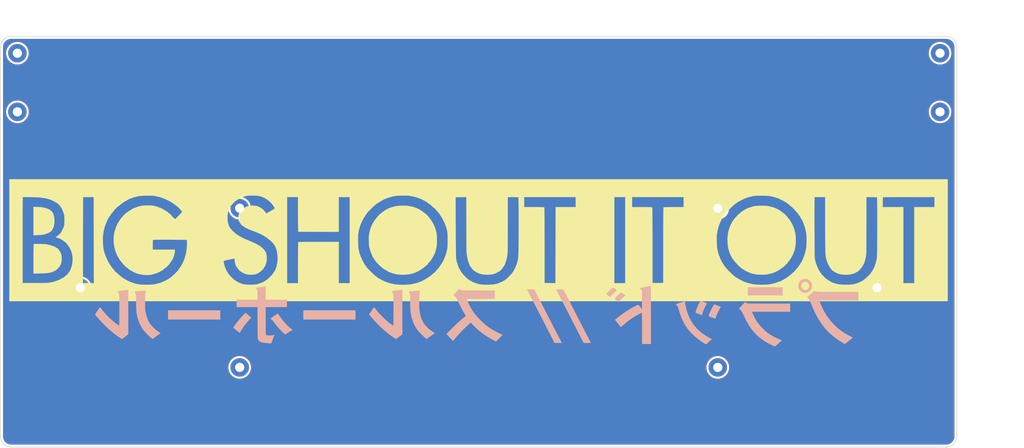
<source format=kicad_pcb>
(kicad_pcb (version 20171130) (host pcbnew "(5.0.1)-3")

  (general
    (thickness 1.6)
    (drawings 11)
    (tracks 0)
    (zones 0)
    (modules 12)
    (nets 1)
  )

  (page A4)
  (layers
    (0 F.Cu signal)
    (31 B.Cu signal)
    (32 B.Adhes user)
    (33 F.Adhes user)
    (34 B.Paste user)
    (35 F.Paste user)
    (36 B.SilkS user)
    (37 F.SilkS user)
    (38 B.Mask user)
    (39 F.Mask user)
    (40 Dwgs.User user)
    (41 Cmts.User user)
    (42 Eco1.User user)
    (43 Eco2.User user)
    (44 Edge.Cuts user)
    (45 Margin user)
    (46 B.CrtYd user)
    (47 F.CrtYd user)
    (48 B.Fab user)
    (49 F.Fab user)
  )

  (setup
    (last_trace_width 0.3)
    (user_trace_width 0.25)
    (user_trace_width 0.6)
    (trace_clearance 0.3)
    (zone_clearance 0.508)
    (zone_45_only no)
    (trace_min 0.15)
    (segment_width 0.2)
    (edge_width 0.15)
    (via_size 1)
    (via_drill 0.6)
    (via_min_size 0.4)
    (via_min_drill 0.3)
    (user_via 1.7 1)
    (uvia_size 0.3)
    (uvia_drill 0.1)
    (uvias_allowed no)
    (uvia_min_size 0.2)
    (uvia_min_drill 0.1)
    (pcb_text_width 0.3)
    (pcb_text_size 1 1)
    (mod_edge_width 0.15)
    (mod_text_size 1 1)
    (mod_text_width 0.15)
    (pad_size 1.6 1.6)
    (pad_drill 0.8)
    (pad_to_mask_clearance 0.2)
    (solder_mask_min_width 0.2)
    (aux_axis_origin 50 50)
    (grid_origin 50 50)
    (visible_elements 7FFDF7FF)
    (pcbplotparams
      (layerselection 0x010fc_ffffffff)
      (usegerberextensions true)
      (usegerberattributes false)
      (usegerberadvancedattributes false)
      (creategerberjobfile false)
      (excludeedgelayer true)
      (linewidth 0.100000)
      (plotframeref false)
      (viasonmask false)
      (mode 1)
      (useauxorigin true)
      (hpglpennumber 1)
      (hpglpenspeed 20)
      (hpglpendiameter 15.000000)
      (psnegative false)
      (psa4output false)
      (plotreference false)
      (plotvalue false)
      (plotinvisibletext false)
      (padsonsilk false)
      (subtractmaskfromsilk true)
      (outputformat 1)
      (mirror false)
      (drillshape 0)
      (scaleselection 1)
      (outputdirectory "gerber_bottom/"))
  )

  (net 0 "")

  (net_class Default "これはデフォルトのネット クラスです。"
    (clearance 0.3)
    (trace_width 0.3)
    (via_dia 1)
    (via_drill 0.6)
    (uvia_dia 0.3)
    (uvia_drill 0.1)
  )

  (net_class Power ""
    (clearance 0.3)
    (trace_width 0.8)
    (via_dia 1.2)
    (via_drill 0.8)
    (uvia_dia 0.3)
    (uvia_drill 0.1)
  )

  (module Mounting_Holes:MountingHole_2.2mm_M2_Pad locked (layer F.Cu) (tedit 5C077D63) (tstamp 5C08F82E)
    (at 54 54)
    (descr "Mounting Hole 2.2mm, M2")
    (tags "mounting hole 2.2mm m2")
    (path /5C122533)
    (attr virtual)
    (fp_text reference H1 (at 0 -3.2) (layer F.SilkS) hide
      (effects (font (size 1 1) (thickness 0.15)))
    )
    (fp_text value M2 (at 0 3.2) (layer F.Fab)
      (effects (font (size 1 1) (thickness 0.15)))
    )
    (fp_circle (center 0 0) (end 2.45 0) (layer F.CrtYd) (width 0.05))
    (fp_circle (center 0 0) (end 2.2 0) (layer Cmts.User) (width 0.15))
    (fp_text user %R (at 0.3 0) (layer F.Fab)
      (effects (font (size 1 1) (thickness 0.15)))
    )
    (pad 1 thru_hole circle (at 0 0) (size 4.4 4.4) (drill 2.2) (layers *.Cu *.Mask))
  )

  (module Mounting_Holes:MountingHole_2.2mm_M2_Pad locked (layer F.Cu) (tedit 5C077D5E) (tstamp 5C08F836)
    (at 54 68)
    (descr "Mounting Hole 2.2mm, M2")
    (tags "mounting hole 2.2mm m2")
    (path /5C13CC43)
    (attr virtual)
    (fp_text reference H2 (at 0 -3.2) (layer F.SilkS) hide
      (effects (font (size 1 1) (thickness 0.15)))
    )
    (fp_text value M2 (at 0 3.2) (layer F.Fab)
      (effects (font (size 1 1) (thickness 0.15)))
    )
    (fp_text user %R (at 0.3 0) (layer F.Fab)
      (effects (font (size 1 1) (thickness 0.15)))
    )
    (fp_circle (center 0 0) (end 2.2 0) (layer Cmts.User) (width 0.15))
    (fp_circle (center 0 0) (end 2.45 0) (layer F.CrtYd) (width 0.05))
    (pad 1 thru_hole circle (at 0 0) (size 4.4 4.4) (drill 2.2) (layers *.Cu *.Mask))
  )

  (module Mounting_Holes:MountingHole_2.2mm_M2_Pad locked (layer F.Cu) (tedit 5C077D33) (tstamp 5C08F83E)
    (at 274 54)
    (descr "Mounting Hole 2.2mm, M2")
    (tags "mounting hole 2.2mm m2")
    (path /5C0FAB26)
    (attr virtual)
    (fp_text reference H3 (at 0 -3.2) (layer F.SilkS) hide
      (effects (font (size 1 1) (thickness 0.15)))
    )
    (fp_text value M2 (at 0 3.2) (layer F.Fab)
      (effects (font (size 1 1) (thickness 0.15)))
    )
    (fp_circle (center 0 0) (end 2.45 0) (layer F.CrtYd) (width 0.05))
    (fp_circle (center 0 0) (end 2.2 0) (layer Cmts.User) (width 0.15))
    (fp_text user %R (at 0.3 0) (layer F.Fab)
      (effects (font (size 1 1) (thickness 0.15)))
    )
    (pad 1 thru_hole circle (at 0 0) (size 4.4 4.4) (drill 2.2) (layers *.Cu *.Mask))
  )

  (module Mounting_Holes:MountingHole_2.2mm_M2_Pad locked (layer F.Cu) (tedit 5C077D37) (tstamp 5C08F846)
    (at 274 68)
    (descr "Mounting Hole 2.2mm, M2")
    (tags "mounting hole 2.2mm m2")
    (path /5C12253A)
    (attr virtual)
    (fp_text reference H4 (at 0 -3.2) (layer F.SilkS) hide
      (effects (font (size 1 1) (thickness 0.15)))
    )
    (fp_text value M2 (at 0 3.2) (layer F.Fab)
      (effects (font (size 1 1) (thickness 0.15)))
    )
    (fp_text user %R (at 0.3 0) (layer F.Fab)
      (effects (font (size 1 1) (thickness 0.15)))
    )
    (fp_circle (center 0 0) (end 2.2 0) (layer Cmts.User) (width 0.15))
    (fp_circle (center 0 0) (end 2.45 0) (layer F.CrtYd) (width 0.05))
    (pad 1 thru_hole circle (at 0 0) (size 4.4 4.4) (drill 2.2) (layers *.Cu *.Mask))
  )

  (module Mounting_Holes:MountingHole_2.2mm_M2_Pad locked (layer F.Cu) (tedit 5C077D57) (tstamp 5C08F84E)
    (at 69 110)
    (descr "Mounting Hole 2.2mm, M2")
    (tags "mounting hole 2.2mm m2")
    (path /5C13CC4A)
    (attr virtual)
    (fp_text reference H5 (at 0 -3.2) (layer F.SilkS) hide
      (effects (font (size 1 1) (thickness 0.15)))
    )
    (fp_text value M2 (at 0 3.2) (layer F.Fab)
      (effects (font (size 1 1) (thickness 0.15)))
    )
    (fp_text user %R (at 0.3 0) (layer F.Fab)
      (effects (font (size 1 1) (thickness 0.15)))
    )
    (fp_circle (center 0 0) (end 2.2 0) (layer Cmts.User) (width 0.15))
    (fp_circle (center 0 0) (end 2.45 0) (layer F.CrtYd) (width 0.05))
    (pad 1 thru_hole circle (at 0 0) (size 4.4 4.4) (drill 2.2) (layers *.Cu *.Mask))
  )

  (module Mounting_Holes:MountingHole_2.2mm_M2_Pad locked (layer F.Cu) (tedit 5C077D4E) (tstamp 5C08F856)
    (at 107 91)
    (descr "Mounting Hole 2.2mm, M2")
    (tags "mounting hole 2.2mm m2")
    (path /5C0FAB2C)
    (attr virtual)
    (fp_text reference H6 (at 0 -3.2) (layer F.SilkS) hide
      (effects (font (size 1 1) (thickness 0.15)))
    )
    (fp_text value M2 (at 0 3.2) (layer F.Fab)
      (effects (font (size 1 1) (thickness 0.15)))
    )
    (fp_text user %R (at 0.3 0) (layer F.Fab)
      (effects (font (size 1 1) (thickness 0.15)))
    )
    (fp_circle (center 0 0) (end 2.2 0) (layer Cmts.User) (width 0.15))
    (fp_circle (center 0 0) (end 2.45 0) (layer F.CrtYd) (width 0.05))
    (pad 1 thru_hole circle (at 0 0) (size 4.4 4.4) (drill 2.2) (layers *.Cu *.Mask))
  )

  (module Mounting_Holes:MountingHole_2.2mm_M2_Pad locked (layer F.Cu) (tedit 5C077D52) (tstamp 5C08F85E)
    (at 107 129)
    (descr "Mounting Hole 2.2mm, M2")
    (tags "mounting hole 2.2mm m2")
    (path /5C122541)
    (attr virtual)
    (fp_text reference H7 (at 0 -3.2) (layer F.SilkS) hide
      (effects (font (size 1 1) (thickness 0.15)))
    )
    (fp_text value M2 (at 0 3.2) (layer F.Fab)
      (effects (font (size 1 1) (thickness 0.15)))
    )
    (fp_circle (center 0 0) (end 2.45 0) (layer F.CrtYd) (width 0.05))
    (fp_circle (center 0 0) (end 2.2 0) (layer Cmts.User) (width 0.15))
    (fp_text user %R (at 0.3 0) (layer F.Fab)
      (effects (font (size 1 1) (thickness 0.15)))
    )
    (pad 1 thru_hole circle (at 0 0) (size 4.4 4.4) (drill 2.2) (layers *.Cu *.Mask))
  )

  (module Mounting_Holes:MountingHole_2.2mm_M2_Pad locked (layer F.Cu) (tedit 5C077D48) (tstamp 5C08F866)
    (at 221 91)
    (descr "Mounting Hole 2.2mm, M2")
    (tags "mounting hole 2.2mm m2")
    (path /5C13CC51)
    (attr virtual)
    (fp_text reference H8 (at 0 -3.2) (layer F.SilkS) hide
      (effects (font (size 1 1) (thickness 0.15)))
    )
    (fp_text value M2 (at 0 3.2) (layer F.Fab)
      (effects (font (size 1 1) (thickness 0.15)))
    )
    (fp_circle (center 0 0) (end 2.45 0) (layer F.CrtYd) (width 0.05))
    (fp_circle (center 0 0) (end 2.2 0) (layer Cmts.User) (width 0.15))
    (fp_text user %R (at 0.3 0) (layer F.Fab)
      (effects (font (size 1 1) (thickness 0.15)))
    )
    (pad 1 thru_hole circle (at 0 0) (size 4.4 4.4) (drill 2.2) (layers *.Cu *.Mask))
  )

  (module Mounting_Holes:MountingHole_2.2mm_M2_Pad locked (layer F.Cu) (tedit 5C077D42) (tstamp 5C08F86E)
    (at 221 129)
    (descr "Mounting Hole 2.2mm, M2")
    (tags "mounting hole 2.2mm m2")
    (path /5C122548)
    (attr virtual)
    (fp_text reference H9 (at 0 -3.2) (layer F.SilkS) hide
      (effects (font (size 1 1) (thickness 0.15)))
    )
    (fp_text value M2 (at 0 3.2) (layer F.Fab)
      (effects (font (size 1 1) (thickness 0.15)))
    )
    (fp_circle (center 0 0) (end 2.45 0) (layer F.CrtYd) (width 0.05))
    (fp_circle (center 0 0) (end 2.2 0) (layer Cmts.User) (width 0.15))
    (fp_text user %R (at 0.3 0) (layer F.Fab)
      (effects (font (size 1 1) (thickness 0.15)))
    )
    (pad 1 thru_hole circle (at 0 0) (size 4.4 4.4) (drill 2.2) (layers *.Cu *.Mask))
  )

  (module Mounting_Holes:MountingHole_2.2mm_M2_Pad locked (layer F.Cu) (tedit 5C077D3D) (tstamp 5C08F876)
    (at 259 110)
    (descr "Mounting Hole 2.2mm, M2")
    (tags "mounting hole 2.2mm m2")
    (path /5C13CC58)
    (attr virtual)
    (fp_text reference H10 (at 0 -3.2) (layer F.SilkS) hide
      (effects (font (size 1 1) (thickness 0.15)))
    )
    (fp_text value M2 (at 0 3.2) (layer F.Fab)
      (effects (font (size 1 1) (thickness 0.15)))
    )
    (fp_text user %R (at 0.3 0) (layer F.Fab)
      (effects (font (size 1 1) (thickness 0.15)))
    )
    (fp_circle (center 0 0) (end 2.2 0) (layer Cmts.User) (width 0.15))
    (fp_circle (center 0 0) (end 2.45 0) (layer F.CrtYd) (width 0.05))
    (pad 1 thru_hole circle (at 0 0) (size 4.4 4.4) (drill 2.2) (layers *.Cu *.Mask))
  )

  (module plaid_silk:plaid_bottomA (layer F.Cu) (tedit 0) (tstamp 5C0A0DB8)
    (at 164 148 270)
    (fp_text reference G*** (at 0 0 270) (layer F.SilkS) hide
      (effects (font (size 1.524 1.524) (thickness 0.3)))
    )
    (fp_text value LOGO (at 0.75 0 270) (layer F.SilkS) hide
      (effects (font (size 1.524 1.524) (thickness 0.3)))
    )
    (fp_poly (pts (xy -54.186667 -77.004333) (xy -54.229 -76.962) (xy -54.271333 -77.004333) (xy -54.229 -77.046666)
      (xy -54.186667 -77.004333)) (layer F.SilkS) (width 0.01))
    (fp_poly (pts (xy -49.030255 -75.61885) (xy -48.596167 -75.59189) (xy -48.171048 -75.551996) (xy -47.825214 -75.504954)
      (xy -47.752 -75.491256) (xy -47.59002 -75.458613) (xy -47.348196 -75.410471) (xy -47.286333 -75.398223)
      (xy -47.04395 -75.335471) (xy -46.866765 -75.263672) (xy -46.841833 -75.24726) (xy -46.751112 -75.20595)
      (xy -46.736 -75.226333) (xy -46.685329 -75.238041) (xy -46.630167 -75.201567) (xy -46.514089 -75.123295)
      (xy -46.482 -75.112485) (xy -46.350878 -75.079137) (xy -46.137808 -75.001527) (xy -45.914085 -74.907433)
      (xy -45.765435 -74.833297) (xy -45.599474 -74.741464) (xy -45.347796 -74.607115) (xy -45.154459 -74.505921)
      (xy -44.927658 -74.375882) (xy -44.787629 -74.271097) (xy -44.763302 -74.221587) (xy -44.746337 -74.175002)
      (xy -44.691618 -74.168) (xy -44.557694 -74.110703) (xy -44.377457 -73.967862) (xy -44.323 -73.914)
      (xy -44.153505 -73.7551) (xy -44.025559 -73.66657) (xy -44.001658 -73.66) (xy -43.906864 -73.602124)
      (xy -43.733146 -73.450694) (xy -43.513755 -73.239005) (xy -43.28194 -73.000352) (xy -43.070951 -72.768029)
      (xy -42.914038 -72.575334) (xy -42.902413 -72.559261) (xy -42.758779 -72.359963) (xy -42.574654 -72.107602)
      (xy -42.502164 -72.009) (xy -42.157814 -71.474682) (xy -41.831861 -70.846168) (xy -41.562007 -70.19749)
      (xy -41.522891 -70.086038) (xy -41.432213 -69.806258) (xy -41.374484 -69.60178) (xy -41.360811 -69.512428)
      (xy -41.362615 -69.511333) (xy -41.361197 -69.443337) (xy -41.308515 -69.279712) (xy -41.308048 -69.2785)
      (xy -41.226587 -68.959055) (xy -41.169212 -68.513998) (xy -41.135804 -67.985313) (xy -41.126245 -67.414983)
      (xy -41.140416 -66.84499) (xy -41.178199 -66.317318) (xy -41.239473 -65.87395) (xy -41.318535 -65.571172)
      (xy -41.36498 -65.417985) (xy -41.361327 -65.362666) (xy -41.364945 -65.292249) (xy -41.413725 -65.114714)
      (xy -41.491132 -64.880638) (xy -41.58063 -64.640597) (xy -41.651969 -64.473666) (xy -41.734902 -64.296117)
      (xy -41.852768 -64.042901) (xy -41.908321 -63.923333) (xy -42.046378 -63.645469) (xy -42.185222 -63.395449)
      (xy -42.230444 -63.323005) (xy -42.369881 -63.112841) (xy -42.542755 -62.85282) (xy -42.597846 -62.770064)
      (xy -42.886471 -62.396371) (xy -43.282294 -61.967022) (xy -43.74874 -61.515826) (xy -44.249236 -61.076591)
      (xy -44.747208 -60.683122) (xy -45.172662 -60.389995) (xy -45.342424 -60.293371) (xy -45.581873 -60.168027)
      (xy -45.835822 -60.041488) (xy -46.049082 -59.941277) (xy -46.1645 -59.895345) (xy -46.270333 -59.859333)
      (xy -46.384732 -59.828377) (xy -46.390278 -59.827583) (xy -46.520636 -59.763447) (xy -46.531389 -59.7535)
      (xy -46.660036 -59.701861) (xy -46.778334 -59.69) (xy -46.951838 -59.665399) (xy -47.020673 -59.631105)
      (xy -47.153351 -59.56133) (xy -47.182951 -59.554498) (xy -47.336622 -59.525454) (xy -47.540333 -59.484529)
      (xy -47.934527 -59.412294) (xy -48.320205 -59.36397) (xy -48.761727 -59.332958) (xy -49.175363 -59.316873)
      (xy -49.517492 -59.308424) (xy -49.787779 -59.305475) (xy -49.9474 -59.308265) (xy -49.973671 -59.311959)
      (xy -50.062694 -59.329134) (xy -50.271707 -59.354805) (xy -50.503667 -59.3784) (xy -50.828203 -59.414198)
      (xy -51.123046 -59.45557) (xy -51.265667 -59.481449) (xy -51.481136 -59.526901) (xy -51.62305 -59.554498)
      (xy -51.765945 -59.614814) (xy -51.785327 -59.631105) (xy -51.909031 -59.678075) (xy -52.036781 -59.69)
      (xy -52.207727 -59.719548) (xy -52.27587 -59.765287) (xy -52.385347 -59.839645) (xy -52.553096 -59.898476)
      (xy -52.803962 -59.979105) (xy -53.083075 -60.094299) (xy -53.33671 -60.218789) (xy -53.511143 -60.327306)
      (xy -53.552383 -60.368491) (xy -53.646716 -60.422103) (xy -53.673202 -60.413044) (xy -53.77259 -60.437005)
      (xy -53.89214 -60.538663) (xy -54.034353 -60.664212) (xy -54.127509 -60.706) (xy -54.229696 -60.759348)
      (xy -54.412007 -60.898268) (xy -54.604993 -61.065833) (xy -54.86377 -61.301612) (xy -55.114282 -61.528534)
      (xy -55.248773 -61.649508) (xy -55.449986 -61.844285) (xy -55.614315 -62.027498) (xy -55.630161 -62.047937)
      (xy -55.768193 -62.218283) (xy -55.959388 -62.439146) (xy -56.034381 -62.522595) (xy -56.180508 -62.695324)
      (xy -56.251009 -62.803792) (xy -56.247213 -62.822666) (xy -56.261351 -62.87578) (xy -56.368035 -63.009388)
      (xy -56.430333 -63.076666) (xy -56.563676 -63.231337) (xy -56.612561 -63.321349) (xy -56.602385 -63.330666)
      (xy -56.598138 -63.382626) (xy -56.684333 -63.5) (xy -56.773531 -63.621853) (xy -56.769 -63.669333)
      (xy -56.763586 -63.720525) (xy -56.834511 -63.8175) (xy -56.947007 -63.967921) (xy -56.984777 -64.050333)
      (xy -57.024157 -64.189094) (xy -57.077989 -64.346666) (xy -57.173569 -64.610994) (xy -57.222471 -64.752357)
      (xy -57.236724 -64.80662) (xy -57.23418 -64.812333) (xy -57.252241 -64.880996) (xy -57.311686 -65.046218)
      (xy -57.312127 -65.047378) (xy -57.379516 -65.246592) (xy -57.438405 -65.480691) (xy -57.500196 -65.799629)
      (xy -57.548347 -66.082333) (xy -57.572213 -66.321942) (xy -57.58872 -66.67877) (xy -57.597933 -67.11036)
      (xy -57.599916 -67.574256) (xy -57.594733 -68.028002) (xy -57.582446 -68.429142) (xy -57.56312 -68.735219)
      (xy -57.544156 -68.876333) (xy -57.487295 -69.149505) (xy -57.445457 -69.360955) (xy -57.379111 -69.626297)
      (xy -57.320174 -69.805455) (xy -57.274415 -69.960988) (xy -57.28127 -70.019333) (xy -57.275872 -70.084465)
      (xy -57.207134 -70.244171) (xy -57.192333 -70.273333) (xy -57.118914 -70.442404) (xy -57.11029 -70.525554)
      (xy -57.11586 -70.527333) (xy -57.115383 -70.580218) (xy -57.058245 -70.662874) (xy -56.955313 -70.833514)
      (xy -56.927721 -70.921292) (xy -56.869916 -71.080048) (xy -56.774478 -71.250522) (xy -56.684657 -71.408382)
      (xy -56.661801 -71.491216) (xy -56.628336 -71.570865) (xy -56.523045 -71.703778) (xy -56.426856 -71.829885)
      (xy -56.422543 -71.882) (xy -56.404961 -71.936315) (xy -56.294739 -72.075887) (xy -56.1824 -72.1995)
      (xy -56.011147 -72.391723) (xy -55.901799 -72.536623) (xy -55.880735 -72.582392) (xy -55.814899 -72.714803)
      (xy -55.636652 -72.922445) (xy -55.371936 -73.182921) (xy -55.046696 -73.473836) (xy -54.686877 -73.772793)
      (xy -54.318423 -74.057395) (xy -53.967279 -74.305247) (xy -53.678667 -74.483315) (xy -53.338755 -74.672093)
      (xy -53.118796 -74.792635) (xy -52.991169 -74.859748) (xy -52.928253 -74.888236) (xy -52.916667 -74.891761)
      (xy -52.817342 -74.929587) (xy -52.63392 -75.007639) (xy -52.620333 -75.013604) (xy -52.408618 -75.098967)
      (xy -52.254546 -75.148021) (xy -52.253888 -75.148155) (xy -52.078554 -75.201318) (xy -51.999888 -75.232532)
      (xy -51.792573 -75.303987) (xy -51.689 -75.330371) (xy -51.424551 -75.38875) (xy -51.294442 -75.42269)
      (xy -51.265667 -75.438) (xy -51.187509 -75.467688) (xy -50.978543 -75.502953) (xy -50.677028 -75.539911)
      (xy -50.321226 -75.574677) (xy -49.949396 -75.603368) (xy -49.599798 -75.6221) (xy -49.403 -75.627091)
      (xy -49.030255 -75.61885)) (layer F.SilkS) (width 0.01))
    (fp_poly (pts (xy -48.767426 9.960966) (xy -48.333989 9.980297) (xy -47.966331 10.019086) (xy -47.612762 10.083239)
      (xy -47.22159 10.178662) (xy -47.117 10.206701) (xy -46.835989 10.282021) (xy -46.618514 10.33865)
      (xy -46.524333 10.361474) (xy -46.374239 10.41563) (xy -46.125848 10.528743) (xy -45.820982 10.679093)
      (xy -45.501466 10.84496) (xy -45.209123 11.004623) (xy -44.985775 11.136362) (xy -44.873246 11.218456)
      (xy -44.872507 11.21933) (xy -44.739535 11.326102) (xy -44.672467 11.345937) (xy -44.563628 11.401772)
      (xy -44.383892 11.545015) (xy -44.238333 11.68045) (xy -44.041475 11.864276) (xy -43.889816 11.987326)
      (xy -43.832318 12.018513) (xy -43.746516 12.067398) (xy -43.613858 12.178738) (xy -43.480427 12.308257)
      (xy -43.392307 12.41168) (xy -43.387373 12.446) (xy -43.356181 12.50216) (xy -43.232421 12.651055)
      (xy -43.040842 12.863312) (xy -42.989055 12.918785) (xy -42.784168 13.145468) (xy -42.641199 13.320317)
      (xy -42.585379 13.411985) (xy -42.587333 13.417896) (xy -42.568696 13.490724) (xy -42.46785 13.623028)
      (xy -42.301979 13.83257) (xy -42.198035 13.99175) (xy -42.10058 14.171252) (xy -41.975731 14.411388)
      (xy -41.849464 14.660786) (xy -41.747755 14.868076) (xy -41.696581 14.981886) (xy -41.695283 14.986)
      (xy -41.655044 15.090698) (xy -41.621 15.169888) (xy -41.556584 15.354654) (xy -41.541265 15.423888)
      (xy -41.483423 15.598197) (xy -41.466801 15.628125) (xy -41.413136 15.770615) (xy -41.361816 15.990011)
      (xy -41.359667 16.002) (xy -41.316277 16.210054) (xy -41.277747 16.335766) (xy -41.275298 16.340185)
      (xy -41.248437 16.447687) (xy -41.21252 16.672945) (xy -41.178576 16.939977) (xy -41.135792 17.474331)
      (xy -41.120759 18.046913) (xy -41.131702 18.616918) (xy -41.166846 19.143539) (xy -41.224418 19.585972)
      (xy -41.302643 19.903412) (xy -41.308048 19.917834) (xy -41.360627 20.081844) (xy -41.361529 20.150663)
      (xy -41.361327 20.150667) (xy -41.366407 20.221406) (xy -41.415132 20.399689) (xy -41.491413 20.634611)
      (xy -41.579161 20.875267) (xy -41.628933 20.997334) (xy -41.683159 21.132715) (xy -41.694234 21.166667)
      (xy -41.759307 21.332886) (xy -41.877844 21.574374) (xy -42.013726 21.822707) (xy -42.130835 22.009459)
      (xy -42.157028 22.043389) (xy -42.24862 22.177762) (xy -42.261139 22.241449) (xy -42.289628 22.326005)
      (xy -42.399329 22.475612) (xy -42.409305 22.487204) (xy -42.53342 22.647462) (xy -42.588129 22.75272)
      (xy -42.588246 22.754811) (xy -42.642917 22.845216) (xy -42.783578 23.014769) (xy -42.933279 23.1775)
      (xy -43.108474 23.367842) (xy -43.215456 23.498274) (xy -43.232548 23.537334) (xy -43.254895 23.588951)
      (xy -43.367271 23.716372) (xy -43.399364 23.749) (xy -43.551472 23.889763) (xy -43.648694 23.959141)
      (xy -43.655563 23.960667) (xy -43.75619 24.014972) (xy -43.853235 24.129425) (xy -43.889318 24.231338)
      (xy -43.881524 24.246921) (xy -43.899598 24.292513) (xy -43.954382 24.299334) (xy -44.088306 24.356631)
      (xy -44.268544 24.499472) (xy -44.323 24.553334) (xy -44.498368 24.712881) (xy -44.639124 24.801147)
      (xy -44.66714 24.807334) (xy -44.801424 24.86638) (xy -44.872507 24.933337) (xy -45.042001 25.068395)
      (xy -45.338396 25.236418) (xy -45.726233 25.422276) (xy -46.170053 25.610843) (xy -46.634397 25.786988)
      (xy -47.083805 25.935585) (xy -47.455667 26.03543) (xy -47.699317 26.091278) (xy -47.879 26.133)
      (xy -48.017608 26.149094) (xy -48.276031 26.165525) (xy -48.616961 26.181216) (xy -49.003094 26.19509)
      (xy -49.397121 26.20607) (xy -49.761736 26.213079) (xy -50.059633 26.215039) (xy -50.253505 26.210873)
      (xy -50.30814 26.20314) (xy -50.401011 26.181877) (xy -50.600441 26.159958) (xy -50.673 26.154412)
      (xy -50.909976 26.128687) (xy -51.074839 26.094051) (xy -51.096333 26.085166) (xy -51.241116 26.03983)
      (xy -51.392667 26.013381) (xy -51.609776 25.972366) (xy -51.731333 25.934949) (xy -51.916303 25.872701)
      (xy -51.970779 25.8594) (xy -52.146107 25.806007) (xy -52.224779 25.774733) (xy -52.410864 25.707746)
      (xy -52.479642 25.68994) (xy -52.643519 25.632042) (xy -52.898308 25.516426) (xy -53.198185 25.366991)
      (xy -53.497327 25.207631) (xy -53.749912 25.062244) (xy -53.910114 24.954725) (xy -53.935784 24.930578)
      (xy -54.0574 24.826233) (xy -54.112655 24.807334) (xy -54.206341 24.75588) (xy -54.391942 24.619584)
      (xy -54.63714 24.425545) (xy -54.909618 24.200861) (xy -55.177056 23.972632) (xy -55.407138 23.767954)
      (xy -55.567544 23.613928) (xy -55.626 23.538395) (xy -55.677581 23.444074) (xy -55.810154 23.269717)
      (xy -55.928098 23.130081) (xy -56.09034 22.935134) (xy -56.188457 22.797816) (xy -56.203265 22.757233)
      (xy -56.235894 22.683782) (xy -56.351295 22.541501) (xy -56.370169 22.520968) (xy -56.527948 22.311494)
      (xy -56.711117 21.98949) (xy -56.928814 21.537586) (xy -57.138251 21.060834) (xy -57.228367 20.835163)
      (xy -57.274823 20.689246) (xy -57.274335 20.658667) (xy -57.274332 20.591003) (xy -57.320988 20.442648)
      (xy -57.402755 20.180942) (xy -57.44502 19.998148) (xy -57.498471 19.734646) (xy -57.538867 19.558)
      (xy -57.565358 19.360683) (xy -57.585763 19.036871) (xy -57.599701 18.629307) (xy -57.606789 18.180733)
      (xy -57.606644 17.733891) (xy -57.598885 17.331524) (xy -57.583129 17.016374) (xy -57.563095 16.848667)
      (xy -57.505 16.543795) (xy -57.455114 16.246387) (xy -57.3983 15.968658) (xy -57.325638 15.722293)
      (xy -57.323726 15.71722) (xy -57.278362 15.557643) (xy -57.289463 15.494) (xy -57.289065 15.44227)
      (xy -57.246719 15.381522) (xy -57.1524 15.201283) (xy -57.127363 15.106355) (xy -57.043467 14.830701)
      (xy -56.877614 14.466582) (xy -56.654455 14.057094) (xy -56.398646 13.64533) (xy -56.13484 13.274386)
      (xy -55.956573 13.059834) (xy -55.817068 12.895342) (xy -55.752872 12.796997) (xy -55.756389 12.784667)
      (xy -55.725783 12.729797) (xy -55.600027 12.584234) (xy -55.40418 12.376546) (xy -55.347927 12.319)
      (xy -55.123012 12.0978) (xy -54.942218 11.933515) (xy -54.838595 11.855857) (xy -54.829893 11.853334)
      (xy -54.736884 11.800319) (xy -54.573449 11.666957) (xy -54.499575 11.599725) (xy -54.31316 11.443902)
      (xy -54.166851 11.354235) (xy -54.133534 11.345725) (xy -54.004023 11.286551) (xy -53.933494 11.21933)
      (xy -53.798669 11.116307) (xy -53.54577 10.970713) (xy -53.21445 10.801583) (xy -52.844364 10.627952)
      (xy -52.475164 10.468855) (xy -52.146506 10.343328) (xy -52.027667 10.304457) (xy -51.550042 10.167864)
      (xy -51.129407 10.071112) (xy -50.716821 10.007891) (xy -50.263342 9.971893) (xy -49.720032 9.956807)
      (xy -49.318333 9.955187) (xy -48.767426 9.960966)) (layer F.SilkS) (width 0.01))
    (fp_poly (pts (xy -47.921333 48.641) (xy -47.963667 48.683334) (xy -48.006 48.641) (xy -47.963667 48.598667)
      (xy -47.921333 48.641)) (layer F.SilkS) (width 0.01))
    (fp_poly (pts (xy -44.366417 99.463631) (xy -44.00009 99.517581) (xy -43.984333 99.521055) (xy -43.46844 99.711358)
      (xy -42.958973 100.031738) (xy -42.499379 100.447033) (xy -42.133106 100.922084) (xy -42.032752 101.100384)
      (xy -41.926912 101.326642) (xy -41.873296 101.477357) (xy -41.876608 101.515334) (xy -41.875524 101.568248)
      (xy -41.818245 101.650875) (xy -41.716754 101.807655) (xy -41.688658 101.883708) (xy -41.661527 102.028095)
      (xy -41.61807 102.250974) (xy -41.612856 102.277334) (xy -41.566476 102.524221) (xy -41.530743 102.755896)
      (xy -41.50315 103.004531) (xy -41.481188 103.3023) (xy -41.462349 103.681375) (xy -41.444123 104.173931)
      (xy -41.429666 104.626834) (xy -41.382048 106.172) (xy -44.900694 106.172) (xy -45.655573 106.170522)
      (xy -46.356526 106.1663) (xy -46.98575 106.159652) (xy -47.525443 106.150898) (xy -47.957802 106.140354)
      (xy -48.265025 106.128339) (xy -48.429309 106.115172) (xy -48.452185 106.1085) (xy -48.465495 105.997673)
      (xy -48.472699 105.75253) (xy -48.474429 105.407956) (xy -48.471317 104.998834) (xy -48.463994 104.560047)
      (xy -48.453092 104.126481) (xy -48.439242 103.733018) (xy -48.423077 103.414542) (xy -48.405228 103.205938)
      (xy -48.398907 103.166334) (xy -48.281261 102.610001) (xy -48.187537 102.199189) (xy -48.112125 101.912679)
      (xy -48.049416 101.729254) (xy -47.993799 101.627694) (xy -47.991307 101.624629) (xy -47.94006 101.532081)
      (xy -47.955021 101.515334) (xy -47.955286 101.450857) (xy -47.891033 101.288672) (xy -47.785899 101.075647)
      (xy -47.66352 100.858651) (xy -47.547533 100.684552) (xy -47.517347 100.6475) (xy -47.440019 100.534962)
      (xy -47.448592 100.499334) (xy -47.458495 100.464804) (xy -47.351568 100.355586) (xy -47.1188 100.163236)
      (xy -46.945576 100.027972) (xy -46.654579 99.819627) (xy -46.430009 99.70219) (xy -46.292679 99.660107)
      (xy -46.179923 99.625229) (xy -45.973275 99.555069) (xy -45.89357 99.527161) (xy -45.618031 99.469749)
      (xy -45.233151 99.439899) (xy -44.796692 99.437799) (xy -44.366417 99.463631)) (layer F.SilkS) (width 0.01))
    (fp_poly (pts (xy -53.207887 101.203729) (xy -52.580095 101.343981) (xy -52.037951 101.561645) (xy -51.612445 101.845976)
      (xy -51.468664 101.991185) (xy -51.307299 102.219145) (xy -51.140316 102.514229) (xy -50.998395 102.815235)
      (xy -50.91222 103.060958) (xy -50.900762 103.124) (xy -50.870602 103.224856) (xy -50.803374 103.410778)
      (xy -50.79974 103.420334) (xy -50.739737 103.601612) (xy -50.692807 103.810421) (xy -50.655014 104.078168)
      (xy -50.622421 104.436264) (xy -50.59109 104.916118) (xy -50.574242 105.2195) (xy -50.523301 106.172)
      (xy -57.337209 106.172) (xy -57.293154 105.074924) (xy -57.273317 104.658081) (xy -57.250562 104.302298)
      (xy -57.227505 104.041896) (xy -57.206761 103.911193) (xy -57.203968 103.904824) (xy -57.156386 103.773052)
      (xy -57.116522 103.598449) (xy -57.05018 103.312004) (xy -56.959348 103.01412) (xy -56.865063 102.768006)
      (xy -56.801034 102.650543) (xy -56.758415 102.542687) (xy -56.768571 102.517652) (xy -56.740155 102.438305)
      (xy -56.623115 102.279912) (xy -56.523584 102.165608) (xy -56.369556 101.988837) (xy -56.286323 101.875918)
      (xy -56.282563 101.854) (xy -56.268033 101.818375) (xy -56.149624 101.73006) (xy -55.972412 101.6169)
      (xy -55.781476 101.506736) (xy -55.621893 101.427412) (xy -55.556639 101.405625) (xy -55.381967 101.356331)
      (xy -55.329667 101.330646) (xy -55.177677 101.281476) (xy -54.907072 101.232694) (xy -54.568466 101.190597)
      (xy -54.212473 101.161479) (xy -53.890333 101.151632) (xy -53.207887 101.203729)) (layer F.SilkS) (width 0.01))
    (fp_poly (pts (xy -34.798 111.929334) (xy -63.923333 111.929334) (xy -63.923333 108.089997) (xy -59.658204 108.089997)
      (xy -59.656675 108.424471) (xy -59.650362 108.642355) (xy -59.64181 108.712176) (xy -59.556215 108.71758)
      (xy -59.311625 108.722778) (xy -58.918381 108.727728) (xy -58.386819 108.732387) (xy -57.727281 108.736714)
      (xy -56.950104 108.740665) (xy -56.065628 108.744198) (xy -55.084192 108.74727) (xy -54.016135 108.74984)
      (xy -52.871795 108.751865) (xy -51.661513 108.753301) (xy -50.395626 108.754108) (xy -49.38981 108.754272)
      (xy -39.158333 108.75386) (xy -39.150908 105.748494) (xy -39.151374 105.036195) (xy -39.15604 104.364905)
      (xy -39.164436 103.756615) (xy -39.176088 103.233314) (xy -39.190526 102.816992) (xy -39.207276 102.529639)
      (xy -39.222698 102.404397) (xy -39.282949 102.113943) (xy -39.327277 101.843885) (xy -39.33128 101.811667)
      (xy -39.37523 101.59385) (xy -39.458629 101.292555) (xy -39.537378 101.049667) (xy -39.627938 100.784181)
      (xy -39.689968 100.592365) (xy -39.709337 100.519561) (xy -39.73898 100.418977) (xy -39.826856 100.218364)
      (xy -39.948991 99.96573) (xy -40.08141 99.709087) (xy -40.200138 99.496442) (xy -40.279658 99.3775)
      (xy -40.358237 99.265316) (xy -40.349675 99.229334) (xy -40.357414 99.171313) (xy -40.455939 99.016796)
      (xy -40.6227 98.795096) (xy -40.835145 98.535527) (xy -41.070725 98.267403) (xy -41.18011 98.149834)
      (xy -41.380474 97.955522) (xy -41.545415 97.824868) (xy -41.620928 97.79) (xy -41.752499 97.730963)
      (xy -41.828812 97.658809) (xy -41.966186 97.55075) (xy -42.196204 97.416294) (xy -42.453431 97.289733)
      (xy -42.672427 97.205365) (xy -42.714333 97.194717) (xy -42.855012 97.152654) (xy -42.991711 97.103779)
      (xy -43.257939 97.021467) (xy -43.604613 96.951705) (xy -44.069 96.886385) (xy -44.74488 96.835997)
      (xy -45.385878 96.865274) (xy -46.066163 96.97944) (xy -46.355 97.047316) (xy -46.619878 97.12929)
      (xy -46.922284 97.246486) (xy -47.225898 97.381344) (xy -47.494402 97.516305) (xy -47.691476 97.633809)
      (xy -47.780801 97.716296) (xy -47.778311 97.735468) (xy -47.794917 97.782576) (xy -47.851767 97.79)
      (xy -48.001285 97.848507) (xy -48.133 97.959334) (xy -48.274226 98.085681) (xy -48.366256 98.128667)
      (xy -48.468111 98.184077) (xy -48.638085 98.325184) (xy -48.7426 98.425) (xy -48.901868 98.593451)
      (xy -48.98572 98.700804) (xy -48.98748 98.721334) (xy -49.0045 98.776313) (xy -49.10912 98.913955)
      (xy -49.160898 98.973713) (xy -49.501819 99.439322) (xy -49.781743 99.978626) (xy -49.914489 100.351167)
      (xy -49.953333 100.457) (xy -49.976032 100.56753) (xy -49.985083 100.661611) (xy -50.026429 100.845293)
      (xy -50.108809 100.866196) (xy -50.2215 100.722772) (xy -50.234869 100.697702) (xy -50.376774 100.477967)
      (xy -50.570495 100.238146) (xy -50.615593 100.189426) (xy -50.759996 100.017662) (xy -50.825388 99.896727)
      (xy -50.821703 99.871926) (xy -50.84314 99.828949) (xy -50.902522 99.822) (xy -51.064858 99.761694)
      (xy -51.13555 99.698756) (xy -51.259558 99.603843) (xy -51.492716 99.465067) (xy -51.788854 99.30602)
      (xy -52.101803 99.150293) (xy -52.385395 99.021476) (xy -52.593461 98.943161) (xy -52.634025 98.933084)
      (xy -52.763698 98.902508) (xy -52.789667 98.890183) (xy -52.868476 98.85262) (xy -53.081685 98.821939)
      (xy -53.394463 98.799091) (xy -53.771979 98.785024) (xy -54.179403 98.780689) (xy -54.581905 98.787035)
      (xy -54.944654 98.805014) (xy -55.160333 98.825528) (xy -55.530432 98.897785) (xy -55.952687 99.02131)
      (xy -56.384403 99.178883) (xy -56.782882 99.353285) (xy -57.10543 99.527294) (xy -57.309348 99.683691)
      (xy -57.320947 99.696945) (xy -57.447079 99.80253) (xy -57.507398 99.822) (xy -57.614479 99.884329)
      (xy -57.785207 100.044624) (xy -57.985106 100.262845) (xy -58.179697 100.498953) (xy -58.334503 100.712908)
      (xy -58.415047 100.864671) (xy -58.418712 100.880334) (xy -58.48053 101.01127) (xy -58.540164 101.092)
      (xy -58.681031 101.324117) (xy -58.762014 101.577011) (xy -58.762384 101.579722) (xy -58.820173 101.685477)
      (xy -58.904822 101.7905) (xy -58.986235 101.902629) (xy -58.981282 101.938667) (xy -58.97644 102.003455)
      (xy -59.039774 102.162432) (xy -59.055 102.192667) (xy -59.132158 102.362093) (xy -59.149397 102.445004)
      (xy -59.145597 102.446667) (xy -59.145719 102.517301) (xy -59.194006 102.695105) (xy -59.224749 102.786512)
      (xy -59.29806 103.00529) (xy -59.338585 103.147731) (xy -59.341576 103.168921) (xy -59.355653 103.274312)
      (xy -59.389796 103.445042) (xy -59.435794 103.700974) (xy -59.471939 103.972799) (xy -59.500042 104.223969)
      (xy -59.539227 104.554338) (xy -59.566377 104.775) (xy -59.58267 104.974787) (xy -59.598724 105.295185)
      (xy -59.61397 105.706543) (xy -59.62784 106.179212) (xy -59.639767 106.683542) (xy -59.649182 107.189883)
      (xy -59.655517 107.668585) (xy -59.658204 108.089997) (xy -63.923333 108.089997) (xy -63.923333 93.487073)
      (xy -59.653886 93.487073) (xy -59.65217 93.862311) (xy -59.648334 94.143225) (xy -59.642703 94.29866)
      (xy -59.639969 94.318842) (xy -59.554611 94.324248) (xy -59.310256 94.329452) (xy -58.917242 94.334411)
      (xy -58.385903 94.339083) (xy -57.726578 94.343424) (xy -56.949601 94.347393) (xy -56.065311 94.350946)
      (xy -55.084043 94.354042) (xy -54.016134 94.356636) (xy -52.871921 94.358687) (xy -51.661739 94.360152)
      (xy -50.395926 94.360988) (xy -49.38981 94.361176) (xy -39.158333 94.361) (xy -39.13496 93.069495)
      (xy -39.111586 91.777989) (xy -49.379626 91.799495) (xy -59.647667 91.821) (xy -59.653159 93.048667)
      (xy -59.653886 93.487073) (xy -63.923333 93.487073) (xy -63.923333 78.594476) (xy -59.991744 78.594476)
      (xy -59.989719 79.08206) (xy -59.982981 79.574347) (xy -59.971837 80.038435) (xy -59.956597 80.44142)
      (xy -59.937568 80.7504) (xy -59.915058 80.932472) (xy -59.912918 80.941334) (xy -59.854441 81.191575)
      (xy -59.812446 81.399875) (xy -59.769062 81.595484) (xy -59.732334 81.703334) (xy -59.694918 81.818694)
      (xy -59.651078 82.022958) (xy -59.647667 82.042) (xy -59.596886 82.262946) (xy -59.541957 82.41176)
      (xy -59.539449 82.415875) (xy -59.478363 82.531093) (xy -59.472318 82.55) (xy -59.435717 82.656081)
      (xy -59.410033 82.719334) (xy -59.302211 82.994444) (xy -59.231359 83.214197) (xy -59.21331 83.324278)
      (xy -59.171113 83.420988) (xy -59.075982 83.542815) (xy -58.980758 83.679032) (xy -58.972195 83.751306)
      (xy -58.954186 83.832615) (xy -58.887713 83.902969) (xy -58.780026 84.027856) (xy -58.758667 84.088873)
      (xy -58.710601 84.210912) (xy -58.58319 84.429498) (xy -58.401611 84.707953) (xy -58.191043 85.009601)
      (xy -57.976664 85.297764) (xy -57.783652 85.535766) (xy -57.708148 85.619167) (xy -57.549447 85.795874)
      (xy -57.465814 85.911144) (xy -57.46524 85.936667) (xy -57.444803 85.988727) (xy -57.329518 86.124948)
      (xy -57.149656 86.315391) (xy -56.935491 86.530118) (xy -56.717294 86.73919) (xy -56.525338 86.912669)
      (xy -56.389893 87.020616) (xy -56.348113 87.041487) (xy -56.243986 87.099194) (xy -56.067476 87.243538)
      (xy -55.922333 87.379551) (xy -55.720607 87.563363) (xy -55.55792 87.684901) (xy -55.490956 87.714064)
      (xy -55.367016 87.771724) (xy -55.259951 87.86748) (xy -55.086682 88.002533) (xy -54.850097 88.126561)
      (xy -54.827334 88.135777) (xy -54.648764 88.226323) (xy -54.573535 88.30666) (xy -54.576503 88.32163)
      (xy -54.555387 88.386734) (xy -54.521268 88.392) (xy -54.398572 88.425805) (xy -54.173105 88.514298)
      (xy -53.902438 88.634328) (xy -53.463231 88.835357) (xy -53.16012 88.965404) (xy -52.980167 89.030271)
      (xy -52.874333 89.069334) (xy -52.761249 89.108055) (xy -52.747333 89.111667) (xy -52.647453 89.146051)
      (xy -52.6415 89.149895) (xy -52.554362 89.18048) (xy -52.333743 89.231141) (xy -52.154667 89.268057)
      (xy -51.996338 89.304309) (xy -51.943 89.32352) (xy -51.874916 89.349724) (xy -51.816 89.364085)
      (xy -51.642957 89.401877) (xy -51.435 89.447217) (xy -51.208384 89.485955) (xy -50.8954 89.526782)
      (xy -50.673 89.550266) (xy -50.401219 89.578165) (xy -50.208858 89.602396) (xy -50.144196 89.615515)
      (xy -50.051152 89.62394) (xy -49.827089 89.624993) (xy -49.510105 89.619865) (xy -49.138299 89.609746)
      (xy -48.749767 89.595824) (xy -48.38261 89.57929) (xy -48.074924 89.561333) (xy -47.879 89.544788)
      (xy -47.589665 89.506711) (xy -47.281295 89.457326) (xy -46.999184 89.405094) (xy -46.788625 89.358478)
      (xy -46.69491 89.325939) (xy -46.693667 89.323334) (xy -46.624383 89.29894) (xy -46.549207 89.282558)
      (xy -46.264315 89.206679) (xy -45.891189 89.077521) (xy -45.463961 88.91027) (xy -45.01676 88.720111)
      (xy -44.583719 88.522231) (xy -44.198967 88.331815) (xy -43.896634 88.164049) (xy -43.710852 88.03412)
      (xy -43.688342 88.011) (xy -43.603333 88.011) (xy -43.561 88.053334) (xy -43.518667 88.011)
      (xy -43.561 87.968667) (xy -43.603333 88.011) (xy -43.688342 88.011) (xy -43.686029 88.008625)
      (xy -43.549005 87.902714) (xy -43.479089 87.884) (xy -43.349225 87.826316) (xy -43.222333 87.714667)
      (xy -43.079391 87.588185) (xy -42.984559 87.545334) (xy -42.885563 87.490827) (xy -42.703583 87.347209)
      (xy -42.476142 87.144329) (xy -42.452416 87.122) (xy -42.219454 86.914382) (xy -42.024438 86.763411)
      (xy -41.906548 86.699167) (xy -41.900957 86.698667) (xy -41.833708 86.670931) (xy -41.843575 86.652203)
      (xy -41.809095 86.575694) (xy -41.678209 86.408604) (xy -41.474558 86.179773) (xy -41.340411 86.038369)
      (xy -41.069312 85.747232) (xy -40.821814 85.461645) (xy -40.638838 85.229499) (xy -40.595864 85.167021)
      (xy -40.437465 84.938511) (xy -40.288988 84.752875) (xy -40.260426 84.722521) (xy -40.175491 84.616173)
      (xy -40.181408 84.582) (xy -40.178441 84.529731) (xy -40.089667 84.412667) (xy -40.003031 84.290622)
      (xy -40.013045 84.242037) (xy -40.029742 84.207151) (xy -39.994937 84.178537) (xy -39.912811 84.081504)
      (xy -39.799625 83.898311) (xy -39.67898 83.675128) (xy -39.574476 83.458126) (xy -39.509716 83.293473)
      (xy -39.508302 83.227341) (xy -39.508696 83.227334) (xy -39.502312 83.174918) (xy -39.412333 83.058)
      (xy -39.31985 82.935839) (xy -39.317523 82.888667) (xy -39.328696 82.826666) (xy -39.281359 82.711907)
      (xy -39.190328 82.484344) (xy -39.146962 82.315673) (xy -39.096037 82.114771) (xy -39.050463 82.0056)
      (xy -38.984211 81.855307) (xy -38.978275 81.830334) (xy -38.951021 81.691907) (xy -38.910002 81.491667)
      (xy -38.834913 81.070803) (xy -38.783664 80.627306) (xy -38.753041 80.118314) (xy -38.739834 79.500966)
      (xy -38.738708 79.205667) (xy -38.746415 78.489465) (xy -38.770801 77.920396) (xy -38.813767 77.476906)
      (xy -38.877214 77.13744) (xy -38.938351 76.940834) (xy -38.990268 76.776729) (xy -38.990818 76.708002)
      (xy -38.99066 76.708) (xy -38.993357 76.637321) (xy -39.043179 76.459488) (xy -39.073667 76.369334)
      (xy -39.13624 76.163104) (xy -39.152941 76.043089) (xy -39.144211 76.030667) (xy -39.146045 75.97886)
      (xy -39.188615 75.918188) (xy -39.280084 75.740937) (xy -39.308762 75.630113) (xy -39.375831 75.428029)
      (xy -39.430247 75.340424) (xy -39.514731 75.207883) (xy -39.528891 75.161295) (xy -39.572858 75.015908)
      (xy -39.673222 74.790627) (xy -39.798001 74.549998) (xy -39.915213 74.358567) (xy -39.94765 74.316167)
      (xy -40.018726 74.203299) (xy -40.003364 74.168) (xy -40.00289 74.115418) (xy -40.097183 73.987816)
      (xy -40.106465 73.9775) (xy -40.241342 73.810973) (xy -40.311724 73.692752) (xy -40.408647 73.524978)
      (xy -40.601371 73.279212) (xy -40.865627 72.979471) (xy -41.177147 72.64977) (xy -41.51166 72.314127)
      (xy -41.844899 71.996559) (xy -42.152593 71.721082) (xy -42.410474 71.511712) (xy -42.594272 71.392468)
      (xy -42.654843 71.374) (xy -42.769801 71.315631) (xy -42.848654 71.23818) (xy -43.021451 71.088437)
      (xy -43.134187 71.022878) (xy -43.354574 70.909393) (xy -43.476333 70.838588) (xy -43.840396 70.626823)
      (xy -44.15491 70.469417) (xy -44.378607 70.38674) (xy -44.401022 70.38217) (xy -44.589954 70.318096)
      (xy -44.661667 70.273334) (xy -44.823336 70.193645) (xy -44.941297 70.164311) (xy -45.113916 70.117042)
      (xy -45.181596 70.07796) (xy -45.305781 70.030377) (xy -45.423667 70.019334) (xy -45.597171 69.994733)
      (xy -45.666006 69.960438) (xy -45.798684 69.890664) (xy -45.828284 69.883832) (xy -45.982084 69.855225)
      (xy -46.185667 69.815349) (xy -46.725054 69.716174) (xy -47.220911 69.647005) (xy -47.735296 69.601467)
      (xy -48.330268 69.57318) (xy -48.624064 69.564789) (xy -48.99692 69.565624) (xy -49.273587 69.586368)
      (xy -49.421432 69.624199) (xy -49.433592 69.634756) (xy -49.442394 69.728532) (xy -49.450493 69.971285)
      (xy -49.457834 70.342657) (xy -49.464359 70.822293) (xy -49.470012 71.389836) (xy -49.474735 72.02493)
      (xy -49.478472 72.707218) (xy -49.481167 73.416345) (xy -49.482762 74.131955) (xy -49.4832 74.83369)
      (xy -49.482426 75.501196) (xy -49.480382 76.114115) (xy -49.477011 76.652092) (xy -49.472256 77.094769)
      (xy -49.466062 77.421792) (xy -49.45837 77.612804) (xy -49.455917 77.639334) (xy -49.369478 77.674488)
      (xy -49.131984 77.701188) (xy -48.761561 77.718127) (xy -48.280489 77.724) (xy -47.115645 77.724)
      (xy -47.116232 75.078167) (xy -47.116818 72.432334) (xy -46.778242 72.449361) (xy -46.526315 72.469125)
      (xy -46.278694 72.499406) (xy -46.090372 72.53225) (xy -46.016333 72.55952) (xy -45.946554 72.583402)
      (xy -45.861555 72.601624) (xy -45.644338 72.662137) (xy -45.565222 72.6926) (xy -45.379751 72.759477)
      (xy -45.311257 72.777262) (xy -45.076642 72.862959) (xy -44.765757 73.027205) (xy -44.432612 73.240372)
      (xy -44.323 73.319375) (xy -44.087548 73.485152) (xy -43.881367 73.614349) (xy -43.815 73.649217)
      (xy -43.696225 73.732437) (xy -43.51555 73.890664) (xy -43.302479 74.093845) (xy -43.086517 74.31193)
      (xy -42.897167 74.514864) (xy -42.763932 74.672597) (xy -42.716318 74.755075) (xy -42.723832 74.760667)
      (xy -42.708828 74.814136) (xy -42.598859 74.951746) (xy -42.481002 75.078167) (xy -42.308669 75.263969)
      (xy -42.201082 75.39805) (xy -42.18191 75.438) (xy -42.146132 75.526901) (xy -42.042495 75.709988)
      (xy -41.948402 75.861334) (xy -41.809912 76.081763) (xy -41.716718 76.238765) (xy -41.693832 76.284667)
      (xy -41.655859 76.390823) (xy -41.630033 76.454) (xy -41.551562 76.651863) (xy -41.474772 76.862897)
      (xy -41.424911 77.016495) (xy -41.418095 77.046667) (xy -41.387993 77.148248) (xy -41.32454 77.324045)
      (xy -41.168859 77.870041) (xy -41.068833 78.507533) (xy -41.031267 79.165885) (xy -41.062964 79.774459)
      (xy -41.07806 79.883) (xy -41.127764 80.199465) (xy -41.174916 80.498451) (xy -41.189635 80.59138)
      (xy -41.230673 80.802325) (xy -41.26966 80.932164) (xy -41.272428 80.937172) (xy -41.311686 81.0557)
      (xy -41.3564 81.261769) (xy -41.359667 81.28) (xy -41.410448 81.500946) (xy -41.465377 81.64976)
      (xy -41.467885 81.653875) (xy -41.527468 81.768974) (xy -41.532848 81.788) (xy -41.58679 81.948667)
      (xy -41.695395 82.185551) (xy -41.824434 82.430741) (xy -41.93968 82.616328) (xy -41.968685 82.652735)
      (xy -42.053523 82.766527) (xy -42.052674 82.804) (xy -42.059301 82.86354) (xy -42.147976 83.017953)
      (xy -42.29367 83.230934) (xy -42.471356 83.466175) (xy -42.656004 83.687369) (xy -42.680094 83.714167)
      (xy -42.817926 83.878448) (xy -42.878414 83.976843) (xy -42.872696 83.989334) (xy -42.900768 84.043278)
      (xy -43.026263 84.186567) (xy -43.224344 84.391384) (xy -43.288446 84.455) (xy -43.520991 84.674996)
      (xy -43.711452 84.838946) (xy -43.825465 84.917678) (xy -43.837045 84.920667) (xy -43.939826 84.977418)
      (xy -44.093309 85.116617) (xy -44.117742 85.142464) (xy -44.462905 85.445828) (xy -44.962116 85.779641)
      (xy -45.604317 86.13676) (xy -45.847 86.259129) (xy -46.750451 86.626373) (xy -47.737895 86.88924)
      (xy -48.750853 87.034873) (xy -49.487667 87.059514) (xy -49.864252 87.043822) (xy -50.281621 87.012752)
      (xy -50.688803 86.971546) (xy -51.034826 86.925447) (xy -51.268719 86.879697) (xy -51.286833 86.874478)
      (xy -51.3715 86.856158) (xy -51.481902 86.823826) (xy -51.695898 86.753828) (xy -51.858333 86.698667)
      (xy -52.113746 86.612529) (xy -52.305706 86.550932) (xy -52.366333 86.53365) (xy -52.487752 86.488565)
      (xy -52.701476 86.395647) (xy -52.832 86.335569) (xy -53.063779 86.231233) (xy -53.229419 86.164704)
      (xy -53.272267 86.152595) (xy -53.376452 86.095996) (xy -53.437367 86.0425) (xy -53.560628 85.950962)
      (xy -53.606689 85.936667) (xy -53.705692 85.891613) (xy -53.894679 85.775348) (xy -54.062879 85.6615)
      (xy -54.311775 85.490731) (xy -54.526336 85.349704) (xy -54.616955 85.29411) (xy -54.721863 85.201014)
      (xy -54.722387 85.145943) (xy -54.741012 85.099444) (xy -54.812552 85.09) (xy -54.910693 85.052225)
      (xy -54.906333 85.005334) (xy -54.912949 84.92731) (xy -54.943499 84.920667) (xy -55.062152 84.861278)
      (xy -55.25316 84.706024) (xy -55.480651 84.489267) (xy -55.708751 84.245374) (xy -55.901586 84.008711)
      (xy -55.915703 83.989334) (xy -56.223825 83.553042) (xy -56.42685 83.245717) (xy -56.526396 83.064851)
      (xy -56.537802 83.025133) (xy -56.604008 82.912869) (xy -56.623665 82.898133) (xy -56.700389 82.804834)
      (xy -56.809645 82.623603) (xy -56.927752 82.401339) (xy -57.031028 82.184941) (xy -57.09579 82.021309)
      (xy -57.098726 81.957334) (xy -57.093415 81.9054) (xy -57.128599 81.8515) (xy -57.219247 81.680457)
      (xy -57.32056 81.40643) (xy -57.411044 81.092689) (xy -57.455188 80.890218) (xy -57.502381 80.691222)
      (xy -57.54466 80.580565) (xy -57.591853 80.41649) (xy -57.627613 80.119611) (xy -57.651965 79.726067)
      (xy -57.664936 79.271999) (xy -57.666554 78.793547) (xy -57.656845 78.326853) (xy -57.635836 77.908055)
      (xy -57.603554 77.573295) (xy -57.560026 77.358713) (xy -57.542236 77.318847) (xy -57.496734 77.189574)
      (xy -57.449106 76.977459) (xy -57.446333 76.962) (xy -57.395553 76.741055) (xy -57.340624 76.59224)
      (xy -57.338115 76.588125) (xy -57.27703 76.472908) (xy -57.270984 76.454) (xy -57.234384 76.347919)
      (xy -57.2087 76.284667) (xy -57.125249 76.07469) (xy -57.042832 75.848937) (xy -56.983924 75.670834)
      (xy -56.968682 75.607334) (xy -56.918476 75.518978) (xy -56.834511 75.416834) (xy -56.752531 75.304657)
      (xy -56.756488 75.268667) (xy -56.741971 75.206489) (xy -56.648369 75.044469) (xy -56.51561 74.846202)
      (xy -56.358394 74.611887) (xy -56.250747 74.431098) (xy -56.218667 74.354042) (xy -56.162655 74.25678)
      (xy -56.022692 74.098395) (xy -55.96555 74.041846) (xy -55.817686 73.88371) (xy -55.749785 73.777346)
      (xy -55.751606 73.760172) (xy -55.719982 73.687001) (xy -55.597566 73.550682) (xy -55.427937 73.391113)
      (xy -55.254673 73.248193) (xy -55.121352 73.16182) (xy -55.087344 73.152) (xy -55.045017 73.115695)
      (xy -55.056398 73.100713) (xy -55.024726 73.0259) (xy -54.888263 72.889011) (xy -54.758262 72.782912)
      (xy -54.563776 72.617171) (xy -54.445475 72.48237) (xy -54.427309 72.432032) (xy -54.495584 72.329045)
      (xy -54.659613 72.141329) (xy -54.892165 71.895607) (xy -55.166013 71.618601) (xy -55.453929 71.337036)
      (xy -55.728684 71.077634) (xy -55.96305 70.867119) (xy -56.129797 70.732214) (xy -56.195486 70.696667)
      (xy -56.271687 70.741624) (xy -56.261 70.781334) (xy -56.281106 70.853063) (xy -56.345667 70.866)
      (xy -56.437114 70.905824) (xy -56.430334 70.950667) (xy -56.446577 71.025498) (xy -56.495118 71.035334)
      (xy -56.589491 71.086941) (xy -56.755012 71.222048) (xy -56.961947 71.41108) (xy -57.180564 71.624464)
      (xy -57.381131 71.832625) (xy -57.533915 72.005989) (xy -57.609183 72.114982) (xy -57.602985 72.137297)
      (xy -57.589109 72.173285) (xy -57.621586 72.200797) (xy -57.711278 72.296674) (xy -57.866386 72.492931)
      (xy -58.057467 72.749676) (xy -58.255079 73.02702) (xy -58.42978 73.285071) (xy -58.482083 73.366662)
      (xy -58.612777 73.595383) (xy -58.772133 73.90399) (xy -58.942006 74.25335) (xy -59.104252 74.604333)
      (xy -59.240725 74.917804) (xy -59.333282 75.154632) (xy -59.363998 75.268667) (xy -59.412379 75.362525)
      (xy -59.453567 75.416834) (xy -59.502162 75.507289) (xy -59.486526 75.522667) (xy -59.483535 75.587517)
      (xy -59.54785 75.746627) (xy -59.563 75.776667) (xy -59.639717 75.946052) (xy -59.655939 76.028991)
      (xy -59.651937 76.030667) (xy -59.647778 76.098574) (xy -59.697254 76.261413) (xy -59.767888 76.502459)
      (xy -59.826388 76.791866) (xy -59.832484 76.832913) (xy -59.879986 77.099373) (xy -59.936239 77.319689)
      (xy -59.946552 77.349233) (xy -59.96646 77.488975) (xy -59.980423 77.765031) (xy -59.988748 78.144499)
      (xy -59.991744 78.594476) (xy -63.923333 78.594476) (xy -63.923333 53.997747) (xy -60.008054 53.997747)
      (xy -60.001697 54.440703) (xy -59.986626 54.836249) (xy -59.964946 55.146577) (xy -59.938761 55.333883)
      (xy -59.932473 55.355186) (xy -59.864172 55.584726) (xy -59.813114 55.817391) (xy -59.752242 56.040934)
      (xy -59.675306 56.194038) (xy -59.619793 56.286852) (xy -59.630032 56.303334) (xy -59.624095 56.370565)
      (xy -59.553114 56.547016) (xy -59.435945 56.794817) (xy -59.291446 57.0761) (xy -59.138474 57.352998)
      (xy -58.995885 57.587642) (xy -58.974218 57.620331) (xy -58.674095 58.014776) (xy -58.313007 58.409964)
      (xy -57.918446 58.783272) (xy -57.517907 59.112079) (xy -57.138884 59.373763) (xy -56.808869 59.5457)
      (xy -56.561767 59.605334) (xy -56.403175 59.63613) (xy -56.357327 59.664229) (xy -56.22465 59.734003)
      (xy -56.19505 59.740835) (xy -56.042082 59.772061) (xy -55.837667 59.818318) (xy -55.588386 59.856347)
      (xy -55.242388 59.883177) (xy -54.84975 59.89798) (xy -54.46055 59.899927) (xy -54.124863 59.88819)
      (xy -53.892768 59.861941) (xy -53.851004 59.851172) (xy -53.595151 59.781575) (xy -53.424667 59.748146)
      (xy -53.190383 59.68985) (xy -52.959 59.6049) (xy -52.768619 59.531046) (xy -52.652776 59.503873)
      (xy -52.649621 59.504288) (xy -52.556495 59.457068) (xy -52.491087 59.39096) (xy -52.35539 59.285301)
      (xy -52.28686 59.266667) (xy -52.187887 59.209415) (xy -52.003225 59.055303) (xy -51.763221 58.830794)
      (xy -51.598727 58.666615) (xy -51.278965 58.339414) (xy -51.060028 58.113145) (xy -50.924305 57.967713)
      (xy -50.854187 57.883025) (xy -50.832065 57.838984) (xy -50.840329 57.815498) (xy -50.846884 57.808672)
      (xy -50.821163 57.731412) (xy -50.715853 57.616137) (xy -50.589634 57.479365) (xy -50.546 57.394638)
      (xy -50.502097 57.289224) (xy -50.391215 57.101654) (xy -50.328516 57.006372) (xy -50.205834 56.804414)
      (xy -50.04856 56.51678) (xy -49.878298 56.186791) (xy -49.716652 55.857765) (xy -49.585228 55.573023)
      (xy -49.505631 55.375883) (xy -49.493181 55.331465) (xy -49.450881 55.20841) (xy -49.361555 54.993046)
      (xy -49.304326 54.864) (xy -49.146511 54.501541) (xy -49.045137 54.237646) (xy -49.010502 54.102)
      (xy -48.9599 54.01362) (xy -48.875845 53.9115) (xy -48.794085 53.799342) (xy -48.79843 53.763334)
      (xy -48.792686 53.696511) (xy -48.724819 53.524099) (xy -48.615571 53.288181) (xy -48.485684 53.030839)
      (xy -48.355902 52.794157) (xy -48.246965 52.620218) (xy -48.214193 52.578) (xy -48.120322 52.44225)
      (xy -48.10052 52.384337) (xy -48.041729 52.255285) (xy -47.885365 52.035871) (xy -47.654052 51.755011)
      (xy -47.370409 51.441621) (xy -47.328667 51.397693) (xy -47.009828 51.112045) (xy -46.654381 50.868435)
      (xy -46.319621 50.703649) (xy -46.185667 50.663878) (xy -46.050987 50.635661) (xy -45.833809 50.590042)
      (xy -45.804667 50.583915) (xy -45.419186 50.535913) (xy -44.964146 50.528331) (xy -44.502136 50.557728)
      (xy -44.095744 50.620665) (xy -43.857333 50.690947) (xy -43.707549 50.747806) (xy -43.666833 50.760938)
      (xy -43.561 50.8) (xy -43.455167 50.838845) (xy -43.176982 50.946915) (xy -42.937245 51.090879)
      (xy -42.848654 51.17218) (xy -42.712699 51.284092) (xy -42.636928 51.308) (xy -42.523247 51.368843)
      (xy -42.340707 51.527277) (xy -42.124323 51.747161) (xy -41.909108 51.992355) (xy -41.730077 52.226718)
      (xy -41.693618 52.281667) (xy -41.502351 52.596113) (xy -41.390148 52.811882) (xy -41.36563 52.911787)
      (xy -41.375055 52.916667) (xy -41.371626 52.96873) (xy -41.326807 53.032251) (xy -41.236543 53.231263)
      (xy -41.170232 53.55649) (xy -41.130943 53.966108) (xy -41.121742 54.418292) (xy -41.145695 54.871217)
      (xy -41.174572 55.108524) (xy -41.25108 55.422277) (xy -41.382627 55.791104) (xy -41.543354 56.154331)
      (xy -41.707401 56.451281) (xy -41.800077 56.576204) (xy -41.880184 56.689237) (xy -41.871323 56.726667)
      (xy -41.892325 56.779901) (xy -42.010286 56.919235) (xy -42.192869 57.107667) (xy -42.404309 57.304893)
      (xy -42.573649 57.442563) (xy -42.657635 57.488667) (xy -42.770876 57.546841) (xy -42.844812 57.619858)
      (xy -43.06812 57.796333) (xy -43.409816 57.960041) (xy -43.819 58.094308) (xy -44.244773 58.182463)
      (xy -44.636233 58.207832) (xy -44.639518 58.207723) (xy -44.956036 58.196792) (xy -44.918091 58.564969)
      (xy -44.885197 58.807109) (xy -44.847922 58.975459) (xy -44.835516 59.00536) (xy -44.795119 59.130163)
      (xy -44.751422 59.348008) (xy -44.742509 59.404954) (xy -44.699783 59.658278) (xy -44.657331 59.857486)
      (xy -44.651258 59.879774) (xy -44.601842 60.081274) (xy -44.57027 60.237396) (xy -44.507332 60.491634)
      (xy -44.453828 60.653598) (xy -44.392364 60.778469) (xy -44.300802 60.822462) (xy -44.124083 60.800718)
      (xy -44.010583 60.775477) (xy -43.731812 60.713035) (xy -43.488895 60.66159) (xy -43.439933 60.651917)
      (xy -43.243419 60.599191) (xy -43.1436 60.555865) (xy -42.982305 60.492604) (xy -42.909668 60.476885)
      (xy -42.744543 60.422112) (xy -42.51991 60.315442) (xy -42.473278 60.289937) (xy -42.279727 60.194748)
      (xy -42.156647 60.159326) (xy -42.141842 60.163714) (xy -42.065468 60.140596) (xy -41.996365 60.073046)
      (xy -41.875826 59.965605) (xy -41.819211 59.944) (xy -41.670848 59.886421) (xy -41.431972 59.727821)
      (xy -41.129264 59.489404) (xy -40.789406 59.192374) (xy -40.43908 58.857935) (xy -40.388119 58.806705)
      (xy -40.13636 58.546496) (xy -39.943815 58.337115) (xy -39.832214 58.202901) (xy -39.816059 58.166)
      (xy -39.81151 58.112154) (xy -39.716806 57.981938) (xy -39.711243 57.9755) (xy -39.588885 57.811842)
      (xy -39.536436 57.700334) (xy -39.477049 57.575819) (xy -39.393178 57.4675) (xy -39.3157 57.355707)
      (xy -39.327667 57.319334) (xy -39.329915 57.267288) (xy -39.243 57.15) (xy -39.152914 57.028064)
      (xy -39.155578 56.980667) (xy -39.168284 56.929632) (xy -39.128052 56.868188) (xy -39.034085 56.687931)
      (xy -39.009402 56.593022) (xy -38.955442 56.400964) (xy -38.919812 56.327344) (xy -38.844366 56.106392)
      (xy -38.789281 55.718587) (xy -38.75468 55.165197) (xy -38.740868 54.483) (xy -38.745443 53.870288)
      (xy -38.769593 53.391596) (xy -38.816981 53.012363) (xy -38.891271 52.698025) (xy -38.94746 52.53358)
      (xy -39.015324 52.3462) (xy -39.047257 52.240734) (xy -39.047429 52.239334) (xy -39.098862 52.052713)
      (xy -39.211777 51.773997) (xy -39.36059 51.456322) (xy -39.519714 51.152825) (xy -39.663564 50.916646)
      (xy -39.720075 50.842334) (xy -39.831768 50.685438) (xy -39.868731 50.588334) (xy -39.927096 50.49266)
      (xy -40.081998 50.311645) (xy -40.304668 50.073794) (xy -40.566332 49.807607) (xy -40.83822 49.541588)
      (xy -41.09156 49.304239) (xy -41.29758 49.124062) (xy -41.427509 49.029561) (xy -41.449843 49.022)
      (xy -41.584783 48.962996) (xy -41.652594 48.899105) (xy -41.795825 48.784257) (xy -42.034847 48.642252)
      (xy -42.311575 48.502268) (xy -42.567923 48.39348) (xy -42.745808 48.345066) (xy -42.756357 48.344667)
      (xy -42.934438 48.288164) (xy -42.993734 48.243067) (xy -43.079249 48.183947) (xy -43.095333 48.198638)
      (xy -43.162831 48.21271) (xy -43.32544 48.166885) (xy -43.328167 48.165835) (xy -43.746842 48.055299)
      (xy -44.284073 47.988958) (xy -44.89538 47.965257) (xy -45.536283 47.982641) (xy -46.162302 48.039556)
      (xy -46.728959 48.134445) (xy -47.191771 48.265755) (xy -47.286333 48.304221) (xy -47.54587 48.404688)
      (xy -47.766936 48.472752) (xy -47.996755 48.576379) (xy -48.139891 48.690948) (xy -48.285058 48.814212)
      (xy -48.381075 48.852667) (xy -48.519748 48.918637) (xy -48.732747 49.10015) (xy -48.999345 49.37261)
      (xy -49.298816 49.711421) (xy -49.610433 50.091986) (xy -49.913471 50.489709) (xy -50.187203 50.879994)
      (xy -50.410904 51.238245) (xy -50.450076 51.308) (xy -50.688651 51.758202) (xy -50.90536 52.194974)
      (xy -51.078466 52.573012) (xy -51.181218 52.832) (xy -51.223079 52.938368) (xy -51.2493 53.001334)
      (xy -51.35344 53.256104) (xy -51.450003 53.505676) (xy -51.514425 53.6859) (xy -51.524904 53.721)
      (xy -51.570355 53.845972) (xy -51.658554 54.058081) (xy -51.696197 54.144334) (xy -51.792921 54.375055)
      (xy -51.85559 54.546771) (xy -51.8646 54.580583) (xy -51.926812 54.757209) (xy -52.053446 55.030241)
      (xy -52.21916 55.352505) (xy -52.39861 55.676825) (xy -52.56645 55.956028) (xy -52.697339 56.142938)
      (xy -52.714513 56.162595) (xy -52.836606 56.307962) (xy -52.876138 56.384522) (xy -52.869999 56.388)
      (xy -52.873618 56.429199) (xy -52.986914 56.536704) (xy -53.176404 56.686382) (xy -53.408609 56.854097)
      (xy -53.650046 57.015714) (xy -53.867235 57.147097) (xy -54.026695 57.224112) (xy -54.032725 57.22616)
      (xy -54.259183 57.273293) (xy -54.55868 57.300638) (xy -54.882364 57.308404) (xy -55.181381 57.296801)
      (xy -55.406882 57.266037) (xy -55.508167 57.219835) (xy -55.606555 57.183441) (xy -55.626 57.192334)
      (xy -55.72923 57.177923) (xy -55.753 57.15) (xy -55.847358 57.095234) (xy -55.874535 57.104289)
      (xy -55.973923 57.080328) (xy -56.093474 56.97867) (xy -56.253017 56.85182) (xy -56.3729 56.811334)
      (xy -56.45891 56.786493) (xy -56.451372 56.761817) (xy -56.477341 56.679228) (xy -56.595642 56.516572)
      (xy -56.733595 56.36011) (xy -56.914391 56.155405) (xy -57.034881 55.994533) (xy -57.065333 55.92946)
      (xy -57.11543 55.806878) (xy -57.180788 55.717334) (xy -57.343222 55.43876) (xy -57.475988 55.034203)
      (xy -57.569495 54.54582) (xy -57.614156 54.015764) (xy -57.616216 53.803085) (xy -57.603541 53.448014)
      (xy -57.578104 53.149742) (xy -57.544469 52.954614) (xy -57.528697 52.914085) (xy -57.44849 52.733405)
      (xy -57.432716 52.668) (xy -57.379813 52.501288) (xy -57.277307 52.280177) (xy -57.154211 52.057221)
      (xy -57.039539 51.884977) (xy -56.962359 51.816) (xy -56.921461 51.764813) (xy -56.931966 51.741637)
      (xy -56.895848 51.653567) (xy -56.758085 51.490897) (xy -56.549989 51.283885) (xy -56.302876 51.06279)
      (xy -56.048058 50.857871) (xy -55.927064 50.770602) (xy -55.779376 50.65345) (xy -55.759914 50.564563)
      (xy -55.825961 50.474269) (xy -55.923051 50.34675) (xy -55.94421 50.292) (xy -55.981435 50.203048)
      (xy -56.086062 50.019862) (xy -56.180265 49.868667) (xy -56.317907 49.648359) (xy -56.40911 49.491371)
      (xy -56.430333 49.445334) (xy -56.480474 49.341058) (xy -56.594372 49.155511) (xy -56.735288 48.94371)
      (xy -56.866485 48.760672) (xy -56.951226 48.661414) (xy -56.956069 48.658011) (xy -57.062484 48.67566)
      (xy -57.24117 48.769334) (xy -57.286266 48.79906) (xy -57.542437 48.973457) (xy -57.791842 49.141321)
      (xy -57.794266 49.142938) (xy -58.364657 49.614616) (xy -58.901181 50.243411) (xy -59.082437 50.503667)
      (xy -59.262756 50.779287) (xy -59.401725 50.997715) (xy -59.476823 51.123325) (xy -59.483829 51.138667)
      (xy -59.520901 51.244774) (xy -59.546634 51.308) (xy -59.651226 51.563895) (xy -59.747798 51.813637)
      (xy -59.811891 51.993323) (xy -59.822082 52.027667) (xy -59.905255 52.394426) (xy -59.960607 52.747204)
      (xy -59.992852 53.13594) (xy -60.006704 53.610575) (xy -60.008054 53.997747) (xy -63.923333 53.997747)
      (xy -63.923333 30.776159) (xy -59.649032 30.776159) (xy -59.649032 33.358667) (xy -51.349587 33.358667)
      (xy -51.360637 38.1635) (xy -51.362854 39.050291) (xy -51.365287 39.886272) (xy -51.367868 40.656132)
      (xy -51.37053 41.344555) (xy -51.373206 41.936231) (xy -51.375826 42.415844) (xy -51.378324 42.768083)
      (xy -51.380631 42.977633) (xy -51.382177 43.031834) (xy -51.466262 43.04442) (xy -51.703392 43.056178)
      (xy -52.077277 43.066856) (xy -52.57163 43.076206) (xy -53.170163 43.083977) (xy -53.856586 43.089919)
      (xy -54.614613 43.093782) (xy -55.427954 43.095318) (xy -55.52085 43.095334) (xy -59.649032 43.095334)
      (xy -59.649032 45.677841) (xy -39.116 45.677841) (xy -39.116 43.095334) (xy -44.026667 43.095334)
      (xy -44.921431 43.09427) (xy -45.763984 43.091209) (xy -46.539399 43.086342) (xy -47.23275 43.079862)
      (xy -47.829111 43.071962) (xy -48.313555 43.062835) (xy -48.671155 43.052672) (xy -48.886987 43.041667)
      (xy -48.947824 43.031834) (xy -48.949947 42.937731) (xy -48.95231 42.689609) (xy -48.954847 42.30278)
      (xy -48.957488 41.792558) (xy -48.960166 41.174255) (xy -48.962814 40.463185) (xy -48.965363 39.674661)
      (xy -48.967746 38.823996) (xy -48.969363 38.1635) (xy -48.980413 33.358667) (xy -39.116 33.358667)
      (xy -39.116 30.776159) (xy -59.649032 30.776159) (xy -63.923333 30.776159) (xy -63.923333 17.68001)
      (xy -60.005792 17.68001) (xy -60.005314 18.173193) (xy -59.998802 18.666201) (xy -59.986427 19.125161)
      (xy -59.968359 19.516198) (xy -59.94477 19.805439) (xy -59.926085 19.924881) (xy -59.864221 20.201236)
      (xy -59.813396 20.441997) (xy -59.80525 20.483401) (xy -59.762122 20.66305) (xy -59.731597 20.744526)
      (xy -59.694827 20.858805) (xy -59.651071 21.063106) (xy -59.647021 21.085664) (xy -59.586636 21.314465)
      (xy -59.509543 21.476233) (xy -59.505973 21.480705) (xy -59.45494 21.57324) (xy -59.470141 21.59)
      (xy -59.473192 21.654831) (xy -59.408904 21.813823) (xy -59.394126 21.843113) (xy -59.306956 22.027428)
      (xy -59.269848 22.137563) (xy -59.269976 22.141905) (xy -59.238877 22.246056) (xy -59.150337 22.45003)
      (xy -59.028318 22.705167) (xy -58.896786 22.962807) (xy -58.779702 23.174291) (xy -58.707853 23.283334)
      (xy -58.619736 23.422449) (xy -58.604062 23.481394) (xy -58.555332 23.589102) (xy -58.433937 23.751147)
      (xy -58.429014 23.756838) (xy -58.311239 23.902928) (xy -58.266204 23.980552) (xy -58.266806 23.982111)
      (xy -58.237725 24.069556) (xy -58.124255 24.248398) (xy -57.952786 24.48196) (xy -57.749705 24.733567)
      (xy -57.616869 24.885432) (xy -57.349028 25.171744) (xy -57.039952 25.488281) (xy -56.713482 25.812277)
      (xy -56.393457 26.120964) (xy -56.103718 26.391577) (xy -55.868104 26.601348) (xy -55.710455 26.727511)
      (xy -55.660289 26.753931) (xy -55.538987 26.811835) (xy -55.414333 26.924) (xy -55.264098 27.051046)
      (xy -55.157578 27.093334) (xy -55.020524 27.152479) (xy -54.950638 27.217958) (xy -54.816417 27.320549)
      (xy -54.560886 27.468586) (xy -54.220089 27.644958) (xy -53.830071 27.832553) (xy -53.426876 28.014262)
      (xy -53.046548 28.172973) (xy -52.725133 28.291576) (xy -52.620333 28.324185) (xy -52.330573 28.408398)
      (xy -52.09551 28.478888) (xy -51.985333 28.513967) (xy -51.846062 28.557406) (xy -51.684692 28.592325)
      (xy -51.440895 28.630763) (xy -51.299531 28.650835) (xy -51.070798 28.689899) (xy -50.924566 28.728085)
      (xy -50.90402 28.739091) (xy -50.809743 28.75128) (xy -50.577527 28.758428) (xy -50.238676 28.761029)
      (xy -49.824494 28.759577) (xy -49.366285 28.754563) (xy -48.895352 28.746482) (xy -48.443001 28.735826)
      (xy -48.040534 28.723089) (xy -47.719256 28.708763) (xy -47.51047 28.693342) (xy -47.455667 28.684772)
      (xy -47.26254 28.638968) (xy -47.001835 28.583441) (xy -46.947667 28.572572) (xy -46.707114 28.52481)
      (xy -46.531822 28.489827) (xy -46.506332 28.484693) (xy -46.163786 28.390381) (xy -45.730169 28.234131)
      (xy -45.241761 28.032967) (xy -44.734842 27.803912) (xy -44.245689 27.563989) (xy -43.810582 27.330221)
      (xy -43.4658 27.119632) (xy -43.260034 26.961445) (xy -43.09274 26.822684) (xy -42.968549 26.755764)
      (xy -42.958634 26.754667) (xy -42.866301 26.69612) (xy -42.682383 26.535985) (xy -42.429694 26.297516)
      (xy -42.131052 26.003969) (xy -41.80927 25.678601) (xy -41.487164 25.344667) (xy -41.187549 25.025423)
      (xy -40.933242 24.744124) (xy -40.747057 24.524026) (xy -40.674393 24.426334) (xy -40.525036 24.215486)
      (xy -40.404008 24.068343) (xy -40.368028 24.035867) (xy -40.285496 23.928779) (xy -40.281802 23.908867)
      (xy -40.23773 23.7944) (xy -40.134107 23.601426) (xy -40.095915 23.537334) (xy -39.873634 23.144501)
      (xy -39.661203 22.719101) (xy -39.480714 22.30993) (xy -39.354263 21.965785) (xy -39.313041 21.808312)
      (xy -39.238809 21.610081) (xy -39.188615 21.533145) (xy -39.132655 21.438554) (xy -39.144211 21.420667)
      (xy -39.149142 21.350168) (xy -39.103885 21.172737) (xy -39.073667 21.082) (xy -39.008436 20.875537)
      (xy -38.985274 20.755594) (xy -38.99066 20.743334) (xy -38.991829 20.67591) (xy -38.947869 20.534828)
      (xy -38.868884 20.224955) (xy -38.807944 19.781325) (xy -38.765054 19.238507) (xy -38.740218 18.631071)
      (xy -38.733443 17.993585) (xy -38.744732 17.36062) (xy -38.774093 16.766745) (xy -38.821528 16.246529)
      (xy -38.887045 15.834542) (xy -38.947132 15.619778) (xy -38.994016 15.465693) (xy -38.99066 15.409334)
      (xy -38.993357 15.338655) (xy -39.043179 15.160821) (xy -39.073667 15.070667) (xy -39.137986 14.864284)
      (xy -39.158931 14.744315) (xy -39.152404 14.732) (xy -39.158874 14.66685) (xy -39.228165 14.507181)
      (xy -39.242541 14.478887) (xy -39.334494 14.287938) (xy -39.381065 14.165965) (xy -39.381859 14.161387)
      (xy -39.459287 13.887472) (xy -39.623162 13.512647) (xy -39.85448 13.068496) (xy -40.13424 12.586602)
      (xy -40.443439 12.098549) (xy -40.763074 11.635921) (xy -41.074144 11.2303) (xy -41.301599 10.970658)
      (xy -41.498036 10.751636) (xy -41.632909 10.57696) (xy -41.677264 10.484166) (xy -41.677167 10.483825)
      (xy -41.718859 10.416623) (xy -41.741145 10.414) (xy -41.838029 10.359242) (xy -42.021453 10.213479)
      (xy -42.257261 10.004482) (xy -42.339911 9.927167) (xy -42.587264 9.698908) (xy -42.794185 9.519258)
      (xy -42.925649 9.418256) (xy -42.945689 9.407582) (xy -43.057641 9.342082) (xy -43.257226 9.204189)
      (xy -43.468756 9.048112) (xy -43.707065 8.87802) (xy -43.899504 8.759717) (xy -43.995133 8.721031)
      (xy -44.124021 8.661842) (xy -44.197698 8.591621) (xy -44.303595 8.505349) (xy -44.349361 8.507139)
      (xy -44.43699 8.492056) (xy -44.548963 8.411396) (xy -44.664548 8.324903) (xy -44.704 8.325098)
      (xy -44.768607 8.322139) (xy -44.930643 8.250125) (xy -45.005168 8.209951) (xy -45.233468 8.09553)
      (xy -45.420024 8.024947) (xy -45.449668 8.018448) (xy -45.628627 7.966873) (xy -45.683368 7.939612)
      (xy -45.810951 7.88959) (xy -46.059302 7.813104) (xy -46.384271 7.722105) (xy -46.741706 7.628545)
      (xy -47.087459 7.544374) (xy -47.371 7.48279) (xy -47.590855 7.458) (xy -47.944529 7.439024)
      (xy -48.396608 7.425862) (xy -48.911679 7.418514) (xy -49.454327 7.416981) (xy -49.989138 7.421263)
      (xy -50.480698 7.431359) (xy -50.893593 7.447271) (xy -51.19241 7.468998) (xy -51.291876 7.482768)
      (xy -51.618092 7.544706) (xy -51.812082 7.582568) (xy -51.908038 7.60356) (xy -51.940152 7.614887)
      (xy -51.943 7.62) (xy -52.012216 7.644442) (xy -52.086116 7.660579) (xy -52.283581 7.71047)
      (xy -52.539801 7.788945) (xy -52.784206 7.872909) (xy -52.946227 7.939267) (xy -52.959 7.946237)
      (xy -53.119792 8.00609) (xy -53.157198 8.013424) (xy -53.309218 8.065599) (xy -53.56902 8.182889)
      (xy -53.898069 8.345173) (xy -54.257831 8.532331) (xy -54.60977 8.724243) (xy -54.915352 8.900787)
      (xy -55.136042 9.041842) (xy -55.160333 9.059354) (xy -55.396216 9.224522) (xy -55.602588 9.353798)
      (xy -55.668333 9.388649) (xy -55.807664 9.485705) (xy -56.020136 9.669556) (xy -56.263372 9.903183)
      (xy -56.300441 9.940795) (xy -56.535287 10.165737) (xy -56.737946 10.332725) (xy -56.870963 10.411495)
      (xy -56.886052 10.414) (xy -56.966077 10.441356) (xy -56.955862 10.467027) (xy -56.973944 10.537313)
      (xy -57.09062 10.695566) (xy -57.31268 10.949734) (xy -57.646914 11.307762) (xy -57.896881 11.568246)
      (xy -57.960858 11.66214) (xy -57.944541 11.684) (xy -57.951911 11.738228) (xy -58.050251 11.872882)
      (xy -58.088368 11.916834) (xy -58.288754 12.159208) (xy -58.46953 12.403667) (xy -58.586829 12.593949)
      (xy -58.734155 12.858345) (xy -58.893745 13.161349) (xy -59.047837 13.467457) (xy -59.178669 13.741164)
      (xy -59.268478 13.946966) (xy -59.299503 14.049357) (xy -59.295488 14.054667) (xy -59.294222 14.106823)
      (xy -59.329933 14.1605) (xy -59.42058 14.331544) (xy -59.521893 14.60557) (xy -59.612377 14.919311)
      (xy -59.656522 15.121782) (xy -59.700906 15.315635) (xy -59.738508 15.419324) (xy -59.7738 15.536775)
      (xy -59.815039 15.754939) (xy -59.829082 15.848591) (xy -59.875915 16.118527) (xy -59.929776 16.340601)
      (xy -59.943947 16.383) (xy -59.969314 16.538147) (xy -59.987963 16.828613) (xy -60.000065 17.220526)
      (xy -60.005792 17.68001) (xy -63.923333 17.68001) (xy -63.923333 1.989667) (xy -43.264667 1.989667)
      (xy -43.222333 2.032) (xy -43.18 1.989667) (xy -43.222333 1.947334) (xy -43.264667 1.989667)
      (xy -63.923333 1.989667) (xy -63.923333 -6.942666) (xy -59.650542 -6.942666) (xy -53.129771 -6.934268)
      (xy -52.089204 -6.932575) (xy -51.094485 -6.930272) (xy -50.159094 -6.927432) (xy -49.296513 -6.924129)
      (xy -48.520224 -6.920433) (xy -47.843706 -6.91642) (xy -47.280443 -6.91216) (xy -46.843914 -6.907728)
      (xy -46.5476 -6.903195) (xy -46.404984 -6.898635) (xy -46.397333 -6.897909) (xy -46.186152 -6.870955)
      (xy -45.896607 -6.835091) (xy -45.762333 -6.818744) (xy -45.406116 -6.771722) (xy -45.145703 -6.72943)
      (xy -45.011726 -6.697097) (xy -45.000333 -6.688666) (xy -44.953651 -6.667837) (xy -44.793586 -6.628441)
      (xy -44.577 -6.58126) (xy -44.37219 -6.522109) (xy -44.169322 -6.447608) (xy -43.988258 -6.37848)
      (xy -43.88951 -6.35) (xy -43.75288 -6.309499) (xy -43.535007 -6.209465) (xy -43.296978 -6.082103)
      (xy -43.099882 -5.959616) (xy -43.014145 -5.888524) (xy -42.879107 -5.779122) (xy -42.806908 -5.757333)
      (xy -42.70407 -5.70067) (xy -42.521232 -5.550713) (xy -42.294415 -5.337507) (xy -42.248667 -5.291666)
      (xy -42.042096 -5.073762) (xy -41.903677 -4.910418) (xy -41.85684 -4.829887) (xy -41.862515 -4.826)
      (xy -41.874162 -4.773684) (xy -41.810317 -4.677833) (xy -41.717294 -4.539864) (xy -41.602294 -4.334163)
      (xy -41.493655 -4.116821) (xy -41.41972 -3.943932) (xy -41.40471 -3.875038) (xy -41.384272 -3.789195)
      (xy -41.322177 -3.611806) (xy -41.317065 -3.598333) (xy -41.20199 -3.158159) (xy -41.136601 -2.6055)
      (xy -41.120284 -1.989563) (xy -41.152425 -1.359553) (xy -41.232409 -0.764676) (xy -41.358789 -0.256641)
      (xy -41.524671 0.162439) (xy -41.735436 0.577315) (xy -41.970661 0.95851) (xy -42.209922 1.276548)
      (xy -42.432794 1.501953) (xy -42.618853 1.605248) (xy -42.651272 1.608667) (xy -42.725387 1.654379)
      (xy -42.714333 1.693334) (xy -42.730947 1.767879) (xy -42.780881 1.778) (xy -42.923058 1.836201)
      (xy -43.053 1.947334) (xy -43.192782 2.073567) (xy -43.282434 2.116667) (xy -43.3991 2.149359)
      (xy -43.608566 2.232313) (xy -43.729647 2.285687) (xy -44.383497 2.526704) (xy -45.166482 2.718692)
      (xy -46.043661 2.854485) (xy -46.820667 2.919513) (xy -46.98094 2.923673) (xy -47.295917 2.927874)
      (xy -47.750965 2.932041) (xy -48.331456 2.936099) (xy -49.022759 2.939973) (xy -49.810243 2.943587)
      (xy -50.679279 2.946866) (xy -51.615235 2.949734) (xy -52.603481 2.952118) (xy -53.468438 2.953697)
      (xy -59.650542 2.963334) (xy -59.638161 4.212167) (xy -59.633153 4.652756) (xy -59.627666 5.028689)
      (xy -59.622236 5.309647) (xy -59.617403 5.465311) (xy -59.615557 5.486426) (xy -59.530454 5.492843)
      (xy -59.290919 5.497622) (xy -58.911844 5.500857) (xy -58.408121 5.502645) (xy -57.794642 5.503081)
      (xy -57.086301 5.502262) (xy -56.297988 5.500283) (xy -55.444596 5.497241) (xy -54.541018 5.49323)
      (xy -53.602145 5.488347) (xy -52.64287 5.482688) (xy -51.678084 5.476349) (xy -50.722681 5.469425)
      (xy -49.791553 5.462013) (xy -48.899591 5.454207) (xy -48.061688 5.446105) (xy -47.292736 5.437802)
      (xy -46.607627 5.429393) (xy -46.021254 5.420975) (xy -45.548508 5.412644) (xy -45.204283 5.404495)
      (xy -45.00347 5.396625) (xy -44.958 5.392072) (xy -44.628522 5.311979) (xy -44.20871 5.228845)
      (xy -44.134951 5.215781) (xy -43.992064 5.155203) (xy -43.972673 5.138895) (xy -43.848242 5.091089)
      (xy -43.730333 5.08) (xy -43.554497 5.053343) (xy -43.483389 5.0165) (xy -43.355044 4.944817)
      (xy -43.342278 4.942417) (xy -43.225492 4.912177) (xy -43.222333 4.910667) (xy -43.1165 4.875704)
      (xy -42.926531 4.805506) (xy -42.664295 4.676204) (xy -42.397389 4.524146) (xy -42.193411 4.385683)
      (xy -42.171514 4.367551) (xy -42.052271 4.28053) (xy -42.028845 4.301284) (xy -42.037 4.318)
      (xy -42.03202 4.354655) (xy -41.931856 4.285213) (xy -41.897029 4.2545) (xy -41.72312 4.123056)
      (xy -41.587403 4.064223) (xy -41.582047 4.064) (xy -41.516826 4.014918) (xy -41.529 3.979334)
      (xy -41.513705 3.90378) (xy -41.468628 3.894667) (xy -41.36794 3.83756) (xy -41.177412 3.68212)
      (xy -40.924472 3.452169) (xy -40.64 3.175) (xy -40.369423 2.898264) (xy -40.15605 2.670837)
      (xy -40.020701 2.515601) (xy -39.984198 2.455439) (xy -39.985143 2.455334) (xy -39.977957 2.400746)
      (xy -39.8814 2.266426) (xy -39.856274 2.236883) (xy -39.732173 2.074647) (xy -39.680882 1.967992)
      (xy -39.681467 1.961717) (xy -39.647332 1.856904) (xy -39.593149 1.778) (xy -39.491194 1.616027)
      (xy -39.369849 1.370321) (xy -39.24423 1.079981) (xy -39.129453 0.784107) (xy -39.040636 0.521797)
      (xy -38.992896 0.33215) (xy -39.001349 0.254265) (xy -39.003927 0.254) (xy -39.000386 0.201758)
      (xy -38.953449 0.135172) (xy -38.874273 -0.049757) (xy -38.812478 -0.372169) (xy -38.768074 -0.801106)
      (xy -38.74107 -1.305612) (xy -38.731476 -1.85473) (xy -38.739302 -2.417501) (xy -38.764558 -2.96297)
      (xy -38.807253 -3.460179) (xy -38.867397 -3.878171) (xy -38.944999 -4.185988) (xy -38.952086 -4.205252)
      (xy -38.991118 -4.352903) (xy -38.976538 -4.402666) (xy -38.976935 -4.454397) (xy -39.019282 -4.515145)
      (xy -39.113249 -4.695403) (xy -39.137931 -4.790312) (xy -39.201381 -4.998385) (xy -39.243069 -5.08)
      (xy -39.323073 -5.252674) (xy -39.339609 -5.31725) (xy -39.395976 -5.461575) (xy -39.50825 -5.654611)
      (xy -39.509123 -5.655917) (xy -39.615948 -5.825277) (xy -39.666521 -5.92434) (xy -39.666944 -5.926666)
      (xy -39.741412 -6.095931) (xy -39.920784 -6.349423) (xy -40.181134 -6.661477) (xy -40.498536 -7.006428)
      (xy -40.849064 -7.358612) (xy -41.208792 -7.692361) (xy -41.553793 -7.982011) (xy -41.656 -8.060317)
      (xy -42.224928 -8.423043) (xy -42.907394 -8.76031) (xy -43.647623 -9.049332) (xy -44.389841 -9.26732)
      (xy -44.831 -9.357536) (xy -45.023642 -9.385642) (xy -45.244729 -9.410244) (xy -45.506121 -9.431583)
      (xy -45.819682 -9.449897) (xy -46.197271 -9.465427) (xy -46.650752 -9.478411) (xy -47.191985 -9.48909)
      (xy -47.832832 -9.497702) (xy -48.585155 -9.504488) (xy -49.460816 -9.509687) (xy -50.471675 -9.513537)
      (xy -51.629595 -9.51628) (xy -52.776339 -9.517963) (xy -54.175495 -9.518514) (xy -55.417735 -9.516753)
      (xy -56.501515 -9.5127) (xy -57.425289 -9.506372) (xy -58.187511 -9.497785) (xy -58.786636 -9.486959)
      (xy -59.221118 -9.473909) (xy -59.489412 -9.458654) (xy -59.589972 -9.441211) (xy -59.590334 -9.440731)
      (xy -59.609929 -9.329299) (xy -59.626801 -9.081452) (xy -59.639496 -8.730104) (xy -59.646558 -8.308171)
      (xy -59.647432 -8.149166) (xy -59.650542 -6.942666) (xy -63.923333 -6.942666) (xy -63.923333 -23.114)
      (xy -59.647959 -23.114) (xy -59.647959 -10.837333) (xy -57.274732 -10.837333) (xy -57.277007 -13.215379)
      (xy -57.274675 -13.981112) (xy -57.266267 -14.612153) (xy -57.252046 -15.100781) (xy -57.232279 -15.439277)
      (xy -57.207231 -15.619919) (xy -57.193475 -15.64825) (xy -57.098818 -15.655705) (xy -56.845979 -15.662886)
      (xy -56.446108 -15.669722) (xy -55.910355 -15.676146) (xy -55.249871 -15.682088) (xy -54.475807 -15.687478)
      (xy -53.599313 -15.692248) (xy -52.631539 -15.696329) (xy -51.583636 -15.699651) (xy -50.466755 -15.702146)
      (xy -49.292047 -15.703745) (xy -48.133 -15.70437) (xy -39.158333 -15.705666) (xy -39.134964 -16.996452)
      (xy -39.111594 -18.287237) (xy -57.277 -18.330333) (xy -57.276251 -20.722166) (xy -57.275501 -23.114)
      (xy -59.647959 -23.114) (xy -63.923333 -23.114) (xy -63.923333 -34.925174) (xy -59.649032 -34.925174)
      (xy -59.649032 -32.342666) (xy -39.116 -32.342666) (xy -39.116 -34.925174) (xy -59.649032 -34.925174)
      (xy -63.923333 -34.925174) (xy -63.923333 -48.852666) (xy -59.647959 -48.852666) (xy -59.647959 -36.576)
      (xy -57.274732 -36.576) (xy -57.277007 -38.954046) (xy -57.274675 -39.719779) (xy -57.266267 -40.35082)
      (xy -57.252046 -40.839448) (xy -57.232279 -41.177943) (xy -57.207231 -41.358586) (xy -57.193475 -41.386916)
      (xy -57.098818 -41.394372) (xy -56.845979 -41.401552) (xy -56.446108 -41.408389) (xy -55.910355 -41.414813)
      (xy -55.249871 -41.420754) (xy -54.475807 -41.426145) (xy -53.599313 -41.430915) (xy -52.631539 -41.434996)
      (xy -51.583636 -41.438318) (xy -50.466755 -41.440813) (xy -49.292047 -41.442411) (xy -48.133 -41.443037)
      (xy -39.158333 -41.444333) (xy -39.158333 -43.984333) (xy -48.133 -43.98563) (xy -49.352306 -43.986313)
      (xy -50.524374 -43.987958) (xy -51.638054 -43.990496) (xy -52.682194 -43.993858) (xy -53.645646 -43.997975)
      (xy -54.517257 -44.002778) (xy -55.285878 -44.008198) (xy -55.940358 -44.014166) (xy -56.469546 -44.020612)
      (xy -56.862292 -44.027467) (xy -57.107446 -44.034663) (xy -57.193475 -44.04175) (xy -57.220953 -44.144241)
      (xy -57.243277 -44.408275) (xy -57.260181 -44.82613) (xy -57.271399 -45.390087) (xy -57.276668 -46.092424)
      (xy -57.277007 -46.47462) (xy -57.274732 -48.852666) (xy -59.647959 -48.852666) (xy -63.923333 -48.852666)
      (xy -63.923333 -67.37682) (xy -59.980691 -67.37682) (xy -59.977515 -66.870695) (xy -59.969076 -66.405979)
      (xy -59.955321 -66.017783) (xy -59.936194 -65.741219) (xy -59.925193 -65.659) (xy -59.850113 -65.258995)
      (xy -59.790386 -64.98178) (xy -59.736318 -64.782675) (xy -59.732334 -64.77) (xy -59.674501 -64.554158)
      (xy -59.646581 -64.425694) (xy -59.57619 -64.139716) (xy -59.480601 -63.846163) (xy -59.382808 -63.610714)
      (xy -59.329933 -63.521166) (xy -59.289939 -63.430527) (xy -59.311755 -63.415333) (xy -59.311975 -63.363201)
      (xy -59.224333 -63.246) (xy -59.135136 -63.124147) (xy -59.139667 -63.076666) (xy -59.141915 -63.024621)
      (xy -59.055 -62.907333) (xy -58.965803 -62.78548) (xy -58.970333 -62.738) (xy -58.972582 -62.685954)
      (xy -58.885667 -62.568666) (xy -58.796469 -62.446814) (xy -58.801 -62.399333) (xy -58.806415 -62.348141)
      (xy -58.735489 -62.251166) (xy -58.634492 -62.120388) (xy -58.609791 -62.060666) (xy -58.569957 -61.968203)
      (xy -58.454939 -61.777383) (xy -58.28962 -61.52645) (xy -58.098886 -61.253651) (xy -57.976289 -61.087)
      (xy -57.825872 -60.905584) (xy -57.599001 -60.654282) (xy -57.319172 -60.356803) (xy -57.009881 -60.036853)
      (xy -56.694623 -59.718139) (xy -56.396893 -59.424368) (xy -56.140188 -59.179246) (xy -55.948002 -59.006481)
      (xy -55.843831 -58.92978) (xy -55.836548 -58.928) (xy -55.723239 -58.87142) (xy -55.555131 -58.73015)
      (xy -55.499 -58.674) (xy -55.32814 -58.514949) (xy -55.197216 -58.426479) (xy -55.172326 -58.42)
      (xy -55.046312 -58.369025) (xy -54.955334 -58.301703) (xy -54.778368 -58.178115) (xy -54.495206 -58.014277)
      (xy -54.155659 -57.835788) (xy -53.809535 -57.668248) (xy -53.506644 -57.537256) (xy -53.375311 -57.489673)
      (xy -53.145816 -57.405033) (xy -52.985742 -57.325953) (xy -52.963233 -57.309105) (xy -52.818516 -57.247802)
      (xy -52.702178 -57.234666) (xy -52.529774 -57.209693) (xy -52.462661 -57.175771) (xy -52.330052 -57.104983)
      (xy -52.300383 -57.097757) (xy -52.018503 -57.042727) (xy -51.830388 -57.000232) (xy -51.773667 -56.98048)
      (xy -51.691234 -56.953032) (xy -51.451043 -56.909982) (xy -51.130198 -56.862498) (xy -50.901407 -56.823387)
      (xy -50.755066 -56.785089) (xy -50.734481 -56.774037) (xy -50.638676 -56.760811) (xy -50.406237 -56.753942)
      (xy -50.069716 -56.752733) (xy -49.661666 -56.756482) (xy -49.214639 -56.764492) (xy -48.761188 -56.776063)
      (xy -48.333865 -56.790497) (xy -47.965222 -56.807093) (xy -47.687811 -56.825154) (xy -47.540333 -56.84263)
      (xy -47.276392 -56.894637) (xy -47.074667 -56.931564) (xy -46.916051 -56.963267) (xy -46.863 -56.980853)
      (xy -46.797915 -57.006701) (xy -46.591797 -57.054544) (xy -46.397333 -57.094723) (xy -46.239007 -57.130912)
      (xy -46.185667 -57.15) (xy -46.115084 -57.173437) (xy -46.010329 -57.19578) (xy -45.809466 -57.258824)
      (xy -45.586995 -57.3583) (xy -45.394551 -57.447866) (xy -45.267474 -57.487996) (xy -45.263911 -57.488145)
      (xy -45.135837 -57.526951) (xy -44.903716 -57.627879) (xy -44.610493 -57.768981) (xy -44.299112 -57.928309)
      (xy -44.012515 -58.083916) (xy -43.793646 -58.213852) (xy -43.687173 -58.293996) (xy -43.565635 -58.399851)
      (xy -43.509245 -58.42) (xy -43.375494 -58.477529) (xy -43.148304 -58.636407) (xy -42.85176 -58.876072)
      (xy -42.509944 -59.17596) (xy -42.146939 -59.515508) (xy -41.786829 -59.874154) (xy -41.698333 -59.966219)
      (xy -41.374681 -60.306657) (xy -41.140623 -60.556133) (xy -40.969143 -60.746467) (xy -40.833223 -60.909479)
      (xy -40.705848 -61.07699) (xy -40.559998 -61.280819) (xy -40.452881 -61.433076) (xy -40.32599 -61.632758)
      (xy -40.160732 -61.919444) (xy -39.974512 -62.259541) (xy -39.784739 -62.619453) (xy -39.608817 -62.965586)
      (xy -39.464153 -63.264344) (xy -39.368155 -63.482133) (xy -39.338073 -63.584666) (xy -39.317118 -63.68132)
      (xy -39.254383 -63.887731) (xy -39.186513 -64.091471) (xy -39.090388 -64.387928) (xy -39.015076 -64.65064)
      (xy -38.987562 -64.768805) (xy -38.93615 -65.031876) (xy -38.902322 -65.193333) (xy -38.829836 -65.600631)
      (xy -38.780019 -66.067925) (xy -38.75034 -66.629726) (xy -38.73827 -67.320551) (xy -38.737822 -67.437)
      (xy -38.746618 -68.258158) (xy -38.77772 -68.91891) (xy -38.831747 -69.426789) (xy -38.909315 -69.789328)
      (xy -38.937381 -69.871166) (xy -38.98996 -70.035177) (xy -38.990862 -70.103996) (xy -38.99066 -70.104)
      (xy -38.993357 -70.174679) (xy -39.043179 -70.352512) (xy -39.073667 -70.442666) (xy -39.137986 -70.64905)
      (xy -39.158931 -70.769018) (xy -39.152404 -70.781333) (xy -39.158874 -70.846483) (xy -39.228165 -71.006152)
      (xy -39.242541 -71.034446) (xy -39.334678 -71.225416) (xy -39.381664 -71.347383) (xy -39.382495 -71.351946)
      (xy -39.396414 -71.420242) (xy -39.430866 -71.529266) (xy -39.502095 -71.728448) (xy -39.542773 -71.839666)
      (xy -39.607501 -72.028094) (xy -39.635928 -72.134392) (xy -39.635985 -72.136) (xy -39.686191 -72.224355)
      (xy -39.770156 -72.3265) (xy -39.852136 -72.438676) (xy -39.848179 -72.474666) (xy -39.862727 -72.536853)
      (xy -39.956367 -72.69892) (xy -40.089667 -72.898) (xy -40.236901 -73.118291) (xy -40.324698 -73.271393)
      (xy -40.335506 -73.321333) (xy -40.354684 -73.377393) (xy -40.461352 -73.520127) (xy -40.546563 -73.620613)
      (xy -40.702525 -73.809668) (xy -40.797693 -73.947014) (xy -40.811187 -73.980446) (xy -40.866153 -74.066628)
      (xy -41.01025 -74.240872) (xy -41.215111 -74.469305) (xy -41.269609 -74.527833) (xy -41.476372 -74.754306)
      (xy -41.62119 -74.924673) (xy -41.679799 -75.009971) (xy -41.677447 -75.014666) (xy -41.707521 -75.062671)
      (xy -41.837294 -75.185791) (xy -41.958258 -75.289833) (xy -42.212371 -75.507796) (xy -42.507454 -75.769006)
      (xy -42.679181 -75.924833) (xy -42.896361 -76.113035) (xy -43.070507 -76.243275) (xy -43.154492 -76.284666)
      (xy -43.268783 -76.341694) (xy -43.391667 -76.454) (xy -43.540835 -76.580964) (xy -43.645667 -76.623333)
      (xy -43.773245 -76.680929) (xy -43.900137 -76.793186) (xy -44.026005 -76.903452) (xy -44.096888 -76.920001)
      (xy -44.182951 -76.937124) (xy -44.303852 -77.025315) (xy -44.428926 -77.126429) (xy -44.480056 -77.147898)
      (xy -44.556516 -77.163857) (xy -44.738448 -77.229845) (xy -44.977103 -77.325962) (xy -45.223734 -77.432311)
      (xy -45.429591 -77.528992) (xy -45.486018 -77.558525) (xy -45.692654 -77.628678) (xy -45.789407 -77.639333)
      (xy -45.952278 -77.668058) (xy -46.004673 -77.698228) (xy -46.137281 -77.769016) (xy -46.166951 -77.776243)
      (xy -46.555523 -77.860887) (xy -46.736 -77.918941) (xy -47.048343 -78.004772) (xy -47.494341 -78.07372)
      (xy -48.039085 -78.124993) (xy -48.647664 -78.157794) (xy -49.285165 -78.17133) (xy -49.916678 -78.164806)
      (xy -50.507293 -78.137428) (xy -51.022097 -78.088402) (xy -51.392667 -78.024902) (xy -51.649335 -77.970053)
      (xy -51.832814 -77.934353) (xy -52.099505 -77.868678) (xy -52.277314 -77.810321) (xy -52.433644 -77.766654)
      (xy -52.493333 -77.778796) (xy -52.545064 -77.778398) (xy -52.605812 -77.736052) (xy -52.785825 -77.639135)
      (xy -52.880979 -77.611404) (xy -53.026041 -77.576186) (xy -53.203391 -77.514779) (xy -53.456447 -77.410801)
      (xy -53.737522 -77.288189) (xy -53.967558 -77.193687) (xy -54.134568 -77.137813) (xy -54.171655 -77.131333)
      (xy -54.285465 -77.073132) (xy -54.359479 -77.000142) (xy -54.501601 -76.885229) (xy -54.728704 -76.753013)
      (xy -54.821667 -76.708) (xy -55.062075 -76.581121) (xy -55.244769 -76.454311) (xy -55.283855 -76.415858)
      (xy -55.409387 -76.306987) (xy -55.472007 -76.284666) (xy -55.579512 -76.225495) (xy -55.791591 -76.055303)
      (xy -56.095393 -75.785073) (xy -56.478067 -75.42579) (xy -56.487416 -75.416833) (xy -56.621844 -75.304282)
      (xy -56.690381 -75.268666) (xy -56.793155 -75.214793) (xy -56.891627 -75.100923) (xy -56.928296 -74.998682)
      (xy -56.920191 -74.982413) (xy -56.941149 -74.938322) (xy -57.008889 -74.93) (xy -57.130386 -74.89149)
      (xy -57.15 -74.851881) (xy -57.203213 -74.753788) (xy -57.342545 -74.572574) (xy -57.532582 -74.353365)
      (xy -57.774277 -74.074347) (xy -58.004194 -73.78695) (xy -58.135989 -73.605984) (xy -58.288532 -73.396117)
      (xy -58.416023 -73.247729) (xy -58.451907 -73.216796) (xy -58.494867 -73.160872) (xy -58.470378 -73.153296)
      (xy -58.458298 -73.101081) (xy -58.526063 -73.003833) (xy -58.608382 -72.878934) (xy -58.740676 -72.645041)
      (xy -58.900284 -72.346127) (xy -59.064548 -72.026162) (xy -59.210806 -71.729119) (xy -59.316401 -71.498969)
      (xy -59.356346 -71.392659) (xy -59.395549 -71.274474) (xy -59.452728 -71.12) (xy -59.521317 -70.910689)
      (xy -59.61078 -70.598669) (xy -59.704336 -70.246328) (xy -59.785207 -69.916052) (xy -59.822631 -69.744702)
      (xy -59.870897 -69.517124) (xy -59.919547 -69.299666) (xy -59.941865 -69.113173) (xy -59.959192 -68.79253)
      (xy -59.971476 -68.372849) (xy -59.97866 -67.889242) (xy -59.980691 -67.37682) (xy -63.923333 -67.37682)
      (xy -63.923333 -80.926037) (xy -59.653842 -80.926037) (xy -59.652004 -80.550605) (xy -59.647986 -80.269427)
      (xy -59.642128 -80.113697) (xy -59.639297 -80.093405) (xy -59.55378 -80.086389) (xy -59.31384 -80.080354)
      (xy -58.934383 -80.075269) (xy -58.430317 -80.071103) (xy -57.816549 -80.067827) (xy -57.107985 -80.06541)
      (xy -56.319533 -80.063822) (xy -55.466099 -80.063032) (xy -54.562591 -80.063011) (xy -53.623916 -80.063729)
      (xy -52.66498 -80.065154) (xy -51.70069 -80.067256) (xy -50.745955 -80.070006) (xy -49.81568 -80.073374)
      (xy -48.924772 -80.077328) (xy -48.088139 -80.081839) (xy -47.320687 -80.086876) (xy -46.637324 -80.09241)
      (xy -46.052956 -80.09841) (xy -45.582491 -80.104845) (xy -45.240836 -80.111686) (xy -45.042896 -80.118902)
      (xy -45.000333 -80.123108) (xy -44.863743 -80.163531) (xy -44.831 -80.179817) (xy -44.757898 -80.2003)
      (xy -44.581593 -80.231029) (xy -44.577 -80.231727) (xy -44.24608 -80.303414) (xy -43.844748 -80.421994)
      (xy -43.419746 -80.570027) (xy -43.017816 -80.730072) (xy -42.685701 -80.884688) (xy -42.470142 -81.016434)
      (xy -42.466946 -81.01904) (xy -42.356809 -81.101318) (xy -42.351471 -81.070591) (xy -42.374766 -81.026)
      (xy -42.370381 -80.989341) (xy -42.270573 -81.058733) (xy -42.235696 -81.0895) (xy -42.067655 -81.220402)
      (xy -41.944129 -81.279693) (xy -41.938832 -81.28) (xy -41.821907 -81.337138) (xy -41.698333 -81.449333)
      (xy -41.550232 -81.576215) (xy -41.447095 -81.618666) (xy -41.354958 -81.674106) (xy -41.181868 -81.821614)
      (xy -40.955746 -82.032976) (xy -40.70451 -82.279976) (xy -40.45608 -82.534398) (xy -40.238375 -82.768028)
      (xy -40.079314 -82.952649) (xy -40.006817 -83.060046) (xy -40.00696 -83.074071) (xy -39.983145 -83.1532)
      (xy -39.878519 -83.269197) (xy -39.751237 -83.419542) (xy -39.708667 -83.526422) (xy -39.649468 -83.662478)
      (xy -39.579621 -83.737031) (xy -39.493349 -83.842928) (xy -39.495139 -83.888694) (xy -39.479148 -83.975887)
      (xy -39.391352 -84.097185) (xy -39.283629 -84.238707) (xy -39.253387 -84.315722) (xy -39.253827 -84.375869)
      (xy -39.225018 -84.479671) (xy -39.152509 -84.673828) (xy -39.105503 -84.793666) (xy -39.026751 -85.012881)
      (xy -38.980905 -85.174666) (xy -38.947924 -85.341681) (xy -38.90054 -85.577062) (xy -38.896289 -85.598)
      (xy -38.835991 -85.911416) (xy -38.794549 -86.184104) (xy -38.768266 -86.462466) (xy -38.753446 -86.792906)
      (xy -38.746394 -87.221827) (xy -38.744552 -87.503) (xy -38.750566 -88.22235) (xy -38.777502 -88.793756)
      (xy -38.827163 -89.237527) (xy -38.901354 -89.57397) (xy -38.938351 -89.683166) (xy -38.988509 -89.847143)
      (xy -38.984983 -89.915996) (xy -38.98473 -89.916) (xy -38.990079 -89.981112) (xy -39.058784 -90.140702)
      (xy -39.073208 -90.169113) (xy -39.160835 -90.353158) (xy -39.199063 -90.462645) (xy -39.199069 -90.466912)
      (xy -39.232202 -90.595688) (xy -39.331649 -90.826813) (xy -39.476065 -91.117757) (xy -39.644105 -91.425992)
      (xy -39.814425 -91.708987) (xy -39.849152 -91.762235) (xy -40.019658 -91.990269) (xy -40.25733 -92.270379)
      (xy -40.535962 -92.575935) (xy -40.829346 -92.880309) (xy -41.111274 -93.156872) (xy -41.355537 -93.378996)
      (xy -41.535929 -93.520051) (xy -41.615214 -93.556666) (xy -41.741645 -93.614206) (xy -41.867667 -93.726)
      (xy -42.017903 -93.853045) (xy -42.124422 -93.895333) (xy -42.260479 -93.954532) (xy -42.335032 -94.024379)
      (xy -42.440929 -94.110651) (xy -42.486694 -94.108861) (xy -42.573888 -94.124852) (xy -42.695185 -94.212648)
      (xy -42.836679 -94.320137) (xy -42.913722 -94.349976) (xy -43.025878 -94.368869) (xy -43.18 -94.419428)
      (xy -43.335236 -94.475656) (xy -43.391667 -94.49123) (xy -43.464398 -94.511706) (xy -43.653669 -94.573684)
      (xy -43.8785 -94.650051) (xy -44.133141 -94.7313) (xy -44.309349 -94.775367) (xy -44.365333 -94.774776)
      (xy -44.42182 -94.77226) (xy -44.471167 -94.798122) (xy -44.544144 -94.83508) (xy -44.644419 -94.867673)
      (xy -44.782431 -94.896197) (xy -44.968621 -94.920943) (xy -45.213429 -94.942206) (xy -45.527295 -94.960278)
      (xy -45.920657 -94.975455) (xy -46.403958 -94.988028) (xy -46.987636 -94.998292) (xy -47.682131 -95.00654)
      (xy -48.497883 -95.013066) (xy -49.445333 -95.018162) (xy -50.53492 -95.022123) (xy -51.777085 -95.025242)
      (xy -52.607012 -95.026844) (xy -54.027936 -95.028314) (xy -55.290751 -95.027425) (xy -56.394075 -95.024192)
      (xy -57.336531 -95.018629) (xy -58.11674 -95.01075) (xy -58.733321 -95.000569) (xy -59.184896 -94.988102)
      (xy -59.470085 -94.973362) (xy -59.587509 -94.956364) (xy -59.59034 -94.954055) (xy -59.609932 -94.842626)
      (xy -59.626803 -94.594782) (xy -59.639497 -94.243437) (xy -59.646558 -93.821505) (xy -59.647432 -93.6625)
      (xy -59.650542 -92.456) (xy -53.045104 -92.447601) (xy -51.997752 -92.445989) (xy -50.996222 -92.443901)
      (xy -50.0539 -92.441399) (xy -49.184175 -92.438545) (xy -48.400433 -92.435398) (xy -47.716061 -92.43202)
      (xy -47.144447 -92.428471) (xy -46.698978 -92.424814) (xy -46.393041 -92.421107) (xy -46.240024 -92.417413)
      (xy -46.228 -92.416586) (xy -45.658768 -92.348288) (xy -45.203326 -92.278067) (xy -44.884154 -92.209626)
      (xy -44.788667 -92.179526) (xy -44.615185 -92.126874) (xy -44.407667 -92.076195) (xy -43.972235 -91.934074)
      (xy -43.478182 -91.69766) (xy -42.980098 -91.398583) (xy -42.532571 -91.068476) (xy -42.293651 -90.851239)
      (xy -42.074781 -90.62151) (xy -41.921828 -90.445149) (xy -41.857561 -90.349175) (xy -41.862273 -90.339333)
      (xy -41.871321 -90.288191) (xy -41.799351 -90.188068) (xy -41.705691 -90.051496) (xy -41.591798 -89.844238)
      (xy -41.486242 -89.624606) (xy -41.417592 -89.450908) (xy -41.406985 -89.387237) (xy -41.384696 -89.302304)
      (xy -41.321199 -89.125501) (xy -41.315883 -89.111666) (xy -41.208631 -88.717033) (xy -41.143648 -88.227365)
      (xy -41.118922 -87.68075) (xy -41.132441 -87.115277) (xy -41.182193 -86.569031) (xy -41.266167 -86.0801)
      (xy -41.382349 -85.686571) (xy -41.509318 -85.449833) (xy -41.5482 -85.359029) (xy -41.526245 -85.344)
      (xy -41.52296 -85.29271) (xy -41.594511 -85.195833) (xy -41.6932 -85.059335) (xy -41.713467 -84.99095)
      (xy -41.753034 -84.894775) (xy -41.869674 -84.737341) (xy -41.881971 -84.723032) (xy -41.996839 -84.570493)
      (xy -42.032256 -84.479916) (xy -42.029872 -84.476094) (xy -42.060623 -84.402766) (xy -42.183954 -84.270113)
      (xy -42.354833 -84.117485) (xy -42.528225 -83.98423) (xy -42.659099 -83.909697) (xy -42.683855 -83.904666)
      (xy -42.743738 -83.871958) (xy -42.730459 -83.850237) (xy -42.775663 -83.793084) (xy -42.938502 -83.686274)
      (xy -43.181802 -83.548765) (xy -43.46839 -83.399515) (xy -43.761092 -83.25748) (xy -44.022735 -83.141619)
      (xy -44.216143 -83.070889) (xy -44.283952 -83.058) (xy -44.439499 -83.025531) (xy -44.480673 -82.999105)
      (xy -44.613281 -82.928317) (xy -44.642951 -82.92109) (xy -44.924831 -82.86606) (xy -45.112945 -82.823565)
      (xy -45.169667 -82.803813) (xy -45.252532 -82.775658) (xy -45.494624 -82.738004) (xy -45.886189 -82.692258)
      (xy -46.086795 -82.671577) (xy -46.268599 -82.661696) (xy -46.605107 -82.652069) (xy -47.081692 -82.642841)
      (xy -47.683724 -82.634155) (xy -48.396575 -82.626158) (xy -49.205616 -82.618994) (xy -50.096218 -82.612806)
      (xy -51.053753 -82.607742) (xy -52.063592 -82.603944) (xy -53.111107 -82.601558) (xy -53.170667 -82.601469)
      (xy -59.647667 -82.592057) (xy -59.653159 -81.364529) (xy -59.653842 -80.926037) (xy -63.923333 -80.926037)
      (xy -63.923333 -101.617033) (xy -59.652822 -101.617033) (xy -59.652192 -100.66659) (xy -59.650683 -99.778391)
      (xy -59.64836 -98.966155) (xy -59.645292 -98.243601) (xy -59.641546 -97.624449) (xy -59.637189 -97.122419)
      (xy -59.632288 -96.75123) (xy -59.626911 -96.524602) (xy -59.622279 -96.4565) (xy -59.55567 -96.410506)
      (xy -59.379521 -96.378682) (xy -59.076071 -96.35945) (xy -58.627559 -96.351233) (xy -58.431013 -96.350666)
      (xy -57.27481 -96.350666) (xy -57.277 -98.806) (xy -57.27919 -101.261333) (xy -39.116 -101.261333)
      (xy -39.116 -103.844061) (xy -48.1965 -103.843864) (xy -57.277 -103.843666) (xy -57.277 -108.669666)
      (xy -59.647667 -108.669666) (xy -59.652504 -102.616) (xy -59.652822 -101.617033) (xy -63.923333 -101.617033)
      (xy -63.923333 -111.844666) (xy -34.798 -111.844666) (xy -34.798 111.929334)) (layer F.SilkS) (width 0.01))
  )

  (module plaid_silk:plaid_bottomB (layer B.Cu) (tedit 0) (tstamp 5C0A1329)
    (at 164 118 180)
    (fp_text reference G*** (at 0 0 180) (layer B.SilkS) hide
      (effects (font (size 1.524 1.524) (thickness 0.3)) (justify mirror))
    )
    (fp_text value LOGO (at 0.75 0 180) (layer B.SilkS) hide
      (effects (font (size 1.524 1.524) (thickness 0.3)) (justify mirror))
    )
    (fp_poly (pts (xy -77.610258 10.13371) (xy -77.205202 10.010845) (xy -76.841678 9.788919) (xy -76.541747 9.479068)
      (xy -76.327473 9.092426) (xy -76.220918 8.640128) (xy -76.244144 8.133309) (xy -76.288392 7.940129)
      (xy -76.491873 7.498458) (xy -76.811673 7.151792) (xy -77.215615 6.913755) (xy -77.671519 6.797976)
      (xy -78.147209 6.81808) (xy -78.578516 6.970333) (xy -78.85974 7.166303) (xy -79.125684 7.426156)
      (xy -79.205666 7.52796) (xy -79.346806 7.751115) (xy -79.42373 7.956792) (xy -79.455001 8.213586)
      (xy -79.459666 8.466666) (xy -78.824666 8.466666) (xy -78.75206 8.093844) (xy -78.557287 7.790439)
      (xy -78.274915 7.577285) (xy -77.939512 7.475217) (xy -77.585646 7.505068) (xy -77.378598 7.595113)
      (xy -77.136044 7.81764) (xy -76.954059 8.128486) (xy -76.877585 8.449507) (xy -76.877333 8.466667)
      (xy -76.952556 8.828199) (xy -77.153621 9.143091) (xy -77.443625 9.372987) (xy -77.785662 9.479532)
      (xy -77.854899 9.482667) (xy -78.187117 9.404786) (xy -78.484366 9.198204) (xy -78.707902 8.90351)
      (xy -78.818981 8.561295) (xy -78.824666 8.466666) (xy -79.459666 8.466666) (xy -79.449519 8.802927)
      (xy -79.406598 9.039782) (xy -79.312188 9.246571) (xy -79.204534 9.411873) (xy -78.853982 9.796597)
      (xy -78.45671 10.037721) (xy -78.034781 10.146381) (xy -77.610258 10.13371)) (layer B.SilkS) (width 0.01))
    (fp_poly (pts (xy -64.177333 6.180666) (xy -72.474666 6.180666) (xy -72.474666 8.128) (xy -64.177333 8.128)
      (xy -64.177333 6.180666)) (layer B.SilkS) (width 0.01))
    (fp_poly (pts (xy -31.900479 7.996222) (xy -31.720995 7.868296) (xy -31.477678 7.64367) (xy -31.144255 7.313281)
      (xy -31.051185 7.220509) (xy -30.394704 6.566826) (xy -30.754852 6.246149) (xy -31.029113 6.00685)
      (xy -31.215759 5.877059) (xy -31.35415 5.854254) (xy -31.483648 5.935914) (xy -31.643613 6.119517)
      (xy -31.696786 6.185807) (xy -31.949335 6.467018) (xy -32.260802 6.767716) (xy -32.485581 6.959389)
      (xy -32.94659 7.323666) (xy -32.505572 7.722189) (xy -32.318677 7.890432) (xy -32.173045 7.998227)
      (xy -32.042404 8.036511) (xy -31.900479 7.996222)) (layer B.SilkS) (width 0.01))
    (fp_poly (pts (xy -33.864043 6.830733) (xy -33.592659 6.612338) (xy -33.25948 6.304734) (xy -32.909431 5.950185)
      (xy -32.782536 5.813262) (xy -32.418072 5.412402) (xy -32.867202 5.036355) (xy -33.096683 4.848724)
      (xy -33.27248 4.713374) (xy -33.357736 4.658638) (xy -33.358666 4.658529) (xy -33.431042 4.716825)
      (xy -33.579825 4.871276) (xy -33.770239 5.085507) (xy -34.045287 5.378924) (xy -34.359515 5.677013)
      (xy -34.552869 5.841032) (xy -34.96626 6.167799) (xy -34.485567 6.549133) (xy -34.223687 6.747392)
      (xy -34.052193 6.847116) (xy -33.936463 6.86399) (xy -33.864043 6.830733)) (layer B.SilkS) (width 0.01))
    (fp_poly (pts (xy -52.862577 4.83151) (xy -52.734402 4.647502) (xy -52.574243 4.360267) (xy -52.395817 3.997472)
      (xy -52.212841 3.586788) (xy -52.039032 3.155883) (xy -51.908619 2.794) (xy -51.665723 2.074333)
      (xy -52.016028 1.934585) (xy -52.30986 1.817517) (xy -52.65264 1.681154) (xy -52.802275 1.621694)
      (xy -53.238217 1.448551) (xy -53.292139 1.73598) (xy -53.372323 2.028285) (xy -53.515355 2.422728)
      (xy -53.702093 2.873287) (xy -53.913394 3.33394) (xy -54.130116 3.758665) (xy -54.144118 3.784265)
      (xy -54.432441 4.308864) (xy -53.738054 4.57743) (xy -53.413795 4.702895) (xy -53.145341 4.806864)
      (xy -52.975416 4.872786) (xy -52.94505 4.88462) (xy -52.862577 4.83151)) (layer B.SilkS) (width 0.01))
    (fp_poly (pts (xy -55.799939 3.488963) (xy -55.60849 3.142493) (xy -55.395823 2.719403) (xy -55.185399 2.270468)
      (xy -55.000679 1.84646) (xy -54.865122 1.498155) (xy -54.828395 1.386329) (xy -54.826604 1.227837)
      (xy -54.925126 1.163183) (xy -55.071013 1.11462) (xy -55.327753 1.023059) (xy -55.647863 0.905535)
      (xy -55.758701 0.864186) (xy -56.441735 0.60833) (xy -56.543707 0.989592) (xy -56.642525 1.276205)
      (xy -56.807206 1.665373) (xy -57.017369 2.113926) (xy -57.252637 2.578691) (xy -57.49263 3.016497)
      (xy -57.534905 3.089358) (xy -57.748303 3.453495) (xy -57.385651 3.579639) (xy -57.085785 3.688437)
      (xy -56.737942 3.820825) (xy -56.580969 3.882683) (xy -56.138938 4.059583) (xy -55.799939 3.488963)) (layer B.SilkS) (width 0.01))
    (fp_poly (pts (xy 74.083334 0.423333) (xy 61.637334 0.423333) (xy 61.637334 2.624666) (xy 74.083334 2.624666)
      (xy 74.083334 0.423333)) (layer B.SilkS) (width 0.01))
    (fp_poly (pts (xy 41.825334 0.423333) (xy 29.379334 0.423333) (xy 29.379334 2.624666) (xy 41.825334 2.624666)
      (xy 41.825334 0.423333)) (layer B.SilkS) (width 0.01))
    (fp_poly (pts (xy 56.219191 1.417766) (xy 56.507817 1.113666) (xy 56.826512 0.753059) (xy 57.158636 0.357687)
      (xy 57.487548 -0.05071) (xy 57.796609 -0.45039) (xy 58.069178 -0.819611) (xy 58.288616 -1.136633)
      (xy 58.438282 -1.379713) (xy 58.501536 -1.52711) (xy 58.496335 -1.557476) (xy 58.420743 -1.620307)
      (xy 58.241831 -1.76698) (xy 57.987672 -1.974526) (xy 57.733483 -2.181612) (xy 57.004633 -2.774825)
      (xy 56.694886 -2.24532) (xy 55.926562 -1.070955) (xy 55.069504 -0.017381) (xy 54.87623 0.190012)
      (xy 54.232692 0.863595) (xy 54.611846 1.195423) (xy 54.886398 1.432482) (xy 55.167515 1.670283)
      (xy 55.299012 1.779225) (xy 55.607023 2.031199) (xy 56.219191 1.417766)) (layer B.SilkS) (width 0.01))
    (fp_poly (pts (xy 47.958288 1.818355) (xy 48.138786 1.712415) (xy 48.388237 1.553834) (xy 48.672247 1.365536)
      (xy 48.956424 1.17045) (xy 49.206374 0.991501) (xy 49.387703 0.851615) (xy 49.424167 0.820162)
      (xy 49.580466 0.649375) (xy 49.589155 0.533101) (xy 49.449511 0.441599) (xy 49.414609 0.427747)
      (xy 49.279641 0.327) (xy 49.084689 0.120373) (xy 48.862177 -0.156117) (xy 48.749536 -0.310991)
      (xy 48.462612 -0.700442) (xy 48.127329 -1.126842) (xy 47.808395 -1.50832) (xy 47.757329 -1.566334)
      (xy 47.503365 -1.842446) (xy 47.21437 -2.141876) (xy 46.915966 -2.439892) (xy 46.633777 -2.711768)
      (xy 46.393427 -2.932774) (xy 46.22054 -3.078182) (xy 46.143334 -3.123952) (xy 46.057673 -3.079258)
      (xy 45.867352 -2.963178) (xy 45.60872 -2.798078) (xy 45.525307 -2.743684) (xy 45.208709 -2.5407)
      (xy 44.905738 -2.353925) (xy 44.67604 -2.220031) (xy 44.654748 -2.208462) (xy 44.359882 -2.050424)
      (xy 44.774229 -1.746265) (xy 45.13353 -1.449858) (xy 45.556175 -1.049303) (xy 46.009592 -0.580001)
      (xy 46.461209 -0.077354) (xy 46.878455 0.423237) (xy 47.228758 0.886372) (xy 47.324603 1.025682)
      (xy 47.538236 1.344988) (xy 47.715598 1.608318) (xy 47.836763 1.786203) (xy 47.881138 1.848726)
      (xy 47.958288 1.818355)) (layer B.SilkS) (width 0.01))
    (fp_poly (pts (xy 83.841167 7.506637) (xy 84.044474 7.476396) (xy 84.363409 7.434408) (xy 84.745287 7.387466)
      (xy 84.96267 7.362042) (xy 85.440069 7.30081) (xy 85.767614 7.24033) (xy 85.964587 7.173195)
      (xy 86.050273 7.092) (xy 86.043953 6.989342) (xy 86.027032 6.953315) (xy 85.889603 6.76598)
      (xy 85.814289 6.692503) (xy 85.782705 6.6501) (xy 85.756523 6.570354) (xy 85.735253 6.438691)
      (xy 85.718404 6.240537) (xy 85.705485 5.961316) (xy 85.696006 5.586454) (xy 85.689476 5.101378)
      (xy 85.685403 4.491511) (xy 85.683297 3.74228) (xy 85.682668 2.839109) (xy 85.682667 2.783633)
      (xy 85.683737 1.999809) (xy 85.686798 1.270535) (xy 85.691631 0.612732) (xy 85.698014 0.04332)
      (xy 85.705725 -0.420781) (xy 85.714544 -0.762649) (xy 85.724249 -0.965365) (xy 85.73233 -1.016)
      (xy 85.819359 -0.970957) (xy 86.011366 -0.850184) (xy 86.274721 -0.675219) (xy 86.426478 -0.5715)
      (xy 86.831733 -0.264922) (xy 87.309802 0.139845) (xy 87.82636 0.609861) (xy 88.347082 1.112183)
      (xy 88.837645 1.613872) (xy 89.263722 2.081985) (xy 89.540073 2.416596) (xy 89.774008 2.718863)
      (xy 89.98221 2.987832) (xy 90.13364 3.183405) (xy 90.178975 3.241926) (xy 90.239066 3.308414)
      (xy 90.299242 3.324606) (xy 90.378274 3.272241) (xy 90.494935 3.133055) (xy 90.667994 2.888788)
      (xy 90.909412 2.531333) (xy 91.503875 1.645302) (xy 90.874098 0.886151) (xy 90.165076 0.073464)
      (xy 89.390655 -0.739458) (xy 88.576963 -1.529183) (xy 87.750126 -2.272282) (xy 86.936273 -2.945324)
      (xy 86.16153 -3.524878) (xy 85.452025 -3.987513) (xy 85.415399 -4.009109) (xy 85.047121 -4.224935)
      (xy 84.306561 -3.658008) (xy 83.566 -3.091082) (xy 83.566 7.554178) (xy 83.841167 7.506637)) (layer B.SilkS) (width 0.01))
    (fp_poly (pts (xy 80.469734 7.259041) (xy 80.902222 7.23137) (xy 81.287434 7.202281) (xy 81.586329 7.175027)
      (xy 81.759866 7.152859) (xy 81.770459 7.150684) (xy 81.963705 7.052678) (xy 82.015408 6.903484)
      (xy 81.914691 6.74436) (xy 81.883797 6.7208) (xy 81.824566 6.672929) (xy 81.779941 6.608505)
      (xy 81.747855 6.505052) (xy 81.726238 6.340095) (xy 81.713021 6.091159) (xy 81.706136 5.735767)
      (xy 81.703514 5.251445) (xy 81.703095 4.757699) (xy 81.698519 4.158635) (xy 81.6859 3.563444)
      (xy 81.666671 3.011931) (xy 81.642267 2.543904) (xy 81.614121 2.199168) (xy 81.609476 2.159)
      (xy 81.388473 0.979808) (xy 81.025047 -0.152715) (xy 80.530185 -1.208329) (xy 80.173424 -1.794179)
      (xy 79.9619 -2.074211) (xy 79.660289 -2.427256) (xy 79.302346 -2.818223) (xy 78.921828 -3.212021)
      (xy 78.55249 -3.57356) (xy 78.228087 -3.867749) (xy 78.01743 -4.035434) (xy 77.766334 -4.21374)
      (xy 77.512334 -4.022009) (xy 77.333527 -3.889027) (xy 77.06188 -3.689318) (xy 76.741741 -3.455421)
      (xy 76.556626 -3.320774) (xy 75.854918 -2.811269) (xy 76.471959 -2.405682) (xy 77.014068 -2.002753)
      (xy 77.551865 -1.519672) (xy 78.042579 -0.999866) (xy 78.443436 -0.486762) (xy 78.59389 -0.251295)
      (xy 78.91624 0.408592) (xy 79.189281 1.182603) (xy 79.397009 2.018833) (xy 79.506775 2.709333)
      (xy 79.538338 3.104652) (xy 79.557305 3.612785) (xy 79.564374 4.195412) (xy 79.560245 4.814208)
      (xy 79.545615 5.43085) (xy 79.521185 6.007017) (xy 79.487652 6.504385) (xy 79.445717 6.884631)
      (xy 79.428789 6.985) (xy 79.363134 7.323666) (xy 80.469734 7.259041)) (layer B.SilkS) (width 0.01))
    (fp_poly (pts (xy 18.4785 7.506637) (xy 18.681807 7.476396) (xy 19.000742 7.434408) (xy 19.38262 7.387466)
      (xy 19.600003 7.362042) (xy 20.077402 7.30081) (xy 20.404947 7.24033) (xy 20.601921 7.173195)
      (xy 20.687606 7.092) (xy 20.681287 6.989342) (xy 20.664366 6.953315) (xy 20.526937 6.76598)
      (xy 20.451623 6.692503) (xy 20.420038 6.6501) (xy 20.393857 6.570354) (xy 20.372587 6.438691)
      (xy 20.355738 6.240537) (xy 20.342819 5.961316) (xy 20.33334 5.586454) (xy 20.326809 5.101378)
      (xy 20.322736 4.491511) (xy 20.320631 3.74228) (xy 20.320002 2.839109) (xy 20.32 2.783633)
      (xy 20.32107 1.999809) (xy 20.324132 1.270535) (xy 20.328965 0.612732) (xy 20.335347 0.04332)
      (xy 20.343058 -0.420781) (xy 20.351877 -0.762649) (xy 20.361582 -0.965365) (xy 20.369663 -1.016)
      (xy 20.456692 -0.970957) (xy 20.6487 -0.850184) (xy 20.912054 -0.675219) (xy 21.063811 -0.5715)
      (xy 21.469066 -0.264922) (xy 21.947135 0.139845) (xy 22.463693 0.609861) (xy 22.984416 1.112183)
      (xy 23.474978 1.613872) (xy 23.901056 2.081985) (xy 24.177406 2.416596) (xy 24.411341 2.718863)
      (xy 24.619543 2.987832) (xy 24.770973 3.183405) (xy 24.816309 3.241926) (xy 24.8764 3.308414)
      (xy 24.936576 3.324606) (xy 25.015608 3.272241) (xy 25.132268 3.133055) (xy 25.305328 2.888788)
      (xy 25.546746 2.531333) (xy 26.141208 1.645302) (xy 25.511431 0.886151) (xy 24.802409 0.073464)
      (xy 24.027989 -0.739458) (xy 23.214296 -1.529183) (xy 22.38746 -2.272282) (xy 21.573606 -2.945324)
      (xy 20.798863 -3.524878) (xy 20.089358 -3.987513) (xy 20.052733 -4.009109) (xy 19.684455 -4.224935)
      (xy 18.943894 -3.658008) (xy 18.203334 -3.091082) (xy 18.203334 7.554178) (xy 18.4785 7.506637)) (layer B.SilkS) (width 0.01))
    (fp_poly (pts (xy 15.107067 7.259041) (xy 15.539555 7.23137) (xy 15.924768 7.202281) (xy 16.223663 7.175027)
      (xy 16.397199 7.152859) (xy 16.407792 7.150684) (xy 16.601038 7.052678) (xy 16.652742 6.903484)
      (xy 16.552024 6.74436) (xy 16.52113 6.7208) (xy 16.461899 6.672929) (xy 16.417275 6.608505)
      (xy 16.385188 6.505052) (xy 16.363571 6.340095) (xy 16.350355 6.091159) (xy 16.343469 5.735767)
      (xy 16.340847 5.251445) (xy 16.340428 4.757699) (xy 16.335852 4.158635) (xy 16.323233 3.563444)
      (xy 16.304004 3.011931) (xy 16.2796 2.543904) (xy 16.251455 2.199168) (xy 16.246809 2.159)
      (xy 16.025806 0.979808) (xy 15.66238 -0.152715) (xy 15.167518 -1.208329) (xy 14.810757 -1.794179)
      (xy 14.599233 -2.074211) (xy 14.297622 -2.427256) (xy 13.939679 -2.818223) (xy 13.559161 -3.212021)
      (xy 13.189823 -3.57356) (xy 12.86542 -3.867749) (xy 12.654763 -4.035434) (xy 12.403667 -4.21374)
      (xy 12.149667 -4.022009) (xy 11.97086 -3.889027) (xy 11.699214 -3.689318) (xy 11.379074 -3.455421)
      (xy 11.193959 -3.320774) (xy 10.492251 -2.811269) (xy 11.109292 -2.405682) (xy 11.651401 -2.002753)
      (xy 12.189198 -1.519672) (xy 12.679912 -0.999866) (xy 13.080769 -0.486762) (xy 13.231223 -0.251295)
      (xy 13.553573 0.408592) (xy 13.826614 1.182603) (xy 14.034342 2.018833) (xy 14.144108 2.709333)
      (xy 14.175672 3.104652) (xy 14.194639 3.612785) (xy 14.201708 4.195412) (xy 14.197578 4.814208)
      (xy 14.182948 5.43085) (xy 14.158518 6.007017) (xy 14.124985 6.504385) (xy 14.08305 6.884631)
      (xy 14.066122 6.985) (xy 14.000467 7.323666) (xy 15.107067 7.259041)) (layer B.SilkS) (width 0.01))
    (fp_poly (pts (xy 5.356434 7.012569) (xy 6.018286 6.275229) (xy 5.645166 5.9313) (xy 5.477995 5.758823)
      (xy 5.322303 5.550941) (xy 5.160228 5.27736) (xy 4.973911 4.907785) (xy 4.745491 4.411922)
      (xy 4.733178 4.38446) (xy 4.488829 3.861873) (xy 4.207131 3.295538) (xy 3.920735 2.749171)
      (xy 3.66229 2.286491) (xy 3.6303 2.232195) (xy 3.066291 1.282838) (xy 3.797922 0.704919)
      (xy 4.065282 0.481554) (xy 4.425678 0.162669) (xy 4.852611 -0.227319) (xy 5.319581 -0.663991)
      (xy 5.80009 -1.122932) (xy 6.127572 -1.441675) (xy 7.72559 -3.010351) (xy 6.931962 -3.842285)
      (xy 6.138334 -4.67422) (xy 5.50465 -3.92461) (xy 4.933218 -3.271453) (xy 4.31594 -2.605792)
      (xy 3.68942 -1.965076) (xy 3.090257 -1.386749) (xy 2.563022 -0.915018) (xy 1.866377 -0.323496)
      (xy 1.176256 -1.052561) (xy 0.116979 -2.070089) (xy -1.055755 -3.000687) (xy -2.359953 -3.857773)
      (xy -3.305537 -4.391855) (xy -4.113408 -4.822254) (xy -5.673598 -3.25555) (xy -4.381965 -2.601306)
      (xy -3.431483 -2.090902) (xy -2.599589 -1.575974) (xy -1.838189 -1.022149) (xy -1.099191 -0.395059)
      (xy -0.505068 0.169333) (xy 0.241199 0.945823) (xy 0.869966 1.68954) (xy 1.415164 2.443489)
      (xy 1.870263 3.179923) (xy 2.02999 3.47065) (xy 2.211683 3.821925) (xy 2.399006 4.199469)
      (xy 2.575623 4.569002) (xy 2.725194 4.896246) (xy 2.831384 5.146922) (xy 2.877856 5.286751)
      (xy 2.878667 5.295767) (xy 2.797006 5.304157) (xy 2.564049 5.31191) (xy 2.197829 5.31882)
      (xy 1.716384 5.324682) (xy 1.137749 5.329288) (xy 0.479958 5.332434) (xy -0.238952 5.333912)
      (xy -0.465666 5.334) (xy -3.81 5.334) (xy -3.81 7.366) (xy 0.105834 7.367393)
      (xy 1.021213 7.367847) (xy 1.782876 7.368972) (xy 2.406439 7.371472) (xy 2.907519 7.376052)
      (xy 3.301732 7.383416) (xy 3.604696 7.394271) (xy 3.832027 7.40932) (xy 3.999342 7.429269)
      (xy 4.122257 7.454822) (xy 4.216389 7.486686) (xy 4.297356 7.525564) (xy 4.358124 7.559347)
      (xy 4.694581 7.749909) (xy 5.356434 7.012569)) (layer B.SilkS) (width 0.01))
    (fp_poly (pts (xy -12.573392 5.566833) (xy -12.819414 5.089028) (xy -13.130728 4.48365) (xy -13.495448 3.77385)
      (xy -13.90169 2.98278) (xy -14.337569 2.133588) (xy -14.7912 1.249428) (xy -15.250699 0.353448)
      (xy -15.70418 -0.531199) (xy -15.853981 -0.823527) (xy -18.076333 -5.16072) (xy -18.943922 -5.162693)
      (xy -19.81151 -5.164667) (xy -18.753274 -3.1115) (xy -18.507252 -2.633695) (xy -18.195938 -2.028317)
      (xy -17.831218 -1.318517) (xy -17.424976 -0.527447) (xy -16.989097 0.321745) (xy -16.535466 1.205905)
      (xy -16.075967 2.101885) (xy -15.622486 2.986532) (xy -15.472686 3.27886) (xy -13.250333 7.616053)
      (xy -12.382745 7.618026) (xy -11.515156 7.62) (xy -12.573392 5.566833)) (layer B.SilkS) (width 0.01))
    (fp_poly (pts (xy -19.516059 5.566833) (xy -19.762081 5.089028) (xy -20.073395 4.48365) (xy -20.438115 3.77385)
      (xy -20.844357 2.98278) (xy -21.280236 2.133588) (xy -21.733867 1.249428) (xy -22.193366 0.353448)
      (xy -22.646847 -0.531199) (xy -22.796647 -0.823527) (xy -25.019 -5.16072) (xy -25.886588 -5.162693)
      (xy -26.754177 -5.164667) (xy -25.695941 -3.1115) (xy -25.449919 -2.633695) (xy -25.138605 -2.028317)
      (xy -24.773885 -1.318517) (xy -24.367643 -0.527447) (xy -23.931764 0.321745) (xy -23.478133 1.205905)
      (xy -23.018634 2.101885) (xy -22.565153 2.986532) (xy -22.415352 3.27886) (xy -20.193 7.616053)
      (xy -19.325411 7.618026) (xy -18.457823 7.62) (xy -19.516059 5.566833)) (layer B.SilkS) (width 0.01))
    (fp_poly (pts (xy 50.9905 8.294648) (xy 51.187863 8.279923) (xy 51.490179 8.244102) (xy 51.850879 8.194245)
      (xy 52.223394 8.137412) (xy 52.561154 8.080666) (xy 52.817589 8.031065) (xy 52.937834 7.999404)
      (xy 53.068831 7.884942) (xy 53.052864 7.732927) (xy 52.916667 7.600351) (xy 52.848746 7.545564)
      (xy 52.801814 7.461571) (xy 52.772041 7.319619) (xy 52.755594 7.090952) (xy 52.748641 6.746817)
      (xy 52.747334 6.329634) (xy 52.747334 5.164666) (xy 57.742667 5.164666) (xy 57.742667 3.386666)
      (xy 52.747334 3.386666) (xy 52.746861 -0.232834) (xy 52.744459 -1.235498) (xy 52.737627 -2.103709)
      (xy 52.726512 -2.831165) (xy 52.71126 -3.411562) (xy 52.692018 -3.8386) (xy 52.668932 -4.105976)
      (xy 52.655229 -4.180648) (xy 52.521355 -4.496774) (xy 52.303953 -4.745632) (xy 51.985834 -4.93506)
      (xy 51.549808 -5.072892) (xy 50.978687 -5.166966) (xy 50.379595 -5.218048) (xy 49.477102 -5.272862)
      (xy 49.095832 -4.26228) (xy 48.714563 -3.251698) (xy 49.143448 -3.313001) (xy 49.666384 -3.369045)
      (xy 50.109734 -3.37956) (xy 50.446646 -3.345596) (xy 50.650273 -3.268197) (xy 50.666953 -3.253619)
      (xy 50.701264 -3.202454) (xy 50.729229 -3.113708) (xy 50.751476 -2.971432) (xy 50.768631 -2.759671)
      (xy 50.781321 -2.462477) (xy 50.790172 -2.063895) (xy 50.795811 -1.547976) (xy 50.798864 -0.898766)
      (xy 50.799959 -0.100316) (xy 50.8 0.133047) (xy 50.8 3.386666) (xy 45.72 3.386666)
      (xy 45.72 5.164666) (xy 50.8 5.164666) (xy 50.8 8.297333) (xy 50.9905 8.294648)) (layer B.SilkS) (width 0.01))
    (fp_poly (pts (xy -40.920229 8.448267) (xy -40.672374 8.404095) (xy -40.337417 8.341009) (xy -39.954175 8.26667)
      (xy -39.561465 8.188742) (xy -39.198102 8.114887) (xy -38.902903 8.052769) (xy -38.714685 8.01005)
      (xy -38.6715 7.997865) (xy -38.544132 7.904669) (xy -38.556956 7.764658) (xy -38.712599 7.559056)
      (xy -38.736435 7.533835) (xy -38.949537 7.311405) (xy -38.904333 2.843979) (xy -38.533179 3.413769)
      (xy -38.369211 3.664833) (xy -38.240015 3.828911) (xy -38.112187 3.908843) (xy -37.952324 3.907467)
      (xy -37.727024 3.827626) (xy -37.402882 3.672158) (xy -37.126333 3.53338) (xy -36.265162 3.06564)
      (xy -35.342087 2.498721) (xy -34.403385 1.863715) (xy -33.495334 1.191715) (xy -32.781911 0.614446)
      (xy -32.501489 0.376783) (xy -33.18919 -0.492279) (xy -33.876892 -1.361342) (xy -34.07156 -1.209838)
      (xy -34.211572 -1.096633) (xy -34.447357 -0.901602) (xy -34.745571 -0.652473) (xy -35.061281 -0.386768)
      (xy -35.874572 0.25478) (xy -36.747565 0.862846) (xy -37.620875 1.397676) (xy -38.155603 1.684716)
      (xy -38.46472 1.837568) (xy -38.714269 1.956108) (xy -38.86759 2.023153) (xy -38.896436 2.032)
      (xy -38.906898 1.950182) (xy -38.916622 1.716119) (xy -38.925377 1.346901) (xy -38.932934 0.859616)
      (xy -38.939062 0.271351) (xy -38.943531 -0.400803) (xy -38.946109 -1.13976) (xy -38.946666 -1.693334)
      (xy -38.946666 -5.418667) (xy -41.063333 -5.418667) (xy -41.063333 1.524) (xy -41.063081 2.591846)
      (xy -41.062352 3.609529) (xy -41.061182 4.564531) (xy -41.05961 5.444339) (xy -41.057675 6.236434)
      (xy -41.055415 6.928303) (xy -41.052867 7.507429) (xy -41.05007 7.961297) (xy -41.047062 8.27739)
      (xy -41.043881 8.443193) (xy -41.042166 8.465861) (xy -40.920229 8.448267)) (layer B.SilkS) (width 0.01))
    (fp_poly (pts (xy -80.050366 7.236198) (xy -79.937816 7.171464) (xy -79.770809 7.039347) (xy -79.527552 6.82629)
      (xy -79.186249 6.518735) (xy -79.054792 6.399974) (xy -78.311252 5.728648) (xy -78.55848 5.467824)
      (xy -78.679354 5.333455) (xy -78.784985 5.193372) (xy -78.888549 5.021527) (xy -79.003224 4.791867)
      (xy -79.142188 4.478343) (xy -79.318619 4.054906) (xy -79.504155 3.598333) (xy -80.182941 2.058658)
      (xy -80.91852 0.667947) (xy -81.722841 -0.588126) (xy -82.607852 -1.723884) (xy -83.585502 -2.753651)
      (xy -84.66774 -3.691752) (xy -85.866513 -4.552511) (xy -86.766703 -5.108156) (xy -87.027619 -5.258001)
      (xy -87.222814 -5.3664) (xy -87.314642 -5.412512) (xy -87.317036 -5.412841) (xy -87.385026 -5.360439)
      (xy -87.5607 -5.220306) (xy -87.820321 -5.011496) (xy -88.140154 -4.753064) (xy -88.279413 -4.640243)
      (xy -89.225159 -3.87347) (xy -88.454656 -3.498459) (xy -87.145864 -2.768344) (xy -85.928576 -1.900037)
      (xy -84.811002 -0.902774) (xy -83.801351 0.214208) (xy -82.907832 1.441669) (xy -82.138657 2.770373)
      (xy -81.502034 4.191082) (xy -81.41394 4.423833) (xy -81.202922 4.995333) (xy -90.508666 4.995333)
      (xy -90.508666 7.027333) (xy -85.489839 7.027333) (xy -84.430583 7.027726) (xy -83.527763 7.029124)
      (xy -82.768481 7.031862) (xy -82.139841 7.036272) (xy -81.628946 7.042685) (xy -81.222899 7.051435)
      (xy -80.908804 7.062854) (xy -80.673763 7.077275) (xy -80.50488 7.09503) (xy -80.389258 7.116452)
      (xy -80.314 7.141873) (xy -80.279202 7.161682) (xy -80.199265 7.217749) (xy -80.130251 7.247107)
      (xy -80.050366 7.236198)) (layer B.SilkS) (width 0.01))
    (fp_poly (pts (xy -48.238833 4.512968) (xy -47.854483 4.38868) (xy -47.525167 4.274116) (xy -47.287443 4.182523)
      (xy -47.1805 4.129486) (xy -47.08041 3.972606) (xy -47.13379 3.828948) (xy -47.243221 3.767914)
      (xy -47.357407 3.678289) (xy -47.46687 3.469884) (xy -47.584251 3.118418) (xy -47.587844 3.106042)
      (xy -47.957931 1.921947) (xy -48.3446 0.879973) (xy -48.760086 -0.047038) (xy -49.216622 -0.886241)
      (xy -49.726443 -1.664794) (xy -49.754972 -1.70459) (xy -50.257376 -2.331162) (xy -50.876401 -2.989044)
      (xy -51.573346 -3.6421) (xy -52.309509 -4.254198) (xy -53.046189 -4.789202) (xy -53.090021 -4.818367)
      (xy -53.45875 -5.059781) (xy -53.776787 -5.26318) (xy -54.017923 -5.412173) (xy -54.15595 -5.490373)
      (xy -54.17713 -5.498147) (xy -54.257231 -5.442574) (xy -54.434379 -5.295983) (xy -54.680871 -5.081862)
      (xy -54.918343 -4.869626) (xy -55.607687 -4.246292) (xy -55.370641 -4.148104) (xy -55.08668 -4.008018)
      (xy -54.706374 -3.788893) (xy -54.267489 -3.515071) (xy -53.80779 -3.210894) (xy -53.365046 -2.900704)
      (xy -52.977021 -2.608843) (xy -52.95306 -2.589867) (xy -52.021931 -1.742662) (xy -51.215463 -0.78149)
      (xy -50.535307 0.291245) (xy -49.983113 1.473138) (xy -49.778965 2.033531) (xy -49.644395 2.467976)
      (xy -49.511782 2.953385) (xy -49.390728 3.447969) (xy -49.290835 3.909939) (xy -49.221703 4.297507)
      (xy -49.192936 4.568883) (xy -49.19266 4.585281) (xy -49.191333 4.81023) (xy -48.238833 4.512968)) (layer B.SilkS) (width 0.01))
    (fp_poly (pts (xy -62.782375 3.827221) (xy -62.081308 3.092255) (xy -62.438515 2.694954) (xy -62.685893 2.361394)
      (xy -62.952829 1.897344) (xy -63.199923 1.38166) (xy -63.850693 0.034786) (xy -64.552798 -1.16161)
      (xy -65.319982 -2.222161) (xy -66.165995 -3.161498) (xy -67.104584 -3.994253) (xy -68.149495 -4.735057)
      (xy -69.314477 -5.398542) (xy -69.790613 -5.633012) (xy -70.125274 -5.78952) (xy -70.400592 -5.914479)
      (xy -70.582433 -5.992622) (xy -70.636609 -6.011334) (xy -70.713006 -5.956994) (xy -70.888026 -5.808447)
      (xy -71.136855 -5.587404) (xy -71.434676 -5.315574) (xy -71.482945 -5.270923) (xy -72.281931 -4.530512)
      (xy -71.637465 -4.273839) (xy -70.862433 -3.930873) (xy -70.081554 -3.523398) (xy -69.35774 -3.08607)
      (xy -68.895491 -2.763338) (xy -68.362548 -2.323017) (xy -67.797082 -1.788599) (xy -67.24399 -1.207085)
      (xy -66.748166 -0.625479) (xy -66.381765 -0.131592) (xy -66.137522 0.257026) (xy -65.880683 0.71013)
      (xy -65.635361 1.180717) (xy -65.425666 1.621785) (xy -65.275712 1.986333) (xy -65.239264 2.0955)
      (xy -65.181922 2.286) (xy -74.252666 2.286) (xy -74.252666 4.233333) (xy -69.190569 4.233333)
      (xy -68.136224 4.233531) (xy -67.237746 4.2344) (xy -66.481669 4.236351) (xy -65.854526 4.239794)
      (xy -65.34285 4.245142) (xy -64.933175 4.252805) (xy -64.612035 4.263195) (xy -64.365964 4.276722)
      (xy -64.181495 4.293799) (xy -64.045161 4.314836) (xy -63.943497 4.340244) (xy -63.863036 4.370435)
      (xy -63.805957 4.39776) (xy -63.483443 4.562187) (xy -62.782375 3.827221)) (layer B.SilkS) (width 0.01))
  )

  (gr_arc (start 52.5 145.5) (end 50 145.5) (angle -90) (layer Edge.Cuts) (width 0.15) (tstamp 5C09253F))
  (gr_arc (start 275.5 145.5) (end 275.5 148) (angle -90) (layer Edge.Cuts) (width 0.15) (tstamp 5C09253F))
  (gr_arc (start 275.5 52.5) (end 278 52.5) (angle -90) (layer Edge.Cuts) (width 0.15) (tstamp 5C09253F))
  (gr_arc (start 52.5 52.5) (end 52.5 50) (angle -90) (layer Edge.Cuts) (width 0.15))
  (gr_line (start 50 145.5) (end 50 52.5) (layer Edge.Cuts) (width 0.15))
  (gr_line (start 275.5 148) (end 52.5 148) (layer Edge.Cuts) (width 0.15))
  (gr_line (start 278 52.5) (end 278 145.5) (layer Edge.Cuts) (width 0.15))
  (gr_line (start 244.5 50) (end 275.5 50) (layer Edge.Cuts) (width 0.15))
  (dimension 228 (width 0.3) (layer Cmts.User)
    (gr_text "228.000 mm" (at 164 42.4) (layer Cmts.User)
      (effects (font (size 1.5 1.5) (thickness 0.3)))
    )
    (feature1 (pts (xy 50 50) (xy 50 43.913579)))
    (feature2 (pts (xy 278 50) (xy 278 43.913579)))
    (crossbar (pts (xy 278 44.5) (xy 50 44.5)))
    (arrow1a (pts (xy 50 44.5) (xy 51.126504 43.913579)))
    (arrow1b (pts (xy 50 44.5) (xy 51.126504 45.086421)))
    (arrow2a (pts (xy 278 44.5) (xy 276.873496 43.913579)))
    (arrow2b (pts (xy 278 44.5) (xy 276.873496 45.086421)))
  )
  (dimension 98 (width 0.3) (layer Cmts.User)
    (gr_text "98.000 mm" (at 292.1 99 270) (layer Cmts.User)
      (effects (font (size 1.5 1.5) (thickness 0.3)))
    )
    (feature1 (pts (xy 278 148) (xy 290.586421 148)))
    (feature2 (pts (xy 278 50) (xy 290.586421 50)))
    (crossbar (pts (xy 290 50) (xy 290 148)))
    (arrow1a (pts (xy 290 148) (xy 289.413579 146.873496)))
    (arrow1b (pts (xy 290 148) (xy 290.586421 146.873496)))
    (arrow2a (pts (xy 290 50) (xy 289.413579 51.126504)))
    (arrow2b (pts (xy 290 50) (xy 290.586421 51.126504)))
  )
  (gr_line (start 244.5 50) (end 52.5 50) (layer Edge.Cuts) (width 0.15))

  (zone (net 0) (net_name "") (layer F.Cu) (tstamp 5C0CC1A0) (hatch edge 0.508)
    (connect_pads (clearance 0.508))
    (min_thickness 0.254)
    (fill yes (arc_segments 32) (thermal_gap 0.508) (thermal_bridge_width 0.508) (smoothing fillet) (radius 0.5))
    (polygon
      (pts
        (xy 50 50) (xy 278 50) (xy 278 148) (xy 50 148)
      )
    )
    (filled_polygon
      (pts
        (xy 275.847018 50.74743) (xy 276.180819 50.848211) (xy 276.488687 51.011907) (xy 276.758896 51.232284) (xy 276.981157 51.500952)
        (xy 277.146995 51.807663) (xy 277.250104 52.140753) (xy 277.29 52.520341) (xy 277.290001 145.46527) (xy 277.252571 145.847016)
        (xy 277.151789 146.180818) (xy 276.988093 146.488687) (xy 276.767716 146.758897) (xy 276.499052 146.981154) (xy 276.192337 147.146995)
        (xy 275.859246 147.250104) (xy 275.479659 147.29) (xy 52.53472 147.29) (xy 52.152984 147.252571) (xy 51.819182 147.151789)
        (xy 51.511313 146.988093) (xy 51.241103 146.767716) (xy 51.018846 146.499052) (xy 50.853005 146.192337) (xy 50.749896 145.859246)
        (xy 50.71 145.479659) (xy 50.71 129.015174) (xy 104.151322 129.015174) (xy 104.165 129.146854) (xy 104.165 129.279223)
        (xy 104.193777 129.423893) (xy 104.209019 129.570632) (xy 104.248124 129.697116) (xy 104.273948 129.826939) (xy 104.330395 129.963214)
        (xy 104.373972 130.104161) (xy 104.439753 130.227229) (xy 104.487656 130.342876) (xy 104.557202 130.44696) (xy 104.622982 130.570024)
        (xy 104.65107 130.587443) (xy 104.797912 130.807207) (xy 105.192793 131.202088) (xy 105.412557 131.34893) (xy 105.429976 131.377018)
        (xy 105.547057 131.4388) (xy 105.657124 131.512344) (xy 105.793407 131.568794) (xy 105.923877 131.637641) (xy 106.050764 131.675395)
        (xy 106.173061 131.726052) (xy 106.317736 131.75483) (xy 106.459133 131.796901) (xy 106.590948 131.809175) (xy 106.720777 131.835)
        (xy 106.868284 131.835) (xy 107.015174 131.848678) (xy 107.146854 131.835) (xy 107.279223 131.835) (xy 107.423893 131.806223)
        (xy 107.570632 131.790981) (xy 107.697116 131.751876) (xy 107.826939 131.726052) (xy 107.963214 131.669605) (xy 108.104161 131.626028)
        (xy 108.227229 131.560247) (xy 108.342876 131.512344) (xy 108.44696 131.442798) (xy 108.570024 131.377018) (xy 108.587443 131.34893)
        (xy 108.807207 131.202088) (xy 109.202088 130.807207) (xy 109.34893 130.587443) (xy 109.377018 130.570024) (xy 109.4388 130.452943)
        (xy 109.512344 130.342876) (xy 109.568794 130.206593) (xy 109.637641 130.076123) (xy 109.675395 129.949236) (xy 109.726052 129.826939)
        (xy 109.75483 129.682264) (xy 109.796901 129.540867) (xy 109.809175 129.409052) (xy 109.835 129.279223) (xy 109.835 129.131716)
        (xy 109.845852 129.015174) (xy 218.151322 129.015174) (xy 218.165 129.146854) (xy 218.165 129.279223) (xy 218.193777 129.423893)
        (xy 218.209019 129.570632) (xy 218.248124 129.697116) (xy 218.273948 129.826939) (xy 218.330395 129.963214) (xy 218.373972 130.104161)
        (xy 218.439753 130.227229) (xy 218.487656 130.342876) (xy 218.557202 130.44696) (xy 218.622982 130.570024) (xy 218.65107 130.587443)
        (xy 218.797912 130.807207) (xy 219.192793 131.202088) (xy 219.412557 131.34893) (xy 219.429976 131.377018) (xy 219.547057 131.4388)
        (xy 219.657124 131.512344) (xy 219.793407 131.568794) (xy 219.923877 131.637641) (xy 220.050764 131.675395) (xy 220.173061 131.726052)
        (xy 220.317736 131.75483) (xy 220.459133 131.796901) (xy 220.590948 131.809175) (xy 220.720777 131.835) (xy 220.868284 131.835)
        (xy 221.015174 131.848678) (xy 221.146854 131.835) (xy 221.279223 131.835) (xy 221.423893 131.806223) (xy 221.570632 131.790981)
        (xy 221.697116 131.751876) (xy 221.826939 131.726052) (xy 221.963214 131.669605) (xy 222.104161 131.626028) (xy 222.227229 131.560247)
        (xy 222.342876 131.512344) (xy 222.44696 131.442798) (xy 222.570024 131.377018) (xy 222.587443 131.34893) (xy 222.807207 131.202088)
        (xy 223.202088 130.807207) (xy 223.34893 130.587443) (xy 223.377018 130.570024) (xy 223.4388 130.452943) (xy 223.512344 130.342876)
        (xy 223.568794 130.206593) (xy 223.637641 130.076123) (xy 223.675395 129.949236) (xy 223.726052 129.826939) (xy 223.75483 129.682264)
        (xy 223.796901 129.540867) (xy 223.809175 129.409052) (xy 223.835 129.279223) (xy 223.835 129.131716) (xy 223.848678 128.984826)
        (xy 223.835 128.853146) (xy 223.835 128.720777) (xy 223.806223 128.576107) (xy 223.790981 128.429368) (xy 223.751876 128.302884)
        (xy 223.726052 128.173061) (xy 223.669605 128.036786) (xy 223.626028 127.895839) (xy 223.560247 127.772771) (xy 223.512344 127.657124)
        (xy 223.442798 127.55304) (xy 223.377018 127.429976) (xy 223.34893 127.412557) (xy 223.202088 127.192793) (xy 222.807207 126.797912)
        (xy 222.587443 126.65107) (xy 222.570024 126.622982) (xy 222.452943 126.5612) (xy 222.342876 126.487656) (xy 222.206593 126.431206)
        (xy 222.076123 126.362359) (xy 221.949236 126.324605) (xy 221.826939 126.273948) (xy 221.682264 126.24517) (xy 221.540867 126.203099)
        (xy 221.409052 126.190825) (xy 221.279223 126.165) (xy 221.131716 126.165) (xy 220.984826 126.151322) (xy 220.853146 126.165)
        (xy 220.720777 126.165) (xy 220.576107 126.193777) (xy 220.429368 126.209019) (xy 220.302884 126.248124) (xy 220.173061 126.273948)
        (xy 220.036786 126.330395) (xy 219.895839 126.373972) (xy 219.772771 126.439753) (xy 219.657124 126.487656) (xy 219.55304 126.557202)
        (xy 219.429976 126.622982) (xy 219.412557 126.65107) (xy 219.192793 126.797912) (xy 218.797912 127.192793) (xy 218.65107 127.412557)
        (xy 218.622982 127.429976) (xy 218.5612 127.547057) (xy 218.487656 127.657124) (xy 218.431206 127.793407) (xy 218.362359 127.923877)
        (xy 218.324605 128.050764) (xy 218.273948 128.173061) (xy 218.24517 128.317736) (xy 218.203099 128.459133) (xy 218.190825 128.590948)
        (xy 218.165 128.720777) (xy 218.165 128.868284) (xy 218.151322 129.015174) (xy 109.845852 129.015174) (xy 109.848678 128.984826)
        (xy 109.835 128.853146) (xy 109.835 128.720777) (xy 109.806223 128.576107) (xy 109.790981 128.429368) (xy 109.751876 128.302884)
        (xy 109.726052 128.173061) (xy 109.669605 128.036786) (xy 109.626028 127.895839) (xy 109.560247 127.772771) (xy 109.512344 127.657124)
        (xy 109.442798 127.55304) (xy 109.377018 127.429976) (xy 109.34893 127.412557) (xy 109.202088 127.192793) (xy 108.807207 126.797912)
        (xy 108.587443 126.65107) (xy 108.570024 126.622982) (xy 108.452943 126.5612) (xy 108.342876 126.487656) (xy 108.206593 126.431206)
        (xy 108.076123 126.362359) (xy 107.949236 126.324605) (xy 107.826939 126.273948) (xy 107.682264 126.24517) (xy 107.540867 126.203099)
        (xy 107.409052 126.190825) (xy 107.279223 126.165) (xy 107.131716 126.165) (xy 106.984826 126.151322) (xy 106.853146 126.165)
        (xy 106.720777 126.165) (xy 106.576107 126.193777) (xy 106.429368 126.209019) (xy 106.302884 126.248124) (xy 106.173061 126.273948)
        (xy 106.036786 126.330395) (xy 105.895839 126.373972) (xy 105.772771 126.439753) (xy 105.657124 126.487656) (xy 105.55304 126.557202)
        (xy 105.429976 126.622982) (xy 105.412557 126.65107) (xy 105.192793 126.797912) (xy 104.797912 127.192793) (xy 104.65107 127.412557)
        (xy 104.622982 127.429976) (xy 104.5612 127.547057) (xy 104.487656 127.657124) (xy 104.431206 127.793407) (xy 104.362359 127.923877)
        (xy 104.324605 128.050764) (xy 104.273948 128.173061) (xy 104.24517 128.317736) (xy 104.203099 128.459133) (xy 104.190825 128.590948)
        (xy 104.165 128.720777) (xy 104.165 128.868284) (xy 104.151322 129.015174) (xy 50.71 129.015174) (xy 50.71 110.015174)
        (xy 66.151322 110.015174) (xy 66.165 110.146854) (xy 66.165 110.279223) (xy 66.193777 110.423893) (xy 66.209019 110.570632)
        (xy 66.248124 110.697116) (xy 66.273948 110.826939) (xy 66.330395 110.963214) (xy 66.373972 111.104161) (xy 66.439753 111.227229)
        (xy 66.487656 111.342876) (xy 66.557202 111.44696) (xy 66.622982 111.570024) (xy 66.65107 111.587443) (xy 66.797912 111.807207)
        (xy 67.192793 112.202088) (xy 67.412557 112.34893) (xy 67.429976 112.377018) (xy 67.547057 112.4388) (xy 67.657124 112.512344)
        (xy 67.793407 112.568794) (xy 67.923877 112.637641) (xy 68.050764 112.675395) (xy 68.173061 112.726052) (xy 68.317736 112.75483)
        (xy 68.459133 112.796901) (xy 68.590948 112.809175) (xy 68.720777 112.835) (xy 68.868284 112.835) (xy 69.015174 112.848678)
        (xy 69.146854 112.835) (xy 69.279223 112.835) (xy 69.423893 112.806223) (xy 69.570632 112.790981) (xy 69.697116 112.751876)
        (xy 69.826939 112.726052) (xy 69.963214 112.669605) (xy 70.104161 112.626028) (xy 70.227229 112.560247) (xy 70.342876 112.512344)
        (xy 70.44696 112.442798) (xy 70.570024 112.377018) (xy 70.587443 112.34893) (xy 70.807207 112.202088) (xy 71.202088 111.807207)
        (xy 71.34893 111.587443) (xy 71.377018 111.570024) (xy 71.4388 111.452943) (xy 71.512344 111.342876) (xy 71.568794 111.206593)
        (xy 71.637641 111.076123) (xy 71.675395 110.949236) (xy 71.726052 110.826939) (xy 71.75483 110.682264) (xy 71.796901 110.540867)
        (xy 71.809175 110.409052) (xy 71.835 110.279223) (xy 71.835 110.131716) (xy 71.845852 110.015174) (xy 256.151322 110.015174)
        (xy 256.165 110.146854) (xy 256.165 110.279223) (xy 256.193777 110.423893) (xy 256.209019 110.570632) (xy 256.248124 110.697116)
        (xy 256.273948 110.826939) (xy 256.330395 110.963214) (xy 256.373972 111.104161) (xy 256.439753 111.227229) (xy 256.487656 111.342876)
        (xy 256.557202 111.44696) (xy 256.622982 111.570024) (xy 256.65107 111.587443) (xy 256.797912 111.807207) (xy 257.192793 112.202088)
        (xy 257.412557 112.34893) (xy 257.429976 112.377018) (xy 257.547057 112.4388) (xy 257.657124 112.512344) (xy 257.793407 112.568794)
        (xy 257.923877 112.637641) (xy 258.050764 112.675395) (xy 258.173061 112.726052) (xy 258.317736 112.75483) (xy 258.459133 112.796901)
        (xy 258.590948 112.809175) (xy 258.720777 112.835) (xy 258.868284 112.835) (xy 259.015174 112.848678) (xy 259.146854 112.835)
        (xy 259.279223 112.835) (xy 259.423893 112.806223) (xy 259.570632 112.790981) (xy 259.697116 112.751876) (xy 259.826939 112.726052)
        (xy 259.963214 112.669605) (xy 260.104161 112.626028) (xy 260.227229 112.560247) (xy 260.342876 112.512344) (xy 260.44696 112.442798)
        (xy 260.570024 112.377018) (xy 260.587443 112.34893) (xy 260.807207 112.202088) (xy 261.202088 111.807207) (xy 261.34893 111.587443)
        (xy 261.377018 111.570024) (xy 261.4388 111.452943) (xy 261.512344 111.342876) (xy 261.568794 111.206593) (xy 261.637641 111.076123)
        (xy 261.675395 110.949236) (xy 261.726052 110.826939) (xy 261.75483 110.682264) (xy 261.796901 110.540867) (xy 261.809175 110.409052)
        (xy 261.835 110.279223) (xy 261.835 110.131716) (xy 261.848678 109.984826) (xy 261.835 109.853146) (xy 261.835 109.720777)
        (xy 261.806223 109.576107) (xy 261.790981 109.429368) (xy 261.751876 109.302884) (xy 261.726052 109.173061) (xy 261.669605 109.036786)
        (xy 261.626028 108.895839) (xy 261.560247 108.772771) (xy 261.512344 108.657124) (xy 261.442798 108.55304) (xy 261.377018 108.429976)
        (xy 261.34893 108.412557) (xy 261.202088 108.192793) (xy 260.807207 107.797912) (xy 260.587443 107.65107) (xy 260.570024 107.622982)
        (xy 260.452943 107.5612) (xy 260.342876 107.487656) (xy 260.206593 107.431206) (xy 260.076123 107.362359) (xy 259.949236 107.324605)
        (xy 259.826939 107.273948) (xy 259.682264 107.24517) (xy 259.540867 107.203099) (xy 259.409052 107.190825) (xy 259.279223 107.165)
        (xy 259.131716 107.165) (xy 258.984826 107.151322) (xy 258.853146 107.165) (xy 258.720777 107.165) (xy 258.576107 107.193777)
        (xy 258.429368 107.209019) (xy 258.302884 107.248124) (xy 258.173061 107.273948) (xy 258.036786 107.330395) (xy 257.895839 107.373972)
        (xy 257.772771 107.439753) (xy 257.657124 107.487656) (xy 257.55304 107.557202) (xy 257.429976 107.622982) (xy 257.412557 107.65107)
        (xy 257.192793 107.797912) (xy 256.797912 108.192793) (xy 256.65107 108.412557) (xy 256.622982 108.429976) (xy 256.5612 108.547057)
        (xy 256.487656 108.657124) (xy 256.431206 108.793407) (xy 256.362359 108.923877) (xy 256.324605 109.050764) (xy 256.273948 109.173061)
        (xy 256.24517 109.317736) (xy 256.203099 109.459133) (xy 256.190825 109.590948) (xy 256.165 109.720777) (xy 256.165 109.868284)
        (xy 256.151322 110.015174) (xy 71.845852 110.015174) (xy 71.848678 109.984826) (xy 71.835 109.853146) (xy 71.835 109.720777)
        (xy 71.806223 109.576107) (xy 71.790981 109.429368) (xy 71.751876 109.302884) (xy 71.726052 109.173061) (xy 71.669605 109.036786)
        (xy 71.626028 108.895839) (xy 71.560247 108.772771) (xy 71.512344 108.657124) (xy 71.442798 108.55304) (xy 71.377018 108.429976)
        (xy 71.34893 108.412557) (xy 71.202088 108.192793) (xy 70.807207 107.797912) (xy 70.587443 107.65107) (xy 70.570024 107.622982)
        (xy 70.452943 107.5612) (xy 70.342876 107.487656) (xy 70.206593 107.431206) (xy 70.076123 107.362359) (xy 69.949236 107.324605)
        (xy 69.826939 107.273948) (xy 69.682264 107.24517) (xy 69.540867 107.203099) (xy 69.409052 107.190825) (xy 69.279223 107.165)
        (xy 69.131716 107.165) (xy 68.984826 107.151322) (xy 68.853146 107.165) (xy 68.720777 107.165) (xy 68.576107 107.193777)
        (xy 68.429368 107.209019) (xy 68.302884 107.248124) (xy 68.173061 107.273948) (xy 68.036786 107.330395) (xy 67.895839 107.373972)
        (xy 67.772771 107.439753) (xy 67.657124 107.487656) (xy 67.55304 107.557202) (xy 67.429976 107.622982) (xy 67.412557 107.65107)
        (xy 67.192793 107.797912) (xy 66.797912 108.192793) (xy 66.65107 108.412557) (xy 66.622982 108.429976) (xy 66.5612 108.547057)
        (xy 66.487656 108.657124) (xy 66.431206 108.793407) (xy 66.362359 108.923877) (xy 66.324605 109.050764) (xy 66.273948 109.173061)
        (xy 66.24517 109.317736) (xy 66.203099 109.459133) (xy 66.190825 109.590948) (xy 66.165 109.720777) (xy 66.165 109.868284)
        (xy 66.151322 110.015174) (xy 50.71 110.015174) (xy 50.71 91.015174) (xy 104.151322 91.015174) (xy 104.165 91.146854)
        (xy 104.165 91.279223) (xy 104.193777 91.423893) (xy 104.209019 91.570632) (xy 104.248124 91.697116) (xy 104.273948 91.826939)
        (xy 104.330395 91.963214) (xy 104.373972 92.104161) (xy 104.439753 92.227229) (xy 104.487656 92.342876) (xy 104.557202 92.44696)
        (xy 104.622982 92.570024) (xy 104.65107 92.587443) (xy 104.797912 92.807207) (xy 105.192793 93.202088) (xy 105.412557 93.34893)
        (xy 105.429976 93.377018) (xy 105.547057 93.4388) (xy 105.657124 93.512344) (xy 105.793407 93.568794) (xy 105.923877 93.637641)
        (xy 106.050764 93.675395) (xy 106.173061 93.726052) (xy 106.317736 93.75483) (xy 106.459133 93.796901) (xy 106.590948 93.809175)
        (xy 106.720777 93.835) (xy 106.868284 93.835) (xy 107.015174 93.848678) (xy 107.146854 93.835) (xy 107.279223 93.835)
        (xy 107.423893 93.806223) (xy 107.570632 93.790981) (xy 107.697116 93.751876) (xy 107.826939 93.726052) (xy 107.963214 93.669605)
        (xy 108.104161 93.626028) (xy 108.227229 93.560247) (xy 108.342876 93.512344) (xy 108.44696 93.442798) (xy 108.570024 93.377018)
        (xy 108.587443 93.34893) (xy 108.807207 93.202088) (xy 109.202088 92.807207) (xy 109.34893 92.587443) (xy 109.377018 92.570024)
        (xy 109.4388 92.452943) (xy 109.512344 92.342876) (xy 109.568794 92.206593) (xy 109.637641 92.076123) (xy 109.675395 91.949236)
        (xy 109.726052 91.826939) (xy 109.75483 91.682264) (xy 109.796901 91.540867) (xy 109.809175 91.409052) (xy 109.835 91.279223)
        (xy 109.835 91.131716) (xy 109.845852 91.015174) (xy 218.151322 91.015174) (xy 218.165 91.146854) (xy 218.165 91.279223)
        (xy 218.193777 91.423893) (xy 218.209019 91.570632) (xy 218.248124 91.697116) (xy 218.273948 91.826939) (xy 218.330395 91.963214)
        (xy 218.373972 92.104161) (xy 218.439753 92.227229) (xy 218.487656 92.342876) (xy 218.557202 92.44696) (xy 218.622982 92.570024)
        (xy 218.65107 92.587443) (xy 218.797912 92.807207) (xy 219.192793 93.202088) (xy 219.412557 93.34893) (xy 219.429976 93.377018)
        (xy 219.547057 93.4388) (xy 219.657124 93.512344) (xy 219.793407 93.568794) (xy 219.923877 93.637641) (xy 220.050764 93.675395)
        (xy 220.173061 93.726052) (xy 220.317736 93.75483) (xy 220.459133 93.796901) (xy 220.590948 93.809175) (xy 220.720777 93.835)
        (xy 220.868284 93.835) (xy 221.015174 93.848678) (xy 221.146854 93.835) (xy 221.279223 93.835) (xy 221.423893 93.806223)
        (xy 221.570632 93.790981) (xy 221.697116 93.751876) (xy 221.826939 93.726052) (xy 221.963214 93.669605) (xy 222.104161 93.626028)
        (xy 222.227229 93.560247) (xy 222.342876 93.512344) (xy 222.44696 93.442798) (xy 222.570024 93.377018) (xy 222.587443 93.34893)
        (xy 222.807207 93.202088) (xy 223.202088 92.807207) (xy 223.34893 92.587443) (xy 223.377018 92.570024) (xy 223.4388 92.452943)
        (xy 223.512344 92.342876) (xy 223.568794 92.206593) (xy 223.637641 92.076123) (xy 223.675395 91.949236) (xy 223.726052 91.826939)
        (xy 223.75483 91.682264) (xy 223.796901 91.540867) (xy 223.809175 91.409052) (xy 223.835 91.279223) (xy 223.835 91.131716)
        (xy 223.848678 90.984826) (xy 223.835 90.853146) (xy 223.835 90.720777) (xy 223.806223 90.576107) (xy 223.790981 90.429368)
        (xy 223.751876 90.302884) (xy 223.726052 90.173061) (xy 223.669605 90.036786) (xy 223.626028 89.895839) (xy 223.560247 89.772771)
        (xy 223.512344 89.657124) (xy 223.442798 89.55304) (xy 223.377018 89.429976) (xy 223.34893 89.412557) (xy 223.202088 89.192793)
        (xy 222.807207 88.797912) (xy 222.587443 88.65107) (xy 222.570024 88.622982) (xy 222.452943 88.5612) (xy 222.342876 88.487656)
        (xy 222.206593 88.431206) (xy 222.076123 88.362359) (xy 221.949236 88.324605) (xy 221.826939 88.273948) (xy 221.682264 88.24517)
        (xy 221.540867 88.203099) (xy 221.409052 88.190825) (xy 221.279223 88.165) (xy 221.131716 88.165) (xy 220.984826 88.151322)
        (xy 220.853146 88.165) (xy 220.720777 88.165) (xy 220.576107 88.193777) (xy 220.429368 88.209019) (xy 220.302884 88.248124)
        (xy 220.173061 88.273948) (xy 220.036786 88.330395) (xy 219.895839 88.373972) (xy 219.772771 88.439753) (xy 219.657124 88.487656)
        (xy 219.55304 88.557202) (xy 219.429976 88.622982) (xy 219.412557 88.65107) (xy 219.192793 88.797912) (xy 218.797912 89.192793)
        (xy 218.65107 89.412557) (xy 218.622982 89.429976) (xy 218.5612 89.547057) (xy 218.487656 89.657124) (xy 218.431206 89.793407)
        (xy 218.362359 89.923877) (xy 218.324605 90.050764) (xy 218.273948 90.173061) (xy 218.24517 90.317736) (xy 218.203099 90.459133)
        (xy 218.190825 90.590948) (xy 218.165 90.720777) (xy 218.165 90.868284) (xy 218.151322 91.015174) (xy 109.845852 91.015174)
        (xy 109.848678 90.984826) (xy 109.835 90.853146) (xy 109.835 90.720777) (xy 109.806223 90.576107) (xy 109.790981 90.429368)
        (xy 109.751876 90.302884) (xy 109.726052 90.173061) (xy 109.669605 90.036786) (xy 109.626028 89.895839) (xy 109.560247 89.772771)
        (xy 109.512344 89.657124) (xy 109.442798 89.55304) (xy 109.377018 89.429976) (xy 109.34893 89.412557) (xy 109.202088 89.192793)
        (xy 108.807207 88.797912) (xy 108.587443 88.65107) (xy 108.570024 88.622982) (xy 108.452943 88.5612) (xy 108.342876 88.487656)
        (xy 108.206593 88.431206) (xy 108.076123 88.362359) (xy 107.949236 88.324605) (xy 107.826939 88.273948) (xy 107.682264 88.24517)
        (xy 107.540867 88.203099) (xy 107.409052 88.190825) (xy 107.279223 88.165) (xy 107.131716 88.165) (xy 106.984826 88.151322)
        (xy 106.853146 88.165) (xy 106.720777 88.165) (xy 106.576107 88.193777) (xy 106.429368 88.209019) (xy 106.302884 88.248124)
        (xy 106.173061 88.273948) (xy 106.036786 88.330395) (xy 105.895839 88.373972) (xy 105.772771 88.439753) (xy 105.657124 88.487656)
        (xy 105.55304 88.557202) (xy 105.429976 88.622982) (xy 105.412557 88.65107) (xy 105.192793 88.797912) (xy 104.797912 89.192793)
        (xy 104.65107 89.412557) (xy 104.622982 89.429976) (xy 104.5612 89.547057) (xy 104.487656 89.657124) (xy 104.431206 89.793407)
        (xy 104.362359 89.923877) (xy 104.324605 90.050764) (xy 104.273948 90.173061) (xy 104.24517 90.317736) (xy 104.203099 90.459133)
        (xy 104.190825 90.590948) (xy 104.165 90.720777) (xy 104.165 90.868284) (xy 104.151322 91.015174) (xy 50.71 91.015174)
        (xy 50.71 68.015174) (xy 51.151322 68.015174) (xy 51.165 68.146854) (xy 51.165 68.279223) (xy 51.193777 68.423893)
        (xy 51.209019 68.570632) (xy 51.248124 68.697116) (xy 51.273948 68.826939) (xy 51.330395 68.963214) (xy 51.373972 69.104161)
        (xy 51.439753 69.227229) (xy 51.487656 69.342876) (xy 51.557202 69.44696) (xy 51.622982 69.570024) (xy 51.65107 69.587443)
        (xy 51.797912 69.807207) (xy 52.192793 70.202088) (xy 52.412557 70.34893) (xy 52.429976 70.377018) (xy 52.547057 70.4388)
        (xy 52.657124 70.512344) (xy 52.793407 70.568794) (xy 52.923877 70.637641) (xy 53.050764 70.675395) (xy 53.173061 70.726052)
        (xy 53.317736 70.75483) (xy 53.459133 70.796901) (xy 53.590948 70.809175) (xy 53.720777 70.835) (xy 53.868284 70.835)
        (xy 54.015174 70.848678) (xy 54.146854 70.835) (xy 54.279223 70.835) (xy 54.423893 70.806223) (xy 54.570632 70.790981)
        (xy 54.697116 70.751876) (xy 54.826939 70.726052) (xy 54.963214 70.669605) (xy 55.104161 70.626028) (xy 55.227229 70.560247)
        (xy 55.342876 70.512344) (xy 55.44696 70.442798) (xy 55.570024 70.377018) (xy 55.587443 70.34893) (xy 55.807207 70.202088)
        (xy 56.202088 69.807207) (xy 56.34893 69.587443) (xy 56.377018 69.570024) (xy 56.4388 69.452943) (xy 56.512344 69.342876)
        (xy 56.568794 69.206593) (xy 56.637641 69.076123) (xy 56.675395 68.949236) (xy 56.726052 68.826939) (xy 56.75483 68.682264)
        (xy 56.796901 68.540867) (xy 56.809175 68.409052) (xy 56.835 68.279223) (xy 56.835 68.131716) (xy 56.845852 68.015174)
        (xy 271.151322 68.015174) (xy 271.165 68.146854) (xy 271.165 68.279223) (xy 271.193777 68.423893) (xy 271.209019 68.570632)
        (xy 271.248124 68.697116) (xy 271.273948 68.826939) (xy 271.330395 68.963214) (xy 271.373972 69.104161) (xy 271.439753 69.227229)
        (xy 271.487656 69.342876) (xy 271.557202 69.44696) (xy 271.622982 69.570024) (xy 271.65107 69.587443) (xy 271.797912 69.807207)
        (xy 272.192793 70.202088) (xy 272.412557 70.34893) (xy 272.429976 70.377018) (xy 272.547057 70.4388) (xy 272.657124 70.512344)
        (xy 272.793407 70.568794) (xy 272.923877 70.637641) (xy 273.050764 70.675395) (xy 273.173061 70.726052) (xy 273.317736 70.75483)
        (xy 273.459133 70.796901) (xy 273.590948 70.809175) (xy 273.720777 70.835) (xy 273.868284 70.835) (xy 274.015174 70.848678)
        (xy 274.146854 70.835) (xy 274.279223 70.835) (xy 274.423893 70.806223) (xy 274.570632 70.790981) (xy 274.697116 70.751876)
        (xy 274.826939 70.726052) (xy 274.963214 70.669605) (xy 275.104161 70.626028) (xy 275.227229 70.560247) (xy 275.342876 70.512344)
        (xy 275.44696 70.442798) (xy 275.570024 70.377018) (xy 275.587443 70.34893) (xy 275.807207 70.202088) (xy 276.202088 69.807207)
        (xy 276.34893 69.587443) (xy 276.377018 69.570024) (xy 276.4388 69.452943) (xy 276.512344 69.342876) (xy 276.568794 69.206593)
        (xy 276.637641 69.076123) (xy 276.675395 68.949236) (xy 276.726052 68.826939) (xy 276.75483 68.682264) (xy 276.796901 68.540867)
        (xy 276.809175 68.409052) (xy 276.835 68.279223) (xy 276.835 68.131716) (xy 276.848678 67.984826) (xy 276.835 67.853146)
        (xy 276.835 67.720777) (xy 276.806223 67.576107) (xy 276.790981 67.429368) (xy 276.751876 67.302884) (xy 276.726052 67.173061)
        (xy 276.669605 67.036786) (xy 276.626028 66.895839) (xy 276.560247 66.772771) (xy 276.512344 66.657124) (xy 276.442798 66.55304)
        (xy 276.377018 66.429976) (xy 276.34893 66.412557) (xy 276.202088 66.192793) (xy 275.807207 65.797912) (xy 275.587443 65.65107)
        (xy 275.570024 65.622982) (xy 275.452943 65.5612) (xy 275.342876 65.487656) (xy 275.206593 65.431206) (xy 275.076123 65.362359)
        (xy 274.949236 65.324605) (xy 274.826939 65.273948) (xy 274.682264 65.24517) (xy 274.540867 65.203099) (xy 274.409052 65.190825)
        (xy 274.279223 65.165) (xy 274.131716 65.165) (xy 273.984826 65.151322) (xy 273.853146 65.165) (xy 273.720777 65.165)
        (xy 273.576107 65.193777) (xy 273.429368 65.209019) (xy 273.302884 65.248124) (xy 273.173061 65.273948) (xy 273.036786 65.330395)
        (xy 272.895839 65.373972) (xy 272.772771 65.439753) (xy 272.657124 65.487656) (xy 272.55304 65.557202) (xy 272.429976 65.622982)
        (xy 272.412557 65.65107) (xy 272.192793 65.797912) (xy 271.797912 66.192793) (xy 271.65107 66.412557) (xy 271.622982 66.429976)
        (xy 271.5612 66.547057) (xy 271.487656 66.657124) (xy 271.431206 66.793407) (xy 271.362359 66.923877) (xy 271.324605 67.050764)
        (xy 271.273948 67.173061) (xy 271.24517 67.317736) (xy 271.203099 67.459133) (xy 271.190825 67.590948) (xy 271.165 67.720777)
        (xy 271.165 67.868284) (xy 271.151322 68.015174) (xy 56.845852 68.015174) (xy 56.848678 67.984826) (xy 56.835 67.853146)
        (xy 56.835 67.720777) (xy 56.806223 67.576107) (xy 56.790981 67.429368) (xy 56.751876 67.302884) (xy 56.726052 67.173061)
        (xy 56.669605 67.036786) (xy 56.626028 66.895839) (xy 56.560247 66.772771) (xy 56.512344 66.657124) (xy 56.442798 66.55304)
        (xy 56.377018 66.429976) (xy 56.34893 66.412557) (xy 56.202088 66.192793) (xy 55.807207 65.797912) (xy 55.587443 65.65107)
        (xy 55.570024 65.622982) (xy 55.452943 65.5612) (xy 55.342876 65.487656) (xy 55.206593 65.431206) (xy 55.076123 65.362359)
        (xy 54.949236 65.324605) (xy 54.826939 65.273948) (xy 54.682264 65.24517) (xy 54.540867 65.203099) (xy 54.409052 65.190825)
        (xy 54.279223 65.165) (xy 54.131716 65.165) (xy 53.984826 65.151322) (xy 53.853146 65.165) (xy 53.720777 65.165)
        (xy 53.576107 65.193777) (xy 53.429368 65.209019) (xy 53.302884 65.248124) (xy 53.173061 65.273948) (xy 53.036786 65.330395)
        (xy 52.895839 65.373972) (xy 52.772771 65.439753) (xy 52.657124 65.487656) (xy 52.55304 65.557202) (xy 52.429976 65.622982)
        (xy 52.412557 65.65107) (xy 52.192793 65.797912) (xy 51.797912 66.192793) (xy 51.65107 66.412557) (xy 51.622982 66.429976)
        (xy 51.5612 66.547057) (xy 51.487656 66.657124) (xy 51.431206 66.793407) (xy 51.362359 66.923877) (xy 51.324605 67.050764)
        (xy 51.273948 67.173061) (xy 51.24517 67.317736) (xy 51.203099 67.459133) (xy 51.190825 67.590948) (xy 51.165 67.720777)
        (xy 51.165 67.868284) (xy 51.151322 68.015174) (xy 50.71 68.015174) (xy 50.71 54.015174) (xy 51.151322 54.015174)
        (xy 51.165 54.146854) (xy 51.165 54.279223) (xy 51.193777 54.423893) (xy 51.209019 54.570632) (xy 51.248124 54.697116)
        (xy 51.273948 54.826939) (xy 51.330395 54.963214) (xy 51.373972 55.104161) (xy 51.439753 55.227229) (xy 51.487656 55.342876)
        (xy 51.557202 55.44696) (xy 51.622982 55.570024) (xy 51.65107 55.587443) (xy 51.797912 55.807207) (xy 52.192793 56.202088)
        (xy 52.412557 56.34893) (xy 52.429976 56.377018) (xy 52.547057 56.4388) (xy 52.657124 56.512344) (xy 52.793407 56.568794)
        (xy 52.923877 56.637641) (xy 53.050764 56.675395) (xy 53.173061 56.726052) (xy 53.317736 56.75483) (xy 53.459133 56.796901)
        (xy 53.590948 56.809175) (xy 53.720777 56.835) (xy 53.868284 56.835) (xy 54.015174 56.848678) (xy 54.146854 56.835)
        (xy 54.279223 56.835) (xy 54.423893 56.806223) (xy 54.570632 56.790981) (xy 54.697116 56.751876) (xy 54.826939 56.726052)
        (xy 54.963214 56.669605) (xy 55.104161 56.626028) (xy 55.227229 56.560247) (xy 55.342876 56.512344) (xy 55.44696 56.442798)
        (xy 55.570024 56.377018) (xy 55.587443 56.34893) (xy 55.807207 56.202088) (xy 56.202088 55.807207) (xy 56.34893 55.587443)
        (xy 56.377018 55.570024) (xy 56.4388 55.452943) (xy 56.512344 55.342876) (xy 56.568794 55.206593) (xy 56.637641 55.076123)
        (xy 56.675395 54.949236) (xy 56.726052 54.826939) (xy 56.75483 54.682264) (xy 56.796901 54.540867) (xy 56.809175 54.409052)
        (xy 56.835 54.279223) (xy 56.835 54.131716) (xy 56.845852 54.015174) (xy 271.151322 54.015174) (xy 271.165 54.146854)
        (xy 271.165 54.279223) (xy 271.193777 54.423893) (xy 271.209019 54.570632) (xy 271.248124 54.697116) (xy 271.273948 54.826939)
        (xy 271.330395 54.963214) (xy 271.373972 55.104161) (xy 271.439753 55.227229) (xy 271.487656 55.342876) (xy 271.557202 55.44696)
        (xy 271.622982 55.570024) (xy 271.65107 55.587443) (xy 271.797912 55.807207) (xy 272.192793 56.202088) (xy 272.412557 56.34893)
        (xy 272.429976 56.377018) (xy 272.547057 56.4388) (xy 272.657124 56.512344) (xy 272.793407 56.568794) (xy 272.923877 56.637641)
        (xy 273.050764 56.675395) (xy 273.173061 56.726052) (xy 273.317736 56.75483) (xy 273.459133 56.796901) (xy 273.590948 56.809175)
        (xy 273.720777 56.835) (xy 273.868284 56.835) (xy 274.015174 56.848678) (xy 274.146854 56.835) (xy 274.279223 56.835)
        (xy 274.423893 56.806223) (xy 274.570632 56.790981) (xy 274.697116 56.751876) (xy 274.826939 56.726052) (xy 274.963214 56.669605)
        (xy 275.104161 56.626028) (xy 275.227229 56.560247) (xy 275.342876 56.512344) (xy 275.44696 56.442798) (xy 275.570024 56.377018)
        (xy 275.587443 56.34893) (xy 275.807207 56.202088) (xy 276.202088 55.807207) (xy 276.34893 55.587443) (xy 276.377018 55.570024)
        (xy 276.4388 55.452943) (xy 276.512344 55.342876) (xy 276.568794 55.206593) (xy 276.637641 55.076123) (xy 276.675395 54.949236)
        (xy 276.726052 54.826939) (xy 276.75483 54.682264) (xy 276.796901 54.540867) (xy 276.809175 54.409052) (xy 276.835 54.279223)
        (xy 276.835 54.131716) (xy 276.848678 53.984826) (xy 276.835 53.853146) (xy 276.835 53.720777) (xy 276.806223 53.576107)
        (xy 276.790981 53.429368) (xy 276.751876 53.302884) (xy 276.726052 53.173061) (xy 276.669605 53.036786) (xy 276.626028 52.895839)
        (xy 276.560247 52.772771) (xy 276.512344 52.657124) (xy 276.442798 52.55304) (xy 276.377018 52.429976) (xy 276.34893 52.412557)
        (xy 276.202088 52.192793) (xy 275.807207 51.797912) (xy 275.587443 51.65107) (xy 275.570024 51.622982) (xy 275.452943 51.5612)
        (xy 275.342876 51.487656) (xy 275.206593 51.431206) (xy 275.076123 51.362359) (xy 274.949236 51.324605) (xy 274.826939 51.273948)
        (xy 274.682264 51.24517) (xy 274.540867 51.203099) (xy 274.409052 51.190825) (xy 274.279223 51.165) (xy 274.131716 51.165)
        (xy 273.984826 51.151322) (xy 273.853146 51.165) (xy 273.720777 51.165) (xy 273.576107 51.193777) (xy 273.429368 51.209019)
        (xy 273.302884 51.248124) (xy 273.173061 51.273948) (xy 273.036786 51.330395) (xy 272.895839 51.373972) (xy 272.772771 51.439753)
        (xy 272.657124 51.487656) (xy 272.55304 51.557202) (xy 272.429976 51.622982) (xy 272.412557 51.65107) (xy 272.192793 51.797912)
        (xy 271.797912 52.192793) (xy 271.65107 52.412557) (xy 271.622982 52.429976) (xy 271.5612 52.547057) (xy 271.487656 52.657124)
        (xy 271.431206 52.793407) (xy 271.362359 52.923877) (xy 271.324605 53.050764) (xy 271.273948 53.173061) (xy 271.24517 53.317736)
        (xy 271.203099 53.459133) (xy 271.190825 53.590948) (xy 271.165 53.720777) (xy 271.165 53.868284) (xy 271.151322 54.015174)
        (xy 56.845852 54.015174) (xy 56.848678 53.984826) (xy 56.835 53.853146) (xy 56.835 53.720777) (xy 56.806223 53.576107)
        (xy 56.790981 53.429368) (xy 56.751876 53.302884) (xy 56.726052 53.173061) (xy 56.669605 53.036786) (xy 56.626028 52.895839)
        (xy 56.560247 52.772771) (xy 56.512344 52.657124) (xy 56.442798 52.55304) (xy 56.377018 52.429976) (xy 56.34893 52.412557)
        (xy 56.202088 52.192793) (xy 55.807207 51.797912) (xy 55.587443 51.65107) (xy 55.570024 51.622982) (xy 55.452943 51.5612)
        (xy 55.342876 51.487656) (xy 55.206593 51.431206) (xy 55.076123 51.362359) (xy 54.949236 51.324605) (xy 54.826939 51.273948)
        (xy 54.682264 51.24517) (xy 54.540867 51.203099) (xy 54.409052 51.190825) (xy 54.279223 51.165) (xy 54.131716 51.165)
        (xy 53.984826 51.151322) (xy 53.853146 51.165) (xy 53.720777 51.165) (xy 53.576107 51.193777) (xy 53.429368 51.209019)
        (xy 53.302884 51.248124) (xy 53.173061 51.273948) (xy 53.036786 51.330395) (xy 52.895839 51.373972) (xy 52.772771 51.439753)
        (xy 52.657124 51.487656) (xy 52.55304 51.557202) (xy 52.429976 51.622982) (xy 52.412557 51.65107) (xy 52.192793 51.797912)
        (xy 51.797912 52.192793) (xy 51.65107 52.412557) (xy 51.622982 52.429976) (xy 51.5612 52.547057) (xy 51.487656 52.657124)
        (xy 51.431206 52.793407) (xy 51.362359 52.923877) (xy 51.324605 53.050764) (xy 51.273948 53.173061) (xy 51.24517 53.317736)
        (xy 51.203099 53.459133) (xy 51.190825 53.590948) (xy 51.165 53.720777) (xy 51.165 53.868284) (xy 51.151322 54.015174)
        (xy 50.71 54.015174) (xy 50.71 52.534721) (xy 50.74743 52.152982) (xy 50.848211 51.819181) (xy 51.011907 51.511313)
        (xy 51.232284 51.241104) (xy 51.500952 51.018843) (xy 51.807663 50.853005) (xy 52.140753 50.749896) (xy 52.520341 50.71)
        (xy 275.465279 50.71)
      )
    )
  )
  (zone (net 0) (net_name "") (layer B.Cu) (tstamp 5C0CC19D) (hatch edge 0.508)
    (connect_pads (clearance 0.508))
    (min_thickness 0.254)
    (fill yes (arc_segments 32) (thermal_gap 0.508) (thermal_bridge_width 0.508) (smoothing fillet) (radius 0.5))
    (polygon
      (pts
        (xy 278 50) (xy 278 148) (xy 50 148) (xy 50 50)
      )
    )
    (filled_polygon
      (pts
        (xy 275.847018 50.74743) (xy 276.180819 50.848211) (xy 276.488687 51.011907) (xy 276.758896 51.232284) (xy 276.981157 51.500952)
        (xy 277.146995 51.807663) (xy 277.250104 52.140753) (xy 277.29 52.520341) (xy 277.290001 145.46527) (xy 277.252571 145.847016)
        (xy 277.151789 146.180818) (xy 276.988093 146.488687) (xy 276.767716 146.758897) (xy 276.499052 146.981154) (xy 276.192337 147.146995)
        (xy 275.859246 147.250104) (xy 275.479659 147.29) (xy 52.53472 147.29) (xy 52.152984 147.252571) (xy 51.819182 147.151789)
        (xy 51.511313 146.988093) (xy 51.241103 146.767716) (xy 51.018846 146.499052) (xy 50.853005 146.192337) (xy 50.749896 145.859246)
        (xy 50.71 145.479659) (xy 50.71 129.015174) (xy 104.151322 129.015174) (xy 104.165 129.146854) (xy 104.165 129.279223)
        (xy 104.193777 129.423893) (xy 104.209019 129.570632) (xy 104.248124 129.697116) (xy 104.273948 129.826939) (xy 104.330395 129.963214)
        (xy 104.373972 130.104161) (xy 104.439753 130.227229) (xy 104.487656 130.342876) (xy 104.557202 130.44696) (xy 104.622982 130.570024)
        (xy 104.65107 130.587443) (xy 104.797912 130.807207) (xy 105.192793 131.202088) (xy 105.412557 131.34893) (xy 105.429976 131.377018)
        (xy 105.547057 131.4388) (xy 105.657124 131.512344) (xy 105.793407 131.568794) (xy 105.923877 131.637641) (xy 106.050764 131.675395)
        (xy 106.173061 131.726052) (xy 106.317736 131.75483) (xy 106.459133 131.796901) (xy 106.590948 131.809175) (xy 106.720777 131.835)
        (xy 106.868284 131.835) (xy 107.015174 131.848678) (xy 107.146854 131.835) (xy 107.279223 131.835) (xy 107.423893 131.806223)
        (xy 107.570632 131.790981) (xy 107.697116 131.751876) (xy 107.826939 131.726052) (xy 107.963214 131.669605) (xy 108.104161 131.626028)
        (xy 108.227229 131.560247) (xy 108.342876 131.512344) (xy 108.44696 131.442798) (xy 108.570024 131.377018) (xy 108.587443 131.34893)
        (xy 108.807207 131.202088) (xy 109.202088 130.807207) (xy 109.34893 130.587443) (xy 109.377018 130.570024) (xy 109.4388 130.452943)
        (xy 109.512344 130.342876) (xy 109.568794 130.206593) (xy 109.637641 130.076123) (xy 109.675395 129.949236) (xy 109.726052 129.826939)
        (xy 109.75483 129.682264) (xy 109.796901 129.540867) (xy 109.809175 129.409052) (xy 109.835 129.279223) (xy 109.835 129.131716)
        (xy 109.845852 129.015174) (xy 218.151322 129.015174) (xy 218.165 129.146854) (xy 218.165 129.279223) (xy 218.193777 129.423893)
        (xy 218.209019 129.570632) (xy 218.248124 129.697116) (xy 218.273948 129.826939) (xy 218.330395 129.963214) (xy 218.373972 130.104161)
        (xy 218.439753 130.227229) (xy 218.487656 130.342876) (xy 218.557202 130.44696) (xy 218.622982 130.570024) (xy 218.65107 130.587443)
        (xy 218.797912 130.807207) (xy 219.192793 131.202088) (xy 219.412557 131.34893) (xy 219.429976 131.377018) (xy 219.547057 131.4388)
        (xy 219.657124 131.512344) (xy 219.793407 131.568794) (xy 219.923877 131.637641) (xy 220.050764 131.675395) (xy 220.173061 131.726052)
        (xy 220.317736 131.75483) (xy 220.459133 131.796901) (xy 220.590948 131.809175) (xy 220.720777 131.835) (xy 220.868284 131.835)
        (xy 221.015174 131.848678) (xy 221.146854 131.835) (xy 221.279223 131.835) (xy 221.423893 131.806223) (xy 221.570632 131.790981)
        (xy 221.697116 131.751876) (xy 221.826939 131.726052) (xy 221.963214 131.669605) (xy 222.104161 131.626028) (xy 222.227229 131.560247)
        (xy 222.342876 131.512344) (xy 222.44696 131.442798) (xy 222.570024 131.377018) (xy 222.587443 131.34893) (xy 222.807207 131.202088)
        (xy 223.202088 130.807207) (xy 223.34893 130.587443) (xy 223.377018 130.570024) (xy 223.4388 130.452943) (xy 223.512344 130.342876)
        (xy 223.568794 130.206593) (xy 223.637641 130.076123) (xy 223.675395 129.949236) (xy 223.726052 129.826939) (xy 223.75483 129.682264)
        (xy 223.796901 129.540867) (xy 223.809175 129.409052) (xy 223.835 129.279223) (xy 223.835 129.131716) (xy 223.848678 128.984826)
        (xy 223.835 128.853146) (xy 223.835 128.720777) (xy 223.806223 128.576107) (xy 223.790981 128.429368) (xy 223.751876 128.302884)
        (xy 223.726052 128.173061) (xy 223.669605 128.036786) (xy 223.626028 127.895839) (xy 223.560247 127.772771) (xy 223.512344 127.657124)
        (xy 223.442798 127.55304) (xy 223.377018 127.429976) (xy 223.34893 127.412557) (xy 223.202088 127.192793) (xy 222.807207 126.797912)
        (xy 222.587443 126.65107) (xy 222.570024 126.622982) (xy 222.452943 126.5612) (xy 222.342876 126.487656) (xy 222.206593 126.431206)
        (xy 222.076123 126.362359) (xy 221.949236 126.324605) (xy 221.826939 126.273948) (xy 221.682264 126.24517) (xy 221.540867 126.203099)
        (xy 221.409052 126.190825) (xy 221.279223 126.165) (xy 221.131716 126.165) (xy 220.984826 126.151322) (xy 220.853146 126.165)
        (xy 220.720777 126.165) (xy 220.576107 126.193777) (xy 220.429368 126.209019) (xy 220.302884 126.248124) (xy 220.173061 126.273948)
        (xy 220.036786 126.330395) (xy 219.895839 126.373972) (xy 219.772771 126.439753) (xy 219.657124 126.487656) (xy 219.55304 126.557202)
        (xy 219.429976 126.622982) (xy 219.412557 126.65107) (xy 219.192793 126.797912) (xy 218.797912 127.192793) (xy 218.65107 127.412557)
        (xy 218.622982 127.429976) (xy 218.5612 127.547057) (xy 218.487656 127.657124) (xy 218.431206 127.793407) (xy 218.362359 127.923877)
        (xy 218.324605 128.050764) (xy 218.273948 128.173061) (xy 218.24517 128.317736) (xy 218.203099 128.459133) (xy 218.190825 128.590948)
        (xy 218.165 128.720777) (xy 218.165 128.868284) (xy 218.151322 129.015174) (xy 109.845852 129.015174) (xy 109.848678 128.984826)
        (xy 109.835 128.853146) (xy 109.835 128.720777) (xy 109.806223 128.576107) (xy 109.790981 128.429368) (xy 109.751876 128.302884)
        (xy 109.726052 128.173061) (xy 109.669605 128.036786) (xy 109.626028 127.895839) (xy 109.560247 127.772771) (xy 109.512344 127.657124)
        (xy 109.442798 127.55304) (xy 109.377018 127.429976) (xy 109.34893 127.412557) (xy 109.202088 127.192793) (xy 108.807207 126.797912)
        (xy 108.587443 126.65107) (xy 108.570024 126.622982) (xy 108.452943 126.5612) (xy 108.342876 126.487656) (xy 108.206593 126.431206)
        (xy 108.076123 126.362359) (xy 107.949236 126.324605) (xy 107.826939 126.273948) (xy 107.682264 126.24517) (xy 107.540867 126.203099)
        (xy 107.409052 126.190825) (xy 107.279223 126.165) (xy 107.131716 126.165) (xy 106.984826 126.151322) (xy 106.853146 126.165)
        (xy 106.720777 126.165) (xy 106.576107 126.193777) (xy 106.429368 126.209019) (xy 106.302884 126.248124) (xy 106.173061 126.273948)
        (xy 106.036786 126.330395) (xy 105.895839 126.373972) (xy 105.772771 126.439753) (xy 105.657124 126.487656) (xy 105.55304 126.557202)
        (xy 105.429976 126.622982) (xy 105.412557 126.65107) (xy 105.192793 126.797912) (xy 104.797912 127.192793) (xy 104.65107 127.412557)
        (xy 104.622982 127.429976) (xy 104.5612 127.547057) (xy 104.487656 127.657124) (xy 104.431206 127.793407) (xy 104.362359 127.923877)
        (xy 104.324605 128.050764) (xy 104.273948 128.173061) (xy 104.24517 128.317736) (xy 104.203099 128.459133) (xy 104.190825 128.590948)
        (xy 104.165 128.720777) (xy 104.165 128.868284) (xy 104.151322 129.015174) (xy 50.71 129.015174) (xy 50.71 110.015174)
        (xy 66.151322 110.015174) (xy 66.165 110.146854) (xy 66.165 110.279223) (xy 66.193777 110.423893) (xy 66.209019 110.570632)
        (xy 66.248124 110.697116) (xy 66.273948 110.826939) (xy 66.330395 110.963214) (xy 66.373972 111.104161) (xy 66.439753 111.227229)
        (xy 66.487656 111.342876) (xy 66.557202 111.44696) (xy 66.622982 111.570024) (xy 66.65107 111.587443) (xy 66.797912 111.807207)
        (xy 67.192793 112.202088) (xy 67.412557 112.34893) (xy 67.429976 112.377018) (xy 67.547057 112.4388) (xy 67.657124 112.512344)
        (xy 67.793407 112.568794) (xy 67.923877 112.637641) (xy 68.050764 112.675395) (xy 68.173061 112.726052) (xy 68.317736 112.75483)
        (xy 68.459133 112.796901) (xy 68.590948 112.809175) (xy 68.720777 112.835) (xy 68.868284 112.835) (xy 69.015174 112.848678)
        (xy 69.146854 112.835) (xy 69.279223 112.835) (xy 69.423893 112.806223) (xy 69.570632 112.790981) (xy 69.697116 112.751876)
        (xy 69.826939 112.726052) (xy 69.963214 112.669605) (xy 70.104161 112.626028) (xy 70.227229 112.560247) (xy 70.342876 112.512344)
        (xy 70.44696 112.442798) (xy 70.570024 112.377018) (xy 70.587443 112.34893) (xy 70.807207 112.202088) (xy 71.202088 111.807207)
        (xy 71.34893 111.587443) (xy 71.377018 111.570024) (xy 71.4388 111.452943) (xy 71.512344 111.342876) (xy 71.568794 111.206593)
        (xy 71.637641 111.076123) (xy 71.675395 110.949236) (xy 71.726052 110.826939) (xy 71.75483 110.682264) (xy 71.796901 110.540867)
        (xy 71.809175 110.409052) (xy 71.835 110.279223) (xy 71.835 110.131716) (xy 71.845852 110.015174) (xy 256.151322 110.015174)
        (xy 256.165 110.146854) (xy 256.165 110.279223) (xy 256.193777 110.423893) (xy 256.209019 110.570632) (xy 256.248124 110.697116)
        (xy 256.273948 110.826939) (xy 256.330395 110.963214) (xy 256.373972 111.104161) (xy 256.439753 111.227229) (xy 256.487656 111.342876)
        (xy 256.557202 111.44696) (xy 256.622982 111.570024) (xy 256.65107 111.587443) (xy 256.797912 111.807207) (xy 257.192793 112.202088)
        (xy 257.412557 112.34893) (xy 257.429976 112.377018) (xy 257.547057 112.4388) (xy 257.657124 112.512344) (xy 257.793407 112.568794)
        (xy 257.923877 112.637641) (xy 258.050764 112.675395) (xy 258.173061 112.726052) (xy 258.317736 112.75483) (xy 258.459133 112.796901)
        (xy 258.590948 112.809175) (xy 258.720777 112.835) (xy 258.868284 112.835) (xy 259.015174 112.848678) (xy 259.146854 112.835)
        (xy 259.279223 112.835) (xy 259.423893 112.806223) (xy 259.570632 112.790981) (xy 259.697116 112.751876) (xy 259.826939 112.726052)
        (xy 259.963214 112.669605) (xy 260.104161 112.626028) (xy 260.227229 112.560247) (xy 260.342876 112.512344) (xy 260.44696 112.442798)
        (xy 260.570024 112.377018) (xy 260.587443 112.34893) (xy 260.807207 112.202088) (xy 261.202088 111.807207) (xy 261.34893 111.587443)
        (xy 261.377018 111.570024) (xy 261.4388 111.452943) (xy 261.512344 111.342876) (xy 261.568794 111.206593) (xy 261.637641 111.076123)
        (xy 261.675395 110.949236) (xy 261.726052 110.826939) (xy 261.75483 110.682264) (xy 261.796901 110.540867) (xy 261.809175 110.409052)
        (xy 261.835 110.279223) (xy 261.835 110.131716) (xy 261.848678 109.984826) (xy 261.835 109.853146) (xy 261.835 109.720777)
        (xy 261.806223 109.576107) (xy 261.790981 109.429368) (xy 261.751876 109.302884) (xy 261.726052 109.173061) (xy 261.669605 109.036786)
        (xy 261.626028 108.895839) (xy 261.560247 108.772771) (xy 261.512344 108.657124) (xy 261.442798 108.55304) (xy 261.377018 108.429976)
        (xy 261.34893 108.412557) (xy 261.202088 108.192793) (xy 260.807207 107.797912) (xy 260.587443 107.65107) (xy 260.570024 107.622982)
        (xy 260.452943 107.5612) (xy 260.342876 107.487656) (xy 260.206593 107.431206) (xy 260.076123 107.362359) (xy 259.949236 107.324605)
        (xy 259.826939 107.273948) (xy 259.682264 107.24517) (xy 259.540867 107.203099) (xy 259.409052 107.190825) (xy 259.279223 107.165)
        (xy 259.131716 107.165) (xy 258.984826 107.151322) (xy 258.853146 107.165) (xy 258.720777 107.165) (xy 258.576107 107.193777)
        (xy 258.429368 107.209019) (xy 258.302884 107.248124) (xy 258.173061 107.273948) (xy 258.036786 107.330395) (xy 257.895839 107.373972)
        (xy 257.772771 107.439753) (xy 257.657124 107.487656) (xy 257.55304 107.557202) (xy 257.429976 107.622982) (xy 257.412557 107.65107)
        (xy 257.192793 107.797912) (xy 256.797912 108.192793) (xy 256.65107 108.412557) (xy 256.622982 108.429976) (xy 256.5612 108.547057)
        (xy 256.487656 108.657124) (xy 256.431206 108.793407) (xy 256.362359 108.923877) (xy 256.324605 109.050764) (xy 256.273948 109.173061)
        (xy 256.24517 109.317736) (xy 256.203099 109.459133) (xy 256.190825 109.590948) (xy 256.165 109.720777) (xy 256.165 109.868284)
        (xy 256.151322 110.015174) (xy 71.845852 110.015174) (xy 71.848678 109.984826) (xy 71.835 109.853146) (xy 71.835 109.720777)
        (xy 71.806223 109.576107) (xy 71.790981 109.429368) (xy 71.751876 109.302884) (xy 71.726052 109.173061) (xy 71.669605 109.036786)
        (xy 71.626028 108.895839) (xy 71.560247 108.772771) (xy 71.512344 108.657124) (xy 71.442798 108.55304) (xy 71.377018 108.429976)
        (xy 71.34893 108.412557) (xy 71.202088 108.192793) (xy 70.807207 107.797912) (xy 70.587443 107.65107) (xy 70.570024 107.622982)
        (xy 70.452943 107.5612) (xy 70.342876 107.487656) (xy 70.206593 107.431206) (xy 70.076123 107.362359) (xy 69.949236 107.324605)
        (xy 69.826939 107.273948) (xy 69.682264 107.24517) (xy 69.540867 107.203099) (xy 69.409052 107.190825) (xy 69.279223 107.165)
        (xy 69.131716 107.165) (xy 68.984826 107.151322) (xy 68.853146 107.165) (xy 68.720777 107.165) (xy 68.576107 107.193777)
        (xy 68.429368 107.209019) (xy 68.302884 107.248124) (xy 68.173061 107.273948) (xy 68.036786 107.330395) (xy 67.895839 107.373972)
        (xy 67.772771 107.439753) (xy 67.657124 107.487656) (xy 67.55304 107.557202) (xy 67.429976 107.622982) (xy 67.412557 107.65107)
        (xy 67.192793 107.797912) (xy 66.797912 108.192793) (xy 66.65107 108.412557) (xy 66.622982 108.429976) (xy 66.5612 108.547057)
        (xy 66.487656 108.657124) (xy 66.431206 108.793407) (xy 66.362359 108.923877) (xy 66.324605 109.050764) (xy 66.273948 109.173061)
        (xy 66.24517 109.317736) (xy 66.203099 109.459133) (xy 66.190825 109.590948) (xy 66.165 109.720777) (xy 66.165 109.868284)
        (xy 66.151322 110.015174) (xy 50.71 110.015174) (xy 50.71 91.015174) (xy 104.151322 91.015174) (xy 104.165 91.146854)
        (xy 104.165 91.279223) (xy 104.193777 91.423893) (xy 104.209019 91.570632) (xy 104.248124 91.697116) (xy 104.273948 91.826939)
        (xy 104.330395 91.963214) (xy 104.373972 92.104161) (xy 104.439753 92.227229) (xy 104.487656 92.342876) (xy 104.557202 92.44696)
        (xy 104.622982 92.570024) (xy 104.65107 92.587443) (xy 104.797912 92.807207) (xy 105.192793 93.202088) (xy 105.412557 93.34893)
        (xy 105.429976 93.377018) (xy 105.547057 93.4388) (xy 105.657124 93.512344) (xy 105.793407 93.568794) (xy 105.923877 93.637641)
        (xy 106.050764 93.675395) (xy 106.173061 93.726052) (xy 106.317736 93.75483) (xy 106.459133 93.796901) (xy 106.590948 93.809175)
        (xy 106.720777 93.835) (xy 106.868284 93.835) (xy 107.015174 93.848678) (xy 107.146854 93.835) (xy 107.279223 93.835)
        (xy 107.423893 93.806223) (xy 107.570632 93.790981) (xy 107.697116 93.751876) (xy 107.826939 93.726052) (xy 107.963214 93.669605)
        (xy 108.104161 93.626028) (xy 108.227229 93.560247) (xy 108.342876 93.512344) (xy 108.44696 93.442798) (xy 108.570024 93.377018)
        (xy 108.587443 93.34893) (xy 108.807207 93.202088) (xy 109.202088 92.807207) (xy 109.34893 92.587443) (xy 109.377018 92.570024)
        (xy 109.4388 92.452943) (xy 109.512344 92.342876) (xy 109.568794 92.206593) (xy 109.637641 92.076123) (xy 109.675395 91.949236)
        (xy 109.726052 91.826939) (xy 109.75483 91.682264) (xy 109.796901 91.540867) (xy 109.809175 91.409052) (xy 109.835 91.279223)
        (xy 109.835 91.131716) (xy 109.845852 91.015174) (xy 218.151322 91.015174) (xy 218.165 91.146854) (xy 218.165 91.279223)
        (xy 218.193777 91.423893) (xy 218.209019 91.570632) (xy 218.248124 91.697116) (xy 218.273948 91.826939) (xy 218.330395 91.963214)
        (xy 218.373972 92.104161) (xy 218.439753 92.227229) (xy 218.487656 92.342876) (xy 218.557202 92.44696) (xy 218.622982 92.570024)
        (xy 218.65107 92.587443) (xy 218.797912 92.807207) (xy 219.192793 93.202088) (xy 219.412557 93.34893) (xy 219.429976 93.377018)
        (xy 219.547057 93.4388) (xy 219.657124 93.512344) (xy 219.793407 93.568794) (xy 219.923877 93.637641) (xy 220.050764 93.675395)
        (xy 220.173061 93.726052) (xy 220.317736 93.75483) (xy 220.459133 93.796901) (xy 220.590948 93.809175) (xy 220.720777 93.835)
        (xy 220.868284 93.835) (xy 221.015174 93.848678) (xy 221.146854 93.835) (xy 221.279223 93.835) (xy 221.423893 93.806223)
        (xy 221.570632 93.790981) (xy 221.697116 93.751876) (xy 221.826939 93.726052) (xy 221.963214 93.669605) (xy 222.104161 93.626028)
        (xy 222.227229 93.560247) (xy 222.342876 93.512344) (xy 222.44696 93.442798) (xy 222.570024 93.377018) (xy 222.587443 93.34893)
        (xy 222.807207 93.202088) (xy 223.202088 92.807207) (xy 223.34893 92.587443) (xy 223.377018 92.570024) (xy 223.4388 92.452943)
        (xy 223.512344 92.342876) (xy 223.568794 92.206593) (xy 223.637641 92.076123) (xy 223.675395 91.949236) (xy 223.726052 91.826939)
        (xy 223.75483 91.682264) (xy 223.796901 91.540867) (xy 223.809175 91.409052) (xy 223.835 91.279223) (xy 223.835 91.131716)
        (xy 223.848678 90.984826) (xy 223.835 90.853146) (xy 223.835 90.720777) (xy 223.806223 90.576107) (xy 223.790981 90.429368)
        (xy 223.751876 90.302884) (xy 223.726052 90.173061) (xy 223.669605 90.036786) (xy 223.626028 89.895839) (xy 223.560247 89.772771)
        (xy 223.512344 89.657124) (xy 223.442798 89.55304) (xy 223.377018 89.429976) (xy 223.34893 89.412557) (xy 223.202088 89.192793)
        (xy 222.807207 88.797912) (xy 222.587443 88.65107) (xy 222.570024 88.622982) (xy 222.452943 88.5612) (xy 222.342876 88.487656)
        (xy 222.206593 88.431206) (xy 222.076123 88.362359) (xy 221.949236 88.324605) (xy 221.826939 88.273948) (xy 221.682264 88.24517)
        (xy 221.540867 88.203099) (xy 221.409052 88.190825) (xy 221.279223 88.165) (xy 221.131716 88.165) (xy 220.984826 88.151322)
        (xy 220.853146 88.165) (xy 220.720777 88.165) (xy 220.576107 88.193777) (xy 220.429368 88.209019) (xy 220.302884 88.248124)
        (xy 220.173061 88.273948) (xy 220.036786 88.330395) (xy 219.895839 88.373972) (xy 219.772771 88.439753) (xy 219.657124 88.487656)
        (xy 219.55304 88.557202) (xy 219.429976 88.622982) (xy 219.412557 88.65107) (xy 219.192793 88.797912) (xy 218.797912 89.192793)
        (xy 218.65107 89.412557) (xy 218.622982 89.429976) (xy 218.5612 89.547057) (xy 218.487656 89.657124) (xy 218.431206 89.793407)
        (xy 218.362359 89.923877) (xy 218.324605 90.050764) (xy 218.273948 90.173061) (xy 218.24517 90.317736) (xy 218.203099 90.459133)
        (xy 218.190825 90.590948) (xy 218.165 90.720777) (xy 218.165 90.868284) (xy 218.151322 91.015174) (xy 109.845852 91.015174)
        (xy 109.848678 90.984826) (xy 109.835 90.853146) (xy 109.835 90.720777) (xy 109.806223 90.576107) (xy 109.790981 90.429368)
        (xy 109.751876 90.302884) (xy 109.726052 90.173061) (xy 109.669605 90.036786) (xy 109.626028 89.895839) (xy 109.560247 89.772771)
        (xy 109.512344 89.657124) (xy 109.442798 89.55304) (xy 109.377018 89.429976) (xy 109.34893 89.412557) (xy 109.202088 89.192793)
        (xy 108.807207 88.797912) (xy 108.587443 88.65107) (xy 108.570024 88.622982) (xy 108.452943 88.5612) (xy 108.342876 88.487656)
        (xy 108.206593 88.431206) (xy 108.076123 88.362359) (xy 107.949236 88.324605) (xy 107.826939 88.273948) (xy 107.682264 88.24517)
        (xy 107.540867 88.203099) (xy 107.409052 88.190825) (xy 107.279223 88.165) (xy 107.131716 88.165) (xy 106.984826 88.151322)
        (xy 106.853146 88.165) (xy 106.720777 88.165) (xy 106.576107 88.193777) (xy 106.429368 88.209019) (xy 106.302884 88.248124)
        (xy 106.173061 88.273948) (xy 106.036786 88.330395) (xy 105.895839 88.373972) (xy 105.772771 88.439753) (xy 105.657124 88.487656)
        (xy 105.55304 88.557202) (xy 105.429976 88.622982) (xy 105.412557 88.65107) (xy 105.192793 88.797912) (xy 104.797912 89.192793)
        (xy 104.65107 89.412557) (xy 104.622982 89.429976) (xy 104.5612 89.547057) (xy 104.487656 89.657124) (xy 104.431206 89.793407)
        (xy 104.362359 89.923877) (xy 104.324605 90.050764) (xy 104.273948 90.173061) (xy 104.24517 90.317736) (xy 104.203099 90.459133)
        (xy 104.190825 90.590948) (xy 104.165 90.720777) (xy 104.165 90.868284) (xy 104.151322 91.015174) (xy 50.71 91.015174)
        (xy 50.71 68.015174) (xy 51.151322 68.015174) (xy 51.165 68.146854) (xy 51.165 68.279223) (xy 51.193777 68.423893)
        (xy 51.209019 68.570632) (xy 51.248124 68.697116) (xy 51.273948 68.826939) (xy 51.330395 68.963214) (xy 51.373972 69.104161)
        (xy 51.439753 69.227229) (xy 51.487656 69.342876) (xy 51.557202 69.44696) (xy 51.622982 69.570024) (xy 51.65107 69.587443)
        (xy 51.797912 69.807207) (xy 52.192793 70.202088) (xy 52.412557 70.34893) (xy 52.429976 70.377018) (xy 52.547057 70.4388)
        (xy 52.657124 70.512344) (xy 52.793407 70.568794) (xy 52.923877 70.637641) (xy 53.050764 70.675395) (xy 53.173061 70.726052)
        (xy 53.317736 70.75483) (xy 53.459133 70.796901) (xy 53.590948 70.809175) (xy 53.720777 70.835) (xy 53.868284 70.835)
        (xy 54.015174 70.848678) (xy 54.146854 70.835) (xy 54.279223 70.835) (xy 54.423893 70.806223) (xy 54.570632 70.790981)
        (xy 54.697116 70.751876) (xy 54.826939 70.726052) (xy 54.963214 70.669605) (xy 55.104161 70.626028) (xy 55.227229 70.560247)
        (xy 55.342876 70.512344) (xy 55.44696 70.442798) (xy 55.570024 70.377018) (xy 55.587443 70.34893) (xy 55.807207 70.202088)
        (xy 56.202088 69.807207) (xy 56.34893 69.587443) (xy 56.377018 69.570024) (xy 56.4388 69.452943) (xy 56.512344 69.342876)
        (xy 56.568794 69.206593) (xy 56.637641 69.076123) (xy 56.675395 68.949236) (xy 56.726052 68.826939) (xy 56.75483 68.682264)
        (xy 56.796901 68.540867) (xy 56.809175 68.409052) (xy 56.835 68.279223) (xy 56.835 68.131716) (xy 56.845852 68.015174)
        (xy 271.151322 68.015174) (xy 271.165 68.146854) (xy 271.165 68.279223) (xy 271.193777 68.423893) (xy 271.209019 68.570632)
        (xy 271.248124 68.697116) (xy 271.273948 68.826939) (xy 271.330395 68.963214) (xy 271.373972 69.104161) (xy 271.439753 69.227229)
        (xy 271.487656 69.342876) (xy 271.557202 69.44696) (xy 271.622982 69.570024) (xy 271.65107 69.587443) (xy 271.797912 69.807207)
        (xy 272.192793 70.202088) (xy 272.412557 70.34893) (xy 272.429976 70.377018) (xy 272.547057 70.4388) (xy 272.657124 70.512344)
        (xy 272.793407 70.568794) (xy 272.923877 70.637641) (xy 273.050764 70.675395) (xy 273.173061 70.726052) (xy 273.317736 70.75483)
        (xy 273.459133 70.796901) (xy 273.590948 70.809175) (xy 273.720777 70.835) (xy 273.868284 70.835) (xy 274.015174 70.848678)
        (xy 274.146854 70.835) (xy 274.279223 70.835) (xy 274.423893 70.806223) (xy 274.570632 70.790981) (xy 274.697116 70.751876)
        (xy 274.826939 70.726052) (xy 274.963214 70.669605) (xy 275.104161 70.626028) (xy 275.227229 70.560247) (xy 275.342876 70.512344)
        (xy 275.44696 70.442798) (xy 275.570024 70.377018) (xy 275.587443 70.34893) (xy 275.807207 70.202088) (xy 276.202088 69.807207)
        (xy 276.34893 69.587443) (xy 276.377018 69.570024) (xy 276.4388 69.452943) (xy 276.512344 69.342876) (xy 276.568794 69.206593)
        (xy 276.637641 69.076123) (xy 276.675395 68.949236) (xy 276.726052 68.826939) (xy 276.75483 68.682264) (xy 276.796901 68.540867)
        (xy 276.809175 68.409052) (xy 276.835 68.279223) (xy 276.835 68.131716) (xy 276.848678 67.984826) (xy 276.835 67.853146)
        (xy 276.835 67.720777) (xy 276.806223 67.576107) (xy 276.790981 67.429368) (xy 276.751876 67.302884) (xy 276.726052 67.173061)
        (xy 276.669605 67.036786) (xy 276.626028 66.895839) (xy 276.560247 66.772771) (xy 276.512344 66.657124) (xy 276.442798 66.55304)
        (xy 276.377018 66.429976) (xy 276.34893 66.412557) (xy 276.202088 66.192793) (xy 275.807207 65.797912) (xy 275.587443 65.65107)
        (xy 275.570024 65.622982) (xy 275.452943 65.5612) (xy 275.342876 65.487656) (xy 275.206593 65.431206) (xy 275.076123 65.362359)
        (xy 274.949236 65.324605) (xy 274.826939 65.273948) (xy 274.682264 65.24517) (xy 274.540867 65.203099) (xy 274.409052 65.190825)
        (xy 274.279223 65.165) (xy 274.131716 65.165) (xy 273.984826 65.151322) (xy 273.853146 65.165) (xy 273.720777 65.165)
        (xy 273.576107 65.193777) (xy 273.429368 65.209019) (xy 273.302884 65.248124) (xy 273.173061 65.273948) (xy 273.036786 65.330395)
        (xy 272.895839 65.373972) (xy 272.772771 65.439753) (xy 272.657124 65.487656) (xy 272.55304 65.557202) (xy 272.429976 65.622982)
        (xy 272.412557 65.65107) (xy 272.192793 65.797912) (xy 271.797912 66.192793) (xy 271.65107 66.412557) (xy 271.622982 66.429976)
        (xy 271.5612 66.547057) (xy 271.487656 66.657124) (xy 271.431206 66.793407) (xy 271.362359 66.923877) (xy 271.324605 67.050764)
        (xy 271.273948 67.173061) (xy 271.24517 67.317736) (xy 271.203099 67.459133) (xy 271.190825 67.590948) (xy 271.165 67.720777)
        (xy 271.165 67.868284) (xy 271.151322 68.015174) (xy 56.845852 68.015174) (xy 56.848678 67.984826) (xy 56.835 67.853146)
        (xy 56.835 67.720777) (xy 56.806223 67.576107) (xy 56.790981 67.429368) (xy 56.751876 67.302884) (xy 56.726052 67.173061)
        (xy 56.669605 67.036786) (xy 56.626028 66.895839) (xy 56.560247 66.772771) (xy 56.512344 66.657124) (xy 56.442798 66.55304)
        (xy 56.377018 66.429976) (xy 56.34893 66.412557) (xy 56.202088 66.192793) (xy 55.807207 65.797912) (xy 55.587443 65.65107)
        (xy 55.570024 65.622982) (xy 55.452943 65.5612) (xy 55.342876 65.487656) (xy 55.206593 65.431206) (xy 55.076123 65.362359)
        (xy 54.949236 65.324605) (xy 54.826939 65.273948) (xy 54.682264 65.24517) (xy 54.540867 65.203099) (xy 54.409052 65.190825)
        (xy 54.279223 65.165) (xy 54.131716 65.165) (xy 53.984826 65.151322) (xy 53.853146 65.165) (xy 53.720777 65.165)
        (xy 53.576107 65.193777) (xy 53.429368 65.209019) (xy 53.302884 65.248124) (xy 53.173061 65.273948) (xy 53.036786 65.330395)
        (xy 52.895839 65.373972) (xy 52.772771 65.439753) (xy 52.657124 65.487656) (xy 52.55304 65.557202) (xy 52.429976 65.622982)
        (xy 52.412557 65.65107) (xy 52.192793 65.797912) (xy 51.797912 66.192793) (xy 51.65107 66.412557) (xy 51.622982 66.429976)
        (xy 51.5612 66.547057) (xy 51.487656 66.657124) (xy 51.431206 66.793407) (xy 51.362359 66.923877) (xy 51.324605 67.050764)
        (xy 51.273948 67.173061) (xy 51.24517 67.317736) (xy 51.203099 67.459133) (xy 51.190825 67.590948) (xy 51.165 67.720777)
        (xy 51.165 67.868284) (xy 51.151322 68.015174) (xy 50.71 68.015174) (xy 50.71 54.015174) (xy 51.151322 54.015174)
        (xy 51.165 54.146854) (xy 51.165 54.279223) (xy 51.193777 54.423893) (xy 51.209019 54.570632) (xy 51.248124 54.697116)
        (xy 51.273948 54.826939) (xy 51.330395 54.963214) (xy 51.373972 55.104161) (xy 51.439753 55.227229) (xy 51.487656 55.342876)
        (xy 51.557202 55.44696) (xy 51.622982 55.570024) (xy 51.65107 55.587443) (xy 51.797912 55.807207) (xy 52.192793 56.202088)
        (xy 52.412557 56.34893) (xy 52.429976 56.377018) (xy 52.547057 56.4388) (xy 52.657124 56.512344) (xy 52.793407 56.568794)
        (xy 52.923877 56.637641) (xy 53.050764 56.675395) (xy 53.173061 56.726052) (xy 53.317736 56.75483) (xy 53.459133 56.796901)
        (xy 53.590948 56.809175) (xy 53.720777 56.835) (xy 53.868284 56.835) (xy 54.015174 56.848678) (xy 54.146854 56.835)
        (xy 54.279223 56.835) (xy 54.423893 56.806223) (xy 54.570632 56.790981) (xy 54.697116 56.751876) (xy 54.826939 56.726052)
        (xy 54.963214 56.669605) (xy 55.104161 56.626028) (xy 55.227229 56.560247) (xy 55.342876 56.512344) (xy 55.44696 56.442798)
        (xy 55.570024 56.377018) (xy 55.587443 56.34893) (xy 55.807207 56.202088) (xy 56.202088 55.807207) (xy 56.34893 55.587443)
        (xy 56.377018 55.570024) (xy 56.4388 55.452943) (xy 56.512344 55.342876) (xy 56.568794 55.206593) (xy 56.637641 55.076123)
        (xy 56.675395 54.949236) (xy 56.726052 54.826939) (xy 56.75483 54.682264) (xy 56.796901 54.540867) (xy 56.809175 54.409052)
        (xy 56.835 54.279223) (xy 56.835 54.131716) (xy 56.845852 54.015174) (xy 271.151322 54.015174) (xy 271.165 54.146854)
        (xy 271.165 54.279223) (xy 271.193777 54.423893) (xy 271.209019 54.570632) (xy 271.248124 54.697116) (xy 271.273948 54.826939)
        (xy 271.330395 54.963214) (xy 271.373972 55.104161) (xy 271.439753 55.227229) (xy 271.487656 55.342876) (xy 271.557202 55.44696)
        (xy 271.622982 55.570024) (xy 271.65107 55.587443) (xy 271.797912 55.807207) (xy 272.192793 56.202088) (xy 272.412557 56.34893)
        (xy 272.429976 56.377018) (xy 272.547057 56.4388) (xy 272.657124 56.512344) (xy 272.793407 56.568794) (xy 272.923877 56.637641)
        (xy 273.050764 56.675395) (xy 273.173061 56.726052) (xy 273.317736 56.75483) (xy 273.459133 56.796901) (xy 273.590948 56.809175)
        (xy 273.720777 56.835) (xy 273.868284 56.835) (xy 274.015174 56.848678) (xy 274.146854 56.835) (xy 274.279223 56.835)
        (xy 274.423893 56.806223) (xy 274.570632 56.790981) (xy 274.697116 56.751876) (xy 274.826939 56.726052) (xy 274.963214 56.669605)
        (xy 275.104161 56.626028) (xy 275.227229 56.560247) (xy 275.342876 56.512344) (xy 275.44696 56.442798) (xy 275.570024 56.377018)
        (xy 275.587443 56.34893) (xy 275.807207 56.202088) (xy 276.202088 55.807207) (xy 276.34893 55.587443) (xy 276.377018 55.570024)
        (xy 276.4388 55.452943) (xy 276.512344 55.342876) (xy 276.568794 55.206593) (xy 276.637641 55.076123) (xy 276.675395 54.949236)
        (xy 276.726052 54.826939) (xy 276.75483 54.682264) (xy 276.796901 54.540867) (xy 276.809175 54.409052) (xy 276.835 54.279223)
        (xy 276.835 54.131716) (xy 276.848678 53.984826) (xy 276.835 53.853146) (xy 276.835 53.720777) (xy 276.806223 53.576107)
        (xy 276.790981 53.429368) (xy 276.751876 53.302884) (xy 276.726052 53.173061) (xy 276.669605 53.036786) (xy 276.626028 52.895839)
        (xy 276.560247 52.772771) (xy 276.512344 52.657124) (xy 276.442798 52.55304) (xy 276.377018 52.429976) (xy 276.34893 52.412557)
        (xy 276.202088 52.192793) (xy 275.807207 51.797912) (xy 275.587443 51.65107) (xy 275.570024 51.622982) (xy 275.452943 51.5612)
        (xy 275.342876 51.487656) (xy 275.206593 51.431206) (xy 275.076123 51.362359) (xy 274.949236 51.324605) (xy 274.826939 51.273948)
        (xy 274.682264 51.24517) (xy 274.540867 51.203099) (xy 274.409052 51.190825) (xy 274.279223 51.165) (xy 274.131716 51.165)
        (xy 273.984826 51.151322) (xy 273.853146 51.165) (xy 273.720777 51.165) (xy 273.576107 51.193777) (xy 273.429368 51.209019)
        (xy 273.302884 51.248124) (xy 273.173061 51.273948) (xy 273.036786 51.330395) (xy 272.895839 51.373972) (xy 272.772771 51.439753)
        (xy 272.657124 51.487656) (xy 272.55304 51.557202) (xy 272.429976 51.622982) (xy 272.412557 51.65107) (xy 272.192793 51.797912)
        (xy 271.797912 52.192793) (xy 271.65107 52.412557) (xy 271.622982 52.429976) (xy 271.5612 52.547057) (xy 271.487656 52.657124)
        (xy 271.431206 52.793407) (xy 271.362359 52.923877) (xy 271.324605 53.050764) (xy 271.273948 53.173061) (xy 271.24517 53.317736)
        (xy 271.203099 53.459133) (xy 271.190825 53.590948) (xy 271.165 53.720777) (xy 271.165 53.868284) (xy 271.151322 54.015174)
        (xy 56.845852 54.015174) (xy 56.848678 53.984826) (xy 56.835 53.853146) (xy 56.835 53.720777) (xy 56.806223 53.576107)
        (xy 56.790981 53.429368) (xy 56.751876 53.302884) (xy 56.726052 53.173061) (xy 56.669605 53.036786) (xy 56.626028 52.895839)
        (xy 56.560247 52.772771) (xy 56.512344 52.657124) (xy 56.442798 52.55304) (xy 56.377018 52.429976) (xy 56.34893 52.412557)
        (xy 56.202088 52.192793) (xy 55.807207 51.797912) (xy 55.587443 51.65107) (xy 55.570024 51.622982) (xy 55.452943 51.5612)
        (xy 55.342876 51.487656) (xy 55.206593 51.431206) (xy 55.076123 51.362359) (xy 54.949236 51.324605) (xy 54.826939 51.273948)
        (xy 54.682264 51.24517) (xy 54.540867 51.203099) (xy 54.409052 51.190825) (xy 54.279223 51.165) (xy 54.131716 51.165)
        (xy 53.984826 51.151322) (xy 53.853146 51.165) (xy 53.720777 51.165) (xy 53.576107 51.193777) (xy 53.429368 51.209019)
        (xy 53.302884 51.248124) (xy 53.173061 51.273948) (xy 53.036786 51.330395) (xy 52.895839 51.373972) (xy 52.772771 51.439753)
        (xy 52.657124 51.487656) (xy 52.55304 51.557202) (xy 52.429976 51.622982) (xy 52.412557 51.65107) (xy 52.192793 51.797912)
        (xy 51.797912 52.192793) (xy 51.65107 52.412557) (xy 51.622982 52.429976) (xy 51.5612 52.547057) (xy 51.487656 52.657124)
        (xy 51.431206 52.793407) (xy 51.362359 52.923877) (xy 51.324605 53.050764) (xy 51.273948 53.173061) (xy 51.24517 53.317736)
        (xy 51.203099 53.459133) (xy 51.190825 53.590948) (xy 51.165 53.720777) (xy 51.165 53.868284) (xy 51.151322 54.015174)
        (xy 50.71 54.015174) (xy 50.71 52.534721) (xy 50.74743 52.152982) (xy 50.848211 51.819181) (xy 51.011907 51.511313)
        (xy 51.232284 51.241104) (xy 51.500952 51.018843) (xy 51.807663 50.853005) (xy 52.140753 50.749896) (xy 52.520341 50.71)
        (xy 275.465279 50.71)
      )
    )
  )
)

</source>
